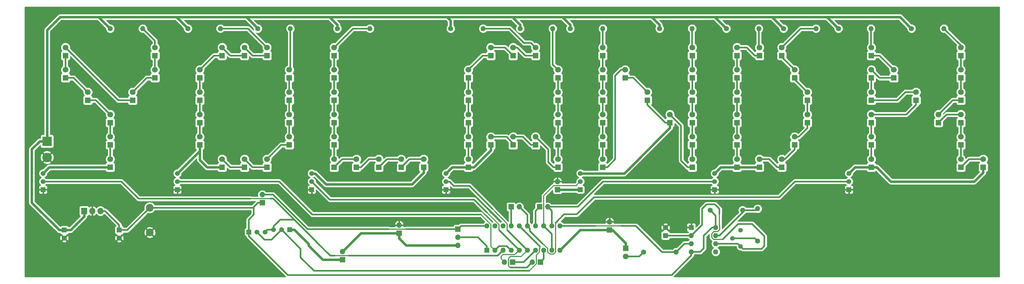
<source format=gbl>
%TF.GenerationSoftware,KiCad,Pcbnew,5.1.4-e60b266~84~ubuntu16.04.1*%
%TF.CreationDate,2019-08-26T22:10:38+07:00*%
%TF.ProjectId,led_yol,6c65645f-796f-46c2-9e6b-696361645f70,1.0*%
%TF.SameCoordinates,Original*%
%TF.FileFunction,Copper,L2,Bot*%
%TF.FilePolarity,Positive*%
%FSLAX46Y46*%
G04 Gerber Fmt 4.6, Leading zero omitted, Abs format (unit mm)*
G04 Created by KiCad (PCBNEW 5.1.4-e60b266~84~ubuntu16.04.1) date 2019-08-26 22:10:38*
%MOMM*%
%LPD*%
G04 APERTURE LIST*
%ADD10R,1.500000X1.500000*%
%ADD11C,1.500000*%
%ADD12O,1.600000X1.600000*%
%ADD13R,1.600000X1.600000*%
%ADD14O,1.700000X1.700000*%
%ADD15R,1.700000X1.700000*%
%ADD16C,1.600000*%
%ADD17O,1.905000X2.000000*%
%ADD18R,1.905000X2.000000*%
%ADD19C,1.440000*%
%ADD20C,3.000000*%
%ADD21R,3.000000X3.000000*%
%ADD22C,1.800000*%
%ADD23R,1.800000X1.800000*%
%ADD24C,2.400000*%
%ADD25C,0.762000*%
%ADD26C,0.508000*%
%ADD27C,0.330200*%
%ADD28C,0.254000*%
G04 APERTURE END LIST*
D10*
X79648800Y-163169600D03*
D11*
X74568800Y-163169600D03*
X77108800Y-163169600D03*
D10*
X66895200Y-163889600D03*
D11*
X71975200Y-163889600D03*
X69435200Y-163889600D03*
D10*
X254560800Y-150565400D03*
D11*
X254560800Y-145485400D03*
X254560800Y-148025400D03*
D10*
X212560800Y-150565400D03*
D11*
X212560800Y-145485400D03*
X212560800Y-148025400D03*
D10*
X170560800Y-150565400D03*
D11*
X170560800Y-145485400D03*
X170560800Y-148025400D03*
D10*
X128560800Y-150565400D03*
D11*
X128560800Y-145485400D03*
X128560800Y-148025400D03*
D10*
X86560800Y-150565400D03*
D11*
X86560800Y-145485400D03*
X86560800Y-148025400D03*
D10*
X2560800Y-150565400D03*
D11*
X2560800Y-145485400D03*
X2560800Y-148025400D03*
D10*
X44560800Y-150565400D03*
D11*
X44560800Y-145485400D03*
X44560800Y-148025400D03*
D12*
X141300200Y-161950400D03*
X164160200Y-169570400D03*
X143840200Y-161950400D03*
X161620200Y-169570400D03*
X146380200Y-161950400D03*
X159080200Y-169570400D03*
X148920200Y-161950400D03*
X156540200Y-169570400D03*
X151460200Y-161950400D03*
X154000200Y-169570400D03*
X154000200Y-161950400D03*
X151460200Y-169570400D03*
X156540200Y-161950400D03*
X148920200Y-169570400D03*
X159080200Y-161950400D03*
X146380200Y-169570400D03*
X161620200Y-161950400D03*
X143840200Y-169570400D03*
X164160200Y-161950400D03*
D13*
X141300200Y-169570400D03*
D14*
X113919000Y-161696400D03*
D15*
X113919000Y-164236400D03*
D14*
X96164400Y-170002200D03*
D15*
X96164400Y-172542200D03*
D14*
X163423600Y-148031200D03*
D15*
X163423600Y-150571200D03*
X179705000Y-163195000D03*
D14*
X179705000Y-160655000D03*
X71120000Y-152146000D03*
D15*
X71120000Y-154686000D03*
X148920200Y-155956000D03*
D14*
X151460200Y-155956000D03*
X160375600Y-155956000D03*
D15*
X157835600Y-155956000D03*
D14*
X155575000Y-173253400D03*
D15*
X158115000Y-173253400D03*
D14*
X146812000Y-173253400D03*
D15*
X149352000Y-173253400D03*
D12*
X221295600Y-157011800D03*
D16*
X211135600Y-157011800D03*
D12*
X226020000Y-156561800D03*
D16*
X226020000Y-166721800D03*
D12*
X212892589Y-162438200D03*
X205272589Y-170058200D03*
X212892589Y-164978200D03*
X205272589Y-167518200D03*
X212892589Y-167518200D03*
X205272589Y-164978200D03*
X212892589Y-170058200D03*
D13*
X205272589Y-162438200D03*
D17*
X20497800Y-157251400D03*
X17957800Y-157251400D03*
D18*
X15417800Y-157251400D03*
D19*
X220686000Y-168398200D03*
X218146000Y-165858200D03*
X220686000Y-163318200D03*
D12*
X284276800Y-100101400D03*
D16*
X274116800Y-100101400D03*
D12*
X261442200Y-100101400D03*
D16*
X251282200Y-100101400D03*
D12*
X244246400Y-100101400D03*
D16*
X234086400Y-100101400D03*
D12*
X226390200Y-100101400D03*
D16*
X216230200Y-100101400D03*
D12*
X205511400Y-100101400D03*
D16*
X195351400Y-100101400D03*
D12*
X177596800Y-100101400D03*
D16*
X167436800Y-100101400D03*
D12*
X161925000Y-100101400D03*
D16*
X151765000Y-100101400D03*
D12*
X140182600Y-100101400D03*
D16*
X130022600Y-100101400D03*
D12*
X104749600Y-100101400D03*
D16*
X94589600Y-100101400D03*
D12*
X79883000Y-100101400D03*
D16*
X69723000Y-100101400D03*
D12*
X58013600Y-100101400D03*
D16*
X47853600Y-100101400D03*
D12*
X33720800Y-100101400D03*
D16*
X23560800Y-100101400D03*
D12*
X200502400Y-170138200D03*
D16*
X190342400Y-170138200D03*
D14*
X132257800Y-168021000D03*
X132257800Y-165481000D03*
D15*
X132257800Y-162941000D03*
D20*
X3810000Y-140487400D03*
D21*
X3810000Y-135407400D03*
D22*
X296560800Y-141025400D03*
D23*
X296560800Y-143565400D03*
D22*
X289560800Y-141025400D03*
D23*
X289560800Y-143565400D03*
D22*
X289560800Y-134025400D03*
D23*
X289560800Y-136565400D03*
D22*
X289560800Y-127025400D03*
D23*
X289560800Y-129565400D03*
D22*
X282560800Y-127025400D03*
D23*
X282560800Y-129565400D03*
D22*
X289560800Y-120025400D03*
D23*
X289560800Y-122565400D03*
D22*
X289560800Y-113025400D03*
D23*
X289560800Y-115565400D03*
D22*
X289560800Y-106025400D03*
D23*
X289560800Y-108565400D03*
D22*
X261560800Y-141025400D03*
D23*
X261560800Y-143565400D03*
D22*
X261560800Y-134025400D03*
D23*
X261560800Y-136565400D03*
D22*
X261560800Y-127025400D03*
D23*
X261560800Y-129565400D03*
D22*
X275560800Y-120025400D03*
D23*
X275560800Y-122565400D03*
D22*
X261560800Y-120025400D03*
D23*
X261560800Y-122565400D03*
D22*
X261560800Y-113025400D03*
D23*
X261560800Y-115565400D03*
D22*
X268560800Y-113025400D03*
D23*
X268560800Y-115565400D03*
D22*
X261560800Y-106025400D03*
D23*
X261560800Y-108565400D03*
D22*
X226560800Y-141025400D03*
D23*
X226560800Y-143565400D03*
D22*
X233560800Y-141025400D03*
D23*
X233560800Y-143565400D03*
D22*
X237560800Y-134025400D03*
D23*
X237560800Y-136565400D03*
D22*
X241560800Y-127025400D03*
D23*
X241560800Y-129565400D03*
D22*
X241560800Y-120025400D03*
D23*
X241560800Y-122565400D03*
D22*
X237560800Y-113025400D03*
D23*
X237560800Y-115565400D03*
D22*
X233560800Y-106025400D03*
D23*
X233560800Y-108565400D03*
D22*
X219560800Y-141025400D03*
D23*
X219560800Y-143565400D03*
D22*
X219560800Y-134025400D03*
D23*
X219560800Y-136565400D03*
D22*
X219560800Y-127025400D03*
D23*
X219560800Y-129565400D03*
D22*
X219560800Y-120025400D03*
D23*
X219560800Y-122565400D03*
D22*
X219560800Y-113025400D03*
D23*
X219560800Y-115565400D03*
D22*
X219560800Y-106025400D03*
D23*
X219560800Y-108565400D03*
D22*
X226560800Y-106025400D03*
D23*
X226560800Y-108565400D03*
D22*
X198560800Y-127025400D03*
D23*
X198560800Y-129565400D03*
D22*
X205560800Y-141025400D03*
D23*
X205560800Y-143565400D03*
D22*
X205560800Y-134025400D03*
D23*
X205560800Y-136565400D03*
D22*
X205560800Y-127025400D03*
D23*
X205560800Y-129565400D03*
D22*
X205560800Y-120025400D03*
D23*
X205560800Y-122565400D03*
D22*
X205560800Y-113025400D03*
D23*
X205560800Y-115565400D03*
D22*
X205560800Y-106025400D03*
D23*
X205560800Y-108565400D03*
D22*
X191560800Y-120025400D03*
D23*
X191560800Y-122565400D03*
D22*
X184560800Y-113025400D03*
D23*
X184560800Y-115565400D03*
D22*
X177560800Y-141025400D03*
D23*
X177560800Y-143565400D03*
D22*
X177560800Y-134025400D03*
D23*
X177560800Y-136565400D03*
D22*
X177560800Y-127025400D03*
D23*
X177560800Y-129565400D03*
D22*
X177560800Y-120025400D03*
D23*
X177560800Y-122565400D03*
D22*
X177560800Y-113025400D03*
D23*
X177560800Y-115565400D03*
D22*
X177560800Y-106025400D03*
D23*
X177560800Y-108565400D03*
D22*
X142560800Y-134025400D03*
D23*
X142560800Y-136565400D03*
D22*
X149560800Y-134025400D03*
D23*
X149560800Y-136565400D03*
D22*
X156560800Y-134025400D03*
D23*
X156560800Y-136565400D03*
D22*
X163560800Y-141025400D03*
D23*
X163560800Y-143565400D03*
D22*
X163560800Y-134025400D03*
D23*
X163560800Y-136565400D03*
D22*
X163560800Y-127025400D03*
D23*
X163560800Y-129565400D03*
D22*
X163560800Y-120025400D03*
D23*
X163560800Y-122565400D03*
D22*
X163560800Y-113025400D03*
D23*
X163560800Y-115565400D03*
D22*
X135560800Y-141025400D03*
D23*
X135560800Y-143565400D03*
D22*
X135560800Y-134025400D03*
D23*
X135560800Y-136565400D03*
D22*
X135560800Y-127025400D03*
D23*
X135560800Y-129565400D03*
D22*
X135560800Y-120025400D03*
D23*
X135560800Y-122565400D03*
D22*
X135560800Y-113025400D03*
D23*
X135560800Y-115565400D03*
D22*
X142560800Y-106025400D03*
D23*
X142560800Y-108565400D03*
D22*
X149560800Y-106025400D03*
D23*
X149560800Y-108565400D03*
D22*
X156560800Y-106025400D03*
D23*
X156560800Y-108565400D03*
D22*
X121560800Y-141025400D03*
D23*
X121560800Y-143565400D03*
D22*
X114560800Y-141025400D03*
D23*
X114560800Y-143565400D03*
D22*
X107560800Y-141025400D03*
D23*
X107560800Y-143565400D03*
D22*
X100560800Y-141025400D03*
D23*
X100560800Y-143565400D03*
D22*
X93560800Y-141025400D03*
D23*
X93560800Y-143565400D03*
D22*
X93560800Y-134025400D03*
D23*
X93560800Y-136565400D03*
D22*
X93560800Y-127025400D03*
D23*
X93560800Y-129565400D03*
D22*
X93560800Y-120025400D03*
D23*
X93560800Y-122565400D03*
D22*
X93560800Y-113025400D03*
D23*
X93560800Y-115565400D03*
D22*
X93560800Y-106025400D03*
D23*
X93560800Y-108565400D03*
D22*
X58560800Y-141025400D03*
D23*
X58560800Y-143565400D03*
D22*
X65560800Y-141025400D03*
D23*
X65560800Y-143565400D03*
D22*
X72560800Y-141025400D03*
D23*
X72560800Y-143565400D03*
D22*
X79560800Y-134025400D03*
D23*
X79560800Y-136565400D03*
D22*
X79560800Y-127025400D03*
D23*
X79560800Y-129565400D03*
D22*
X79560800Y-120025400D03*
D23*
X79560800Y-122565400D03*
D22*
X79560800Y-113025400D03*
D23*
X79560800Y-115565400D03*
D22*
X51560800Y-134025400D03*
D23*
X51560800Y-136565400D03*
D22*
X51560800Y-127025400D03*
D23*
X51560800Y-129565400D03*
D22*
X51560800Y-120025400D03*
D23*
X51560800Y-122565400D03*
D22*
X51560800Y-113025400D03*
D23*
X51560800Y-115565400D03*
D22*
X58560800Y-106025400D03*
D23*
X58560800Y-108565400D03*
D22*
X65560800Y-106025400D03*
D23*
X65560800Y-108565400D03*
D22*
X72560800Y-106025400D03*
D23*
X72560800Y-108565400D03*
D22*
X23560800Y-141025400D03*
D23*
X23560800Y-143565400D03*
D22*
X23560800Y-134025400D03*
D23*
X23560800Y-136565400D03*
D22*
X23560800Y-127025400D03*
D23*
X23560800Y-129565400D03*
D22*
X16560800Y-120025400D03*
D23*
X16560800Y-122565400D03*
D22*
X9560800Y-113025400D03*
D23*
X9560800Y-115565400D03*
D22*
X9560800Y-106025400D03*
D23*
X9560800Y-108565400D03*
D22*
X30560800Y-120025400D03*
D23*
X30560800Y-122565400D03*
D22*
X37560800Y-113025400D03*
D23*
X37560800Y-115565400D03*
D22*
X37560800Y-106025400D03*
D23*
X37560800Y-108565400D03*
D22*
X184734200Y-171526200D03*
D23*
X184734200Y-168986200D03*
D16*
X197200400Y-162469200D03*
D13*
X197200400Y-164969200D03*
D24*
X35941000Y-163981400D03*
X35941000Y-156231400D03*
D16*
X26390600Y-165745800D03*
D13*
X26390600Y-163245800D03*
D16*
X9194800Y-165745800D03*
D13*
X9194800Y-163245800D03*
D25*
X11185400Y-163245800D02*
X10756800Y-163245800D01*
X10756800Y-163245800D02*
X9194800Y-163245800D01*
X15417800Y-159013400D02*
X11185400Y-163245800D01*
X15417800Y-157251400D02*
X15417800Y-159013400D01*
X270535400Y-96520000D02*
X274116800Y-100101400D01*
X247700800Y-96520000D02*
X247573800Y-96520000D01*
X251282200Y-100101400D02*
X247700800Y-96520000D01*
X247573800Y-96520000D02*
X270535400Y-96520000D01*
X234086400Y-100101400D02*
X230505000Y-96520000D01*
X230505000Y-96520000D02*
X247573800Y-96520000D01*
X212725000Y-96596200D02*
X212725000Y-96520000D01*
X216230200Y-100101400D02*
X212725000Y-96596200D01*
X212725000Y-96520000D02*
X230505000Y-96520000D01*
X195351400Y-100101400D02*
X195351400Y-98970030D01*
X192913000Y-96531630D02*
X192913000Y-96520000D01*
X195351400Y-98970030D02*
X192913000Y-96531630D01*
X192913000Y-96520000D02*
X212725000Y-96520000D01*
X165227000Y-96760230D02*
X165227000Y-96520000D01*
X167436800Y-98970030D02*
X165227000Y-96760230D01*
X167436800Y-100101400D02*
X167436800Y-98970030D01*
X165227000Y-96520000D02*
X192913000Y-96520000D01*
X149606000Y-96811030D02*
X149606000Y-96520000D01*
X151765000Y-98970030D02*
X149606000Y-96811030D01*
X151765000Y-100101400D02*
X151765000Y-98970030D01*
X149606000Y-96520000D02*
X165227000Y-96520000D01*
X130022600Y-97637600D02*
X128905000Y-96520000D01*
X130022600Y-100101400D02*
X130022600Y-97637600D01*
X128905000Y-96520000D02*
X149606000Y-96520000D01*
X92329000Y-96709430D02*
X92329000Y-96520000D01*
X94589600Y-98970030D02*
X92329000Y-96709430D01*
X94589600Y-100101400D02*
X94589600Y-98970030D01*
X92329000Y-96520000D02*
X128905000Y-96520000D01*
X69723000Y-100101400D02*
X68923001Y-99301401D01*
X68923001Y-99276001D02*
X66167000Y-96520000D01*
X68923001Y-99301401D02*
X68923001Y-99276001D01*
X66167000Y-96520000D02*
X92329000Y-96520000D01*
X47053601Y-99250601D02*
X44323000Y-96520000D01*
X47053601Y-99301401D02*
X47053601Y-99250601D01*
X47853600Y-100101400D02*
X47053601Y-99301401D01*
X44323000Y-96520000D02*
X66167000Y-96520000D01*
X22760801Y-99301401D02*
X22720401Y-99301401D01*
X23560800Y-100101400D02*
X22760801Y-99301401D01*
X22720401Y-99301401D02*
X19939000Y-96520000D01*
X19939000Y-96520000D02*
X44323000Y-96520000D01*
X3810000Y-100584000D02*
X3810000Y-135407400D01*
X19939000Y-96520000D02*
X7874000Y-96520000D01*
X7874000Y-96520000D02*
X3810000Y-100584000D01*
X-965200Y-137920600D02*
X-965200Y-154647800D01*
X1548000Y-135407400D02*
X-965200Y-137920600D01*
X7632800Y-163245800D02*
X9194800Y-163245800D01*
X-965200Y-154647800D02*
X7632800Y-163245800D01*
X3810000Y-135407400D02*
X1548000Y-135407400D01*
D26*
X26390600Y-161937800D02*
X26390600Y-163245800D01*
X26390600Y-161683700D02*
X26390600Y-161937800D01*
X21958300Y-157251400D02*
X26390600Y-161683700D01*
X20497800Y-157251400D02*
X21958300Y-157251400D01*
X28926600Y-163245800D02*
X26390600Y-163245800D01*
X35941000Y-156231400D02*
X28926600Y-163245800D01*
X68462000Y-156231400D02*
X35941000Y-156231400D01*
X66895200Y-163889600D02*
X66895200Y-159991800D01*
X212892589Y-158768789D02*
X211135600Y-157011800D01*
X212892589Y-162438200D02*
X212892589Y-158768789D01*
X209163800Y-168957000D02*
X208062600Y-170058200D01*
X205272589Y-170058200D02*
X208062600Y-170058200D01*
X205272589Y-171189570D02*
X205272589Y-170058200D01*
X199119359Y-177342800D02*
X205272589Y-171189570D01*
X79090400Y-177342800D02*
X199119359Y-177342800D01*
X66895200Y-163889600D02*
X66895200Y-165147600D01*
X66895200Y-165147600D02*
X79090400Y-177342800D01*
X68462000Y-155986000D02*
X68462000Y-156231400D01*
X69762000Y-154686000D02*
X68462000Y-155986000D01*
X71120000Y-154686000D02*
X69762000Y-154686000D01*
X68462000Y-158425000D02*
X66895200Y-159991800D01*
X68462000Y-155986000D02*
X68462000Y-158425000D01*
X205272589Y-170058200D02*
X208011800Y-170058200D01*
X211761219Y-162438200D02*
X212892589Y-162438200D01*
X209163800Y-165035619D02*
X211761219Y-162438200D01*
X209163800Y-168906200D02*
X209163800Y-165035619D01*
X197209400Y-164978200D02*
X197200400Y-164969200D01*
X205272589Y-164978200D02*
X197209400Y-164978200D01*
X214073590Y-156644190D02*
X214073590Y-158201908D01*
X208655791Y-161594998D02*
X208655791Y-156596209D01*
X210058000Y-155194000D02*
X212623400Y-155194000D01*
X212623400Y-155194000D02*
X214073590Y-156644190D01*
X205272589Y-164978200D02*
X208655791Y-161594998D01*
X208655791Y-156596209D02*
X210058000Y-155194000D01*
X219806000Y-167518200D02*
X220686000Y-168398200D01*
X212892589Y-167518200D02*
X219806000Y-167518200D01*
X221405999Y-169118199D02*
X227223401Y-169118199D01*
X220686000Y-168398200D02*
X221405999Y-169118199D01*
X227223401Y-169118199D02*
X228142800Y-168198800D01*
X228142800Y-168198800D02*
X228142800Y-165176200D01*
X228142800Y-165176200D02*
X224282000Y-161315400D01*
X219911434Y-161315400D02*
X215067633Y-166159201D01*
X224282000Y-161315400D02*
X219911434Y-161315400D01*
D27*
X211673488Y-165563369D02*
X212307420Y-166197301D01*
X215029533Y-166197301D02*
X215067633Y-166159201D01*
X211673488Y-164393031D02*
X211673488Y-165563369D01*
X212307420Y-163759099D02*
X211673488Y-164393031D01*
X213477758Y-163759099D02*
X212307420Y-163759099D01*
X212307420Y-166197301D02*
X215029533Y-166197301D01*
X214073590Y-161814931D02*
X214122000Y-161863341D01*
X214122000Y-163114857D02*
X213477758Y-163759099D01*
X214122000Y-161863341D02*
X214122000Y-163114857D01*
X214073590Y-158201908D02*
X214073590Y-161814931D01*
D26*
X188954400Y-171526200D02*
X184734200Y-171526200D01*
X190342400Y-170138200D02*
X188954400Y-171526200D01*
X37560800Y-103941400D02*
X37560800Y-106025400D01*
X33720800Y-100101400D02*
X37560800Y-103941400D01*
X37560800Y-108565400D02*
X37560800Y-113025400D01*
X35020800Y-115565400D02*
X30560800Y-120025400D01*
X37560800Y-115565400D02*
X35020800Y-115565400D01*
X26100800Y-122565400D02*
X9560800Y-106025400D01*
X26100800Y-122565400D02*
X30560800Y-122565400D01*
X9560800Y-108565400D02*
X9560800Y-113025400D01*
X12100800Y-115565400D02*
X16560800Y-120025400D01*
X9560800Y-115565400D02*
X12100800Y-115565400D01*
X19100800Y-122565400D02*
X23560800Y-127025400D01*
X16560800Y-122565400D02*
X19100800Y-122565400D01*
X23560800Y-129565400D02*
X23560800Y-134025400D01*
X23560800Y-136565400D02*
X23560800Y-141025400D01*
D25*
X4480800Y-143565400D02*
X2560800Y-145485400D01*
X23560800Y-143565400D02*
X4480800Y-143565400D01*
D26*
X66636800Y-100101400D02*
X72560800Y-106025400D01*
X58013600Y-100101400D02*
X66636800Y-100101400D01*
X68100800Y-108565400D02*
X65560800Y-106025400D01*
X72560800Y-108565400D02*
X68100800Y-108565400D01*
X61100800Y-108565400D02*
X58560800Y-106025400D01*
X65560800Y-108565400D02*
X61100800Y-108565400D01*
X56020800Y-108565400D02*
X51560800Y-113025400D01*
X58560800Y-108565400D02*
X56020800Y-108565400D01*
X51560800Y-115565400D02*
X51560800Y-120025400D01*
X51560800Y-122565400D02*
X51560800Y-127025400D01*
X51560800Y-129565400D02*
X51560800Y-134025400D01*
D25*
X51560800Y-136565400D02*
X51560800Y-141250400D01*
X53875800Y-143565400D02*
X58560800Y-143565400D01*
X51560800Y-141250400D02*
X53875800Y-143565400D01*
X51560800Y-138485400D02*
X51560800Y-136565400D01*
X44560800Y-145485400D02*
X51560800Y-138485400D01*
D26*
X79883000Y-112703200D02*
X79560800Y-113025400D01*
X79883000Y-100101400D02*
X79883000Y-112703200D01*
X79560800Y-115565400D02*
X79560800Y-120025400D01*
X79560800Y-122565400D02*
X79560800Y-127025400D01*
X79560800Y-129565400D02*
X79560800Y-134025400D01*
X77020800Y-136565400D02*
X72560800Y-141025400D01*
X79560800Y-136565400D02*
X77020800Y-136565400D01*
X68100800Y-143565400D02*
X65560800Y-141025400D01*
X72560800Y-143565400D02*
X68100800Y-143565400D01*
X61100800Y-143565400D02*
X58560800Y-141025400D01*
X65560800Y-143565400D02*
X61100800Y-143565400D01*
X99484800Y-100101400D02*
X93560800Y-106025400D01*
X104749600Y-100101400D02*
X99484800Y-100101400D01*
X93560800Y-108565400D02*
X93560800Y-113025400D01*
X93560800Y-115565400D02*
X93560800Y-120025400D01*
X93560800Y-122565400D02*
X93560800Y-127025400D01*
X93560800Y-129565400D02*
X93560800Y-134025400D01*
X93560800Y-136565400D02*
X93560800Y-141025400D01*
X96100800Y-141025400D02*
X93560800Y-143565400D01*
X100560800Y-141025400D02*
X96100800Y-141025400D01*
X101968800Y-143565400D02*
X104508800Y-141025400D01*
X100560800Y-143565400D02*
X101968800Y-143565400D01*
X104508800Y-141025400D02*
X105440000Y-141025400D01*
X105440000Y-141025400D02*
X107560800Y-141025400D01*
X110100800Y-141025400D02*
X107560800Y-143565400D01*
X114560800Y-141025400D02*
X110100800Y-141025400D01*
X117100800Y-141025400D02*
X114560800Y-143565400D01*
X121560800Y-141025400D02*
X117100800Y-141025400D01*
D25*
X87621460Y-145485400D02*
X86560800Y-145485400D01*
X91005460Y-148869400D02*
X87621460Y-145485400D01*
X121560800Y-143565400D02*
X121560800Y-145227400D01*
X121560800Y-145227400D02*
X117918800Y-148869400D01*
X117918800Y-148869400D02*
X91005460Y-148869400D01*
D26*
X155152799Y-104617399D02*
X152953599Y-104617399D01*
X156560800Y-106025400D02*
X155152799Y-104617399D01*
X152953599Y-104617399D02*
X148386800Y-100050600D01*
X148336000Y-100101400D02*
X140182600Y-100101400D01*
X148386800Y-100050600D02*
X148336000Y-100101400D01*
X153373592Y-108565400D02*
X155152800Y-108565400D01*
X150833592Y-106025400D02*
X153373592Y-108565400D01*
X155152800Y-108565400D02*
X156560800Y-108565400D01*
X149560800Y-106025400D02*
X150833592Y-106025400D01*
X147020800Y-106025400D02*
X149560800Y-108565400D01*
X142560800Y-106025400D02*
X147020800Y-106025400D01*
X140020800Y-108565400D02*
X142560800Y-108565400D01*
X135560800Y-113025400D02*
X140020800Y-108565400D01*
X135560800Y-120025400D02*
X135560800Y-115565400D01*
X135560800Y-122565400D02*
X135560800Y-127025400D01*
X135560800Y-134025400D02*
X135560800Y-129565400D01*
X135560800Y-141025400D02*
X135560800Y-136565400D01*
D25*
X142560800Y-138227400D02*
X137222800Y-143565400D01*
X137222800Y-143565400D02*
X135560800Y-143565400D01*
X142560800Y-136565400D02*
X142560800Y-138227400D01*
X130480800Y-143565400D02*
X135560800Y-143565400D01*
X128560800Y-145485400D02*
X130480800Y-143565400D01*
D26*
X161925000Y-111389600D02*
X163560800Y-113025400D01*
X161925000Y-100101400D02*
X161925000Y-111389600D01*
X163560800Y-115565400D02*
X163560800Y-120025400D01*
X163560800Y-122565400D02*
X163560800Y-127025400D01*
X163560800Y-129565400D02*
X163560800Y-134025400D01*
X163560800Y-136565400D02*
X163560800Y-141025400D01*
X162152800Y-143565400D02*
X163560800Y-143565400D01*
X160528000Y-141940600D02*
X162152800Y-143565400D01*
X156560800Y-134025400D02*
X160528000Y-137992600D01*
X160528000Y-137992600D02*
X160528000Y-141940600D01*
X149560800Y-134025400D02*
X152612800Y-134025400D01*
X155152800Y-136565400D02*
X156560800Y-136565400D01*
X152612800Y-134025400D02*
X155152800Y-136565400D01*
X147476958Y-134025400D02*
X142560800Y-134025400D01*
X149560800Y-136565400D02*
X149560800Y-136109242D01*
X149560800Y-136109242D02*
X147476958Y-134025400D01*
X177596800Y-100101400D02*
X177596800Y-104521000D01*
X177560800Y-104557000D02*
X177560800Y-106025400D01*
X177596800Y-104521000D02*
X177560800Y-104557000D01*
X177560800Y-108565400D02*
X177560800Y-113025400D01*
X177560800Y-120025400D02*
X177560800Y-115565400D01*
X177560800Y-127025400D02*
X177560800Y-122565400D01*
X177560800Y-129565400D02*
X177560800Y-134025400D01*
X177560800Y-136565400D02*
X177560800Y-141025400D01*
X181483000Y-141051200D02*
X181483000Y-114830408D01*
X178968801Y-143565399D02*
X181483000Y-141051200D01*
X177560800Y-143565400D02*
X178968801Y-143565399D01*
X183288008Y-113025400D02*
X181483000Y-114830408D01*
X184560800Y-113025400D02*
X183288008Y-113025400D01*
X187100800Y-115565400D02*
X191560800Y-120025400D01*
X184560800Y-115565400D02*
X187100800Y-115565400D01*
D25*
X198560800Y-131227400D02*
X198560800Y-129565400D01*
X184302800Y-145485400D02*
X198560800Y-131227400D01*
X170560800Y-145485400D02*
X184302800Y-145485400D01*
D26*
X197152800Y-129565400D02*
X198560800Y-129565400D01*
X191560800Y-123973400D02*
X197152800Y-129565400D01*
X191560800Y-122565400D02*
X191560800Y-123973400D01*
X205511400Y-105976000D02*
X205560800Y-106025400D01*
X205511400Y-100101400D02*
X205511400Y-105976000D01*
X205560800Y-108565400D02*
X205560800Y-113025400D01*
X205560800Y-115565400D02*
X205560800Y-120025400D01*
X205560800Y-122565400D02*
X205560800Y-127025400D01*
X205560800Y-129565400D02*
X205560800Y-134025400D01*
X205560800Y-136565400D02*
X205560800Y-141025400D01*
X204152800Y-143565400D02*
X202057000Y-141469600D01*
X202057000Y-141469600D02*
X202057000Y-130521600D01*
X205560800Y-143565400D02*
X204152800Y-143565400D01*
X198560800Y-127025400D02*
X202057000Y-130521600D01*
X226390200Y-105854800D02*
X226560800Y-106025400D01*
X226390200Y-100101400D02*
X226390200Y-105854800D01*
X222612800Y-106025400D02*
X219560800Y-106025400D01*
X226560800Y-108565400D02*
X225152800Y-108565400D01*
X225152800Y-108565400D02*
X222612800Y-106025400D01*
X219560800Y-108565400D02*
X219560800Y-113025400D01*
X219560800Y-115565400D02*
X219560800Y-120025400D01*
X219560800Y-122565400D02*
X219560800Y-127025400D01*
X219560800Y-129565400D02*
X219560800Y-134025400D01*
X219560800Y-136565400D02*
X219560800Y-141025400D01*
D25*
X226560800Y-143565400D02*
X219560800Y-143565400D01*
X214480800Y-143565400D02*
X212560800Y-145485400D01*
X219560800Y-143565400D02*
X214480800Y-143565400D01*
D26*
X239484800Y-100101400D02*
X244246400Y-100101400D01*
X233560800Y-106025400D02*
X239484800Y-100101400D01*
X233560800Y-109025400D02*
X233560800Y-108565400D01*
X237560800Y-113025400D02*
X233560800Y-109025400D01*
X237560800Y-116025400D02*
X237560800Y-115565400D01*
X241560800Y-120025400D02*
X237560800Y-116025400D01*
X241560800Y-127025400D02*
X241560800Y-122565400D01*
X238833592Y-134025400D02*
X241560800Y-131298192D01*
X241560800Y-130973400D02*
X241560800Y-129565400D01*
X241560800Y-131298192D02*
X241560800Y-130973400D01*
X237560800Y-134025400D02*
X238833592Y-134025400D01*
X234508800Y-141025400D02*
X233560800Y-141025400D01*
X237560800Y-137973400D02*
X234508800Y-141025400D01*
X237560800Y-136565400D02*
X237560800Y-137973400D01*
X229612800Y-141025400D02*
X226560800Y-141025400D01*
X233560800Y-143565400D02*
X232152800Y-143565400D01*
X232152800Y-143565400D02*
X229612800Y-141025400D01*
X261442200Y-105906800D02*
X261560800Y-106025400D01*
X261442200Y-100101400D02*
X261442200Y-105906800D01*
X264100800Y-108565400D02*
X268560800Y-113025400D01*
X261560800Y-108565400D02*
X264100800Y-108565400D01*
X264100800Y-115565400D02*
X261560800Y-113025400D01*
X268560800Y-115565400D02*
X264100800Y-115565400D01*
X261560800Y-115565400D02*
X261560800Y-120025400D01*
X261560800Y-122565400D02*
X269712200Y-122565400D01*
X269712200Y-122565400D02*
X272338800Y-119938800D01*
X272425400Y-120025400D02*
X275560800Y-120025400D01*
X272338800Y-119938800D02*
X272425400Y-120025400D01*
X262833592Y-127025400D02*
X261560800Y-127025400D01*
X272508800Y-127025400D02*
X262833592Y-127025400D01*
X275560800Y-123973400D02*
X272508800Y-127025400D01*
X275560800Y-122565400D02*
X275560800Y-123973400D01*
X261560800Y-129565400D02*
X261560800Y-134025400D01*
X261560800Y-136565400D02*
X261560800Y-141025400D01*
D25*
X296560800Y-145227400D02*
X293762800Y-148025400D01*
X296560800Y-143565400D02*
X296560800Y-145227400D01*
X256480800Y-143565400D02*
X261560800Y-143565400D01*
X254560800Y-145485400D02*
X256480800Y-143565400D01*
X267682800Y-148025400D02*
X293762800Y-148025400D01*
X263222800Y-143565400D02*
X267682800Y-148025400D01*
X261560800Y-143565400D02*
X263222800Y-143565400D01*
D26*
X289560800Y-105385400D02*
X289560800Y-106025400D01*
X284276800Y-100101400D02*
X289560800Y-105385400D01*
X289560800Y-113025400D02*
X289560800Y-108565400D01*
X289560800Y-120025400D02*
X289560800Y-115565400D01*
X287020800Y-122565400D02*
X289560800Y-122565400D01*
X282560800Y-127025400D02*
X287020800Y-122565400D01*
X285100800Y-127025400D02*
X282560800Y-129565400D01*
X289560800Y-127025400D02*
X285100800Y-127025400D01*
X289560800Y-129565400D02*
X289560800Y-134025400D01*
X289560800Y-141025400D02*
X289560800Y-136565400D01*
X292100800Y-141025400D02*
X289560800Y-143565400D01*
X296560800Y-141025400D02*
X292100800Y-141025400D01*
X141300200Y-168262400D02*
X141300200Y-169570400D01*
X138518800Y-165481000D02*
X141300200Y-168262400D01*
X132257800Y-165481000D02*
X138518800Y-165481000D01*
X27045200Y-148025400D02*
X32435800Y-153416000D01*
X2560800Y-148025400D02*
X27045200Y-148025400D01*
X32435800Y-153416000D02*
X67437000Y-153416000D01*
X144691189Y-171259411D02*
X98132989Y-171259411D01*
X146380200Y-169570400D02*
X144691189Y-171259411D01*
X92367011Y-171259411D02*
X93814811Y-171259411D01*
X74568800Y-162108940D02*
X76708540Y-159969200D01*
X74568800Y-163169600D02*
X74568800Y-162108940D01*
X88188800Y-167081200D02*
X92367011Y-171259411D01*
X76708540Y-159969200D02*
X79394800Y-159969200D01*
X72695200Y-163169600D02*
X71975200Y-163889600D01*
X74568800Y-163169600D02*
X72695200Y-163169600D01*
X88188800Y-167081200D02*
X88188800Y-167055800D01*
X81102200Y-159969200D02*
X79394800Y-159969200D01*
X88188800Y-167055800D02*
X81102200Y-159969200D01*
X74665154Y-153532154D02*
X81102200Y-159969200D01*
X74549000Y-153416000D02*
X74665154Y-153532154D01*
X73580200Y-153416000D02*
X74549000Y-153416000D01*
D27*
X96773569Y-171271301D02*
X93826701Y-171271301D01*
X96785459Y-171259411D02*
X96773569Y-171271301D01*
X93826701Y-171271301D02*
X93814811Y-171259411D01*
X98132989Y-171259411D02*
X96785459Y-171259411D01*
X73580200Y-153416000D02*
X67437000Y-153416000D01*
D26*
X157899199Y-168389399D02*
X151460200Y-161950400D01*
X74772000Y-165506400D02*
X73984600Y-166293800D01*
X77108800Y-163169600D02*
X74772000Y-165506400D01*
X71839400Y-166293800D02*
X73984600Y-166293800D01*
X69435200Y-163889600D02*
X71839400Y-166293800D01*
X83108800Y-171862219D02*
X83108800Y-169169600D01*
X154628282Y-176022000D02*
X87268581Y-176022000D01*
X83108800Y-169169600D02*
X77108800Y-163169600D01*
X87268581Y-176022000D02*
X83108800Y-171862219D01*
D27*
X157759301Y-169113299D02*
X157759301Y-170172865D01*
X157759301Y-170172865D02*
X156806001Y-171126165D01*
X157899199Y-168973401D02*
X157759301Y-169113299D01*
X157899199Y-168389399D02*
X157899199Y-168973401D01*
X156844101Y-173806181D02*
X154628282Y-176022000D01*
X156806001Y-172606131D02*
X156844101Y-172644231D01*
X156844101Y-172644231D02*
X156844101Y-173806181D01*
X156806001Y-171126165D02*
X156806001Y-172606131D01*
D25*
X44785800Y-148025400D02*
X44560800Y-148025400D01*
D26*
X148120201Y-168770401D02*
X148920200Y-169570400D01*
X147612199Y-168262399D02*
X148120201Y-168770401D01*
X145148201Y-168262399D02*
X147612199Y-168262399D01*
X143840200Y-169570400D02*
X145148201Y-168262399D01*
X45621460Y-148025400D02*
X44560800Y-148025400D01*
X86751844Y-158369000D02*
X76408244Y-148025400D01*
X76408244Y-148025400D02*
X45621460Y-148025400D01*
X139466682Y-158369000D02*
X86751844Y-158369000D01*
D27*
X143040201Y-168770401D02*
X143840200Y-169570400D01*
X142621099Y-161523417D02*
X142621099Y-168351299D01*
X142621099Y-168351299D02*
X143040201Y-168770401D01*
X139466682Y-158369000D02*
X142621099Y-161523417D01*
D26*
X137358482Y-153720800D02*
X141361341Y-157723659D01*
X92256200Y-153720800D02*
X137358482Y-153720800D01*
X86560800Y-148025400D02*
X92256200Y-153720800D01*
X151460200Y-169570400D02*
X145199199Y-163309399D01*
D27*
X141361341Y-157723659D02*
X145161099Y-161523417D01*
X145161099Y-161670901D02*
X145161099Y-161709001D01*
X145161099Y-161523417D02*
X145161099Y-161670901D01*
X145161099Y-163271299D02*
X145199199Y-163309399D01*
X145161099Y-161523417D02*
X145161099Y-163271299D01*
X145796000Y-171551600D02*
X146354800Y-170992800D01*
X146812000Y-173253400D02*
X145796000Y-172237400D01*
X145796000Y-172237400D02*
X145796000Y-171551600D01*
X146392899Y-170954701D02*
X146354800Y-170992800D01*
X150075899Y-170954701D02*
X146392899Y-170954701D01*
X151460200Y-169570400D02*
X150075899Y-170954701D01*
D26*
X129621460Y-148025400D02*
X130992460Y-149396400D01*
X130992460Y-149396400D02*
X135896400Y-149396400D01*
X128560800Y-148025400D02*
X129621460Y-148025400D01*
X135896400Y-149396400D02*
X143071900Y-156571900D01*
X153822400Y-175006000D02*
X148793200Y-175006000D01*
X155575000Y-173253400D02*
X153822400Y-175006000D01*
X147739190Y-163309390D02*
X154000200Y-169570400D01*
D27*
X143071900Y-156648082D02*
X147701099Y-161277281D01*
X143071900Y-156571900D02*
X143071900Y-156648082D01*
X147701099Y-163271299D02*
X147739190Y-163309390D01*
X147701099Y-161277281D02*
X147701099Y-163271299D01*
X154000200Y-169570400D02*
X153200201Y-170370399D01*
X152069789Y-171500811D02*
X150355986Y-171500811D01*
X148082899Y-172174799D02*
X148718787Y-171538911D01*
X148082899Y-174438681D02*
X148082899Y-172174799D01*
X148650218Y-175006000D02*
X148082899Y-174438681D01*
X148793200Y-175006000D02*
X148650218Y-175006000D01*
X148718787Y-171538911D02*
X150317886Y-171538911D01*
X153200201Y-170370399D02*
X152069789Y-171500811D01*
D26*
X161620200Y-164490400D02*
X161620200Y-169570400D01*
X159080200Y-161950400D02*
X161620200Y-164490400D01*
D27*
X169284101Y-149302099D02*
X169810801Y-148775399D01*
X162238319Y-149302099D02*
X169284101Y-149302099D01*
X169810801Y-148775399D02*
X170560800Y-148025400D01*
X159106499Y-152433919D02*
X162238319Y-149302099D01*
X159080200Y-157165782D02*
X159106499Y-157139483D01*
X159106499Y-157139483D02*
X159106499Y-152433919D01*
X159080200Y-161950400D02*
X159080200Y-157165782D01*
D26*
X212560800Y-148025400D02*
X177667200Y-148025400D01*
X169736600Y-155956000D02*
X160375600Y-155956000D01*
X177667200Y-148025400D02*
X169736600Y-155956000D01*
X161620200Y-157200600D02*
X161620200Y-161950400D01*
X160375600Y-155956000D02*
X161620200Y-157200600D01*
X154000200Y-158496000D02*
X151460200Y-155956000D01*
X154000200Y-161950400D02*
X154000200Y-158496000D01*
X154000200Y-161950400D02*
X154800199Y-162750399D01*
X154800199Y-163542517D02*
X158785741Y-167528059D01*
X154800199Y-162750399D02*
X154800199Y-163542517D01*
X165461836Y-158343600D02*
X169468800Y-158343600D01*
X169468800Y-158343600D02*
X174879000Y-152933400D01*
X174879000Y-152933400D02*
X232740200Y-152933400D01*
X237648200Y-148025400D02*
X254560800Y-148025400D01*
X162801201Y-161004235D02*
X165461836Y-158343600D01*
X232740200Y-152933400D02*
X237648200Y-148025400D01*
D27*
X162839301Y-170155569D02*
X162839301Y-167436899D01*
X162205369Y-170789501D02*
X162839301Y-170155569D01*
X161035031Y-170789501D02*
X162205369Y-170789501D01*
X160401099Y-169087029D02*
X160401099Y-170155569D01*
X162839301Y-167436899D02*
X162801201Y-167398799D01*
X158842129Y-167528059D02*
X160401099Y-169087029D01*
X158785741Y-167528059D02*
X158842129Y-167528059D01*
X160401099Y-170155569D02*
X161035031Y-170789501D01*
X162839301Y-167436899D02*
X162839301Y-161042335D01*
D26*
X221295600Y-157706559D02*
X221295600Y-157011800D01*
X214023959Y-164978200D02*
X221295600Y-157706559D01*
X212892589Y-164978200D02*
X214023959Y-164978200D01*
X225570000Y-157011800D02*
X226020000Y-156561800D01*
X221295600Y-157011800D02*
X225570000Y-157011800D01*
X203122400Y-167518200D02*
X200502400Y-170138200D01*
X205272589Y-167518200D02*
X203122400Y-167518200D01*
X196122400Y-170138200D02*
X187934600Y-161950400D01*
X200502400Y-170138200D02*
X196122400Y-170138200D01*
X164160200Y-161950400D02*
X175310800Y-161950400D01*
X187934600Y-161950400D02*
X183337200Y-161950400D01*
D27*
X183310901Y-161924101D02*
X175337099Y-161924101D01*
X175337099Y-161924101D02*
X175310800Y-161950400D01*
X183337200Y-161950400D02*
X183310901Y-161924101D01*
D26*
X225156400Y-165858200D02*
X226020000Y-166721800D01*
X218146000Y-165858200D02*
X225156400Y-165858200D01*
X155740201Y-170370399D02*
X152857200Y-173253400D01*
X156540200Y-169570400D02*
X155740201Y-170370399D01*
X149352000Y-173253400D02*
X152857200Y-173253400D01*
X159080200Y-172288200D02*
X158115000Y-173253400D01*
X159080200Y-169570400D02*
X159080200Y-172288200D01*
X156540200Y-157251400D02*
X157835600Y-155956000D01*
X156540200Y-161950400D02*
X156540200Y-157251400D01*
X148920200Y-155956000D02*
X148920200Y-161950400D01*
X133248400Y-161950400D02*
X132257800Y-162941000D01*
X141300200Y-161950400D02*
X133248400Y-161950400D01*
X116128800Y-162941000D02*
X132257800Y-162941000D01*
X85267800Y-162941000D02*
X100457000Y-162941000D01*
X71120000Y-152146000D02*
X74472800Y-152146000D01*
X100457000Y-162941000D02*
X110566200Y-162941000D01*
X74472800Y-152146000D02*
X85267800Y-162941000D01*
D27*
X110590701Y-162965501D02*
X110566200Y-162941000D01*
X114528169Y-162965501D02*
X110590701Y-162965501D01*
X114552670Y-162941000D02*
X114528169Y-162965501D01*
X116128800Y-162941000D02*
X114552670Y-162941000D01*
D25*
X170535600Y-163195000D02*
X179705000Y-163195000D01*
X164160200Y-169570400D02*
X170535600Y-163195000D01*
X180605000Y-163195000D02*
X179705000Y-163195000D01*
X184734200Y-167324200D02*
X180605000Y-163195000D01*
X184734200Y-168986200D02*
X184734200Y-167324200D01*
X170555000Y-150571200D02*
X170560800Y-150565400D01*
X163423600Y-150571200D02*
X170555000Y-150571200D01*
X101930200Y-164236400D02*
X113919000Y-164236400D01*
X96164400Y-170002200D02*
X101930200Y-164236400D01*
X113919000Y-165848400D02*
X113919000Y-164236400D01*
X116091600Y-168021000D02*
X113919000Y-165848400D01*
X132257800Y-168021000D02*
X116091600Y-168021000D01*
D26*
X79648800Y-163169600D02*
X80906800Y-163169600D01*
D25*
X81160800Y-163169600D02*
X79648800Y-163169600D01*
X85648800Y-167657600D02*
X81160800Y-163169600D01*
X85648800Y-168158844D02*
X85648800Y-167657600D01*
X90032156Y-172542200D02*
X85648800Y-168158844D01*
X96164400Y-172542200D02*
X90032156Y-172542200D01*
D28*
G36*
X301600001Y-153891572D02*
G01*
X301600000Y-153891582D01*
X301600001Y-154907572D01*
X301600000Y-154907582D01*
X301600001Y-161257572D01*
X301600000Y-161257582D01*
X301600001Y-177902000D01*
X199817394Y-177902000D01*
X205870326Y-171849068D01*
X205904248Y-171821229D01*
X206015342Y-171685861D01*
X206097892Y-171531421D01*
X206127539Y-171433686D01*
X206148725Y-171363846D01*
X206154967Y-171300466D01*
X206161589Y-171233237D01*
X206161589Y-171233231D01*
X206165889Y-171189571D01*
X206165150Y-171182072D01*
X206292197Y-171077808D01*
X206399384Y-170947200D01*
X208018940Y-170947200D01*
X208062600Y-170951500D01*
X208106260Y-170947200D01*
X208106267Y-170947200D01*
X208236874Y-170934336D01*
X208404451Y-170883503D01*
X208558891Y-170800953D01*
X208694259Y-170689859D01*
X208722099Y-170655936D01*
X209823295Y-169554741D01*
X209906552Y-169453292D01*
X209989102Y-169298853D01*
X210039936Y-169131275D01*
X210057100Y-168957000D01*
X210052800Y-168913340D01*
X210052800Y-165403854D01*
X210873388Y-164583266D01*
X210873389Y-165524067D01*
X210869518Y-165563369D01*
X210873389Y-165602672D01*
X210884966Y-165720216D01*
X210927649Y-165860921D01*
X210930717Y-165871035D01*
X211005011Y-166010031D01*
X211079941Y-166101333D01*
X211079944Y-166101336D01*
X211104996Y-166131862D01*
X211135522Y-166156914D01*
X211694581Y-166715974D01*
X211693657Y-166717099D01*
X211560407Y-166966392D01*
X211478353Y-167236891D01*
X211450646Y-167518200D01*
X211478353Y-167799509D01*
X211560407Y-168070008D01*
X211693657Y-168319301D01*
X211872981Y-168537808D01*
X212091488Y-168717132D01*
X212224447Y-168788200D01*
X212091488Y-168859268D01*
X211872981Y-169038592D01*
X211693657Y-169257099D01*
X211560407Y-169506392D01*
X211478353Y-169776891D01*
X211450646Y-170058200D01*
X211478353Y-170339509D01*
X211560407Y-170610008D01*
X211693657Y-170859301D01*
X211872981Y-171077808D01*
X212091488Y-171257132D01*
X212340781Y-171390382D01*
X212611280Y-171472436D01*
X212822097Y-171493200D01*
X212963081Y-171493200D01*
X213173898Y-171472436D01*
X213444397Y-171390382D01*
X213693690Y-171257132D01*
X213912197Y-171077808D01*
X214091521Y-170859301D01*
X214224771Y-170610008D01*
X214306825Y-170339509D01*
X214334532Y-170058200D01*
X214306825Y-169776891D01*
X214224771Y-169506392D01*
X214091521Y-169257099D01*
X213912197Y-169038592D01*
X213693690Y-168859268D01*
X213560731Y-168788200D01*
X213693690Y-168717132D01*
X213912197Y-168537808D01*
X214019384Y-168407200D01*
X219331000Y-168407200D01*
X219331000Y-168531656D01*
X219383072Y-168793439D01*
X219485215Y-169040033D01*
X219633503Y-169261962D01*
X219822238Y-169450697D01*
X220044167Y-169598985D01*
X220290761Y-169701128D01*
X220552544Y-169753200D01*
X220778412Y-169753200D01*
X220909708Y-169860952D01*
X221064148Y-169943502D01*
X221122119Y-169961087D01*
X221231723Y-169994335D01*
X221264923Y-169997605D01*
X221362332Y-170007199D01*
X221362338Y-170007199D01*
X221405998Y-170011499D01*
X221449658Y-170007199D01*
X227179741Y-170007199D01*
X227223401Y-170011499D01*
X227267061Y-170007199D01*
X227267068Y-170007199D01*
X227397675Y-169994335D01*
X227565252Y-169943502D01*
X227719692Y-169860952D01*
X227855060Y-169749858D01*
X227882900Y-169715935D01*
X228740543Y-168858293D01*
X228774459Y-168830459D01*
X228820215Y-168774706D01*
X228885552Y-168695092D01*
X228885553Y-168695091D01*
X228968103Y-168540651D01*
X229008584Y-168407200D01*
X229018936Y-168373075D01*
X229036101Y-168198800D01*
X229031800Y-168155132D01*
X229031800Y-165219860D01*
X229036100Y-165176200D01*
X229031800Y-165132540D01*
X229031800Y-165132533D01*
X229019742Y-165010109D01*
X229018936Y-165001925D01*
X228991041Y-164909966D01*
X228968103Y-164834349D01*
X228885553Y-164679909D01*
X228774459Y-164544541D01*
X228740542Y-164516706D01*
X224941499Y-160717664D01*
X224913659Y-160683741D01*
X224778291Y-160572647D01*
X224623851Y-160490097D01*
X224456274Y-160439264D01*
X224325667Y-160426400D01*
X224325660Y-160426400D01*
X224282000Y-160422100D01*
X224238340Y-160426400D01*
X219955093Y-160426400D01*
X219911433Y-160422100D01*
X219867773Y-160426400D01*
X219867767Y-160426400D01*
X219829195Y-160430199D01*
X221893337Y-158366057D01*
X221927259Y-158338218D01*
X221981233Y-158272451D01*
X222096701Y-158210732D01*
X222315208Y-158031408D01*
X222422395Y-157900800D01*
X225490668Y-157900800D01*
X225738691Y-157976036D01*
X225949508Y-157996800D01*
X226090492Y-157996800D01*
X226301309Y-157976036D01*
X226571808Y-157893982D01*
X226821101Y-157760732D01*
X227039608Y-157581408D01*
X227218932Y-157362901D01*
X227352182Y-157113608D01*
X227434236Y-156843109D01*
X227461943Y-156561800D01*
X227434236Y-156280491D01*
X227352182Y-156009992D01*
X227218932Y-155760699D01*
X227039608Y-155542192D01*
X226821101Y-155362868D01*
X226571808Y-155229618D01*
X226301309Y-155147564D01*
X226090492Y-155126800D01*
X225949508Y-155126800D01*
X225738691Y-155147564D01*
X225468192Y-155229618D01*
X225218899Y-155362868D01*
X225000392Y-155542192D01*
X224821068Y-155760699D01*
X224687818Y-156009992D01*
X224653598Y-156122800D01*
X222422395Y-156122800D01*
X222315208Y-155992192D01*
X222096701Y-155812868D01*
X221847408Y-155679618D01*
X221576909Y-155597564D01*
X221366092Y-155576800D01*
X221225108Y-155576800D01*
X221014291Y-155597564D01*
X220743792Y-155679618D01*
X220494499Y-155812868D01*
X220275992Y-155992192D01*
X220096668Y-156210699D01*
X219963418Y-156459992D01*
X219881364Y-156730491D01*
X219853657Y-157011800D01*
X219881364Y-157293109D01*
X219963418Y-157563608D01*
X220039318Y-157705606D01*
X214922100Y-162822824D01*
X214922100Y-161902633D01*
X214925970Y-161863340D01*
X214922100Y-161824048D01*
X214922100Y-161824038D01*
X214910523Y-161706494D01*
X214873690Y-161585073D01*
X214873690Y-158590910D01*
X214898893Y-158543759D01*
X214949726Y-158376182D01*
X214962590Y-158245575D01*
X214962590Y-156687849D01*
X214966890Y-156644189D01*
X214962590Y-156600524D01*
X214962590Y-156600523D01*
X214950945Y-156482291D01*
X214949726Y-156469914D01*
X214908956Y-156335513D01*
X214898893Y-156302339D01*
X214816343Y-156147899D01*
X214705249Y-156012531D01*
X214671327Y-155984692D01*
X213282899Y-154596264D01*
X213255059Y-154562341D01*
X213119691Y-154451247D01*
X212965251Y-154368697D01*
X212797674Y-154317864D01*
X212667067Y-154305000D01*
X212667060Y-154305000D01*
X212623400Y-154300700D01*
X212579740Y-154305000D01*
X210101660Y-154305000D01*
X210058000Y-154300700D01*
X210014340Y-154305000D01*
X210014333Y-154305000D01*
X209900325Y-154316229D01*
X209883725Y-154317864D01*
X209881497Y-154318540D01*
X209716149Y-154368697D01*
X209561709Y-154451247D01*
X209426341Y-154562341D01*
X209398506Y-154596259D01*
X208058050Y-155936715D01*
X208024133Y-155964550D01*
X207996298Y-155998467D01*
X207996296Y-155998469D01*
X207913039Y-156099918D01*
X207830489Y-156254357D01*
X207779655Y-156421935D01*
X207762491Y-156596209D01*
X207766792Y-156639879D01*
X207766791Y-161226762D01*
X206682355Y-162311198D01*
X206548841Y-162311198D01*
X206707589Y-162152450D01*
X206710661Y-161638200D01*
X206698401Y-161513718D01*
X206662091Y-161394020D01*
X206603126Y-161283706D01*
X206523774Y-161187015D01*
X206427083Y-161107663D01*
X206316769Y-161048698D01*
X206197071Y-161012388D01*
X206072589Y-161000128D01*
X205558339Y-161003200D01*
X205399589Y-161161950D01*
X205399589Y-162311200D01*
X205419589Y-162311200D01*
X205419589Y-162565200D01*
X205399589Y-162565200D01*
X205399589Y-162585200D01*
X205145589Y-162585200D01*
X205145589Y-162565200D01*
X203996339Y-162565200D01*
X203837589Y-162723950D01*
X203834517Y-163238200D01*
X203846777Y-163362682D01*
X203883087Y-163482380D01*
X203942052Y-163592694D01*
X204021404Y-163689385D01*
X204118095Y-163768737D01*
X204228409Y-163827702D01*
X204348107Y-163864012D01*
X204366071Y-163865781D01*
X204252981Y-163958592D01*
X204145794Y-164089200D01*
X198630593Y-164089200D01*
X198626212Y-164044718D01*
X198589902Y-163925020D01*
X198530937Y-163814706D01*
X198451585Y-163718015D01*
X198354894Y-163638663D01*
X198244580Y-163579698D01*
X198124882Y-163543388D01*
X198000400Y-163531128D01*
X197993185Y-163531128D01*
X198013497Y-163461902D01*
X197200400Y-162648805D01*
X196387303Y-163461902D01*
X196407615Y-163531128D01*
X196400400Y-163531128D01*
X196275918Y-163543388D01*
X196156220Y-163579698D01*
X196045906Y-163638663D01*
X195949215Y-163718015D01*
X195869863Y-163814706D01*
X195810898Y-163925020D01*
X195774588Y-164044718D01*
X195762328Y-164169200D01*
X195762328Y-165769200D01*
X195774588Y-165893682D01*
X195810898Y-166013380D01*
X195869863Y-166123694D01*
X195949215Y-166220385D01*
X196045906Y-166299737D01*
X196156220Y-166358702D01*
X196275918Y-166395012D01*
X196400400Y-166407272D01*
X198000400Y-166407272D01*
X198124882Y-166395012D01*
X198244580Y-166358702D01*
X198354894Y-166299737D01*
X198451585Y-166220385D01*
X198530937Y-166123694D01*
X198589902Y-166013380D01*
X198626212Y-165893682D01*
X198628820Y-165867200D01*
X204145794Y-165867200D01*
X204252981Y-165997808D01*
X204471488Y-166177132D01*
X204604447Y-166248200D01*
X204471488Y-166319268D01*
X204252981Y-166498592D01*
X204145794Y-166629200D01*
X203166068Y-166629200D01*
X203122400Y-166624899D01*
X202948125Y-166642064D01*
X202903859Y-166655492D01*
X202780549Y-166692897D01*
X202626109Y-166775447D01*
X202490741Y-166886541D01*
X202462906Y-166920458D01*
X200670546Y-168712818D01*
X200572892Y-168703200D01*
X200431908Y-168703200D01*
X200221091Y-168723964D01*
X199950592Y-168806018D01*
X199701299Y-168939268D01*
X199482792Y-169118592D01*
X199375605Y-169249200D01*
X196490636Y-169249200D01*
X189781148Y-162539712D01*
X195760183Y-162539712D01*
X195801613Y-162819330D01*
X195896797Y-163085492D01*
X195963729Y-163210714D01*
X196207698Y-163282297D01*
X197020795Y-162469200D01*
X197380005Y-162469200D01*
X198193102Y-163282297D01*
X198437071Y-163210714D01*
X198557971Y-162955204D01*
X198626700Y-162681016D01*
X198640617Y-162398688D01*
X198599187Y-162119070D01*
X198504003Y-161852908D01*
X198437071Y-161727686D01*
X198193102Y-161656103D01*
X197380005Y-162469200D01*
X197020795Y-162469200D01*
X196207698Y-161656103D01*
X195963729Y-161727686D01*
X195842829Y-161983196D01*
X195774100Y-162257384D01*
X195760183Y-162539712D01*
X189781148Y-162539712D01*
X188717934Y-161476498D01*
X196387303Y-161476498D01*
X197200400Y-162289595D01*
X197851795Y-161638200D01*
X203834517Y-161638200D01*
X203837589Y-162152450D01*
X203996339Y-162311200D01*
X205145589Y-162311200D01*
X205145589Y-161161950D01*
X204986839Y-161003200D01*
X204472589Y-161000128D01*
X204348107Y-161012388D01*
X204228409Y-161048698D01*
X204118095Y-161107663D01*
X204021404Y-161187015D01*
X203942052Y-161283706D01*
X203883087Y-161394020D01*
X203846777Y-161513718D01*
X203834517Y-161638200D01*
X197851795Y-161638200D01*
X198013497Y-161476498D01*
X197941914Y-161232529D01*
X197686404Y-161111629D01*
X197412216Y-161042900D01*
X197129888Y-161028983D01*
X196850270Y-161070413D01*
X196584108Y-161165597D01*
X196458886Y-161232529D01*
X196387303Y-161476498D01*
X188717934Y-161476498D01*
X188594099Y-161352664D01*
X188566259Y-161318741D01*
X188430891Y-161207647D01*
X188276451Y-161125097D01*
X188108874Y-161074264D01*
X187978267Y-161061400D01*
X187978260Y-161061400D01*
X187934600Y-161057100D01*
X187890940Y-161061400D01*
X183293533Y-161061400D01*
X183162926Y-161074264D01*
X182998962Y-161124001D01*
X181112471Y-161124001D01*
X181146476Y-161011890D01*
X181025155Y-160782000D01*
X179832000Y-160782000D01*
X179832000Y-160802000D01*
X179578000Y-160802000D01*
X179578000Y-160782000D01*
X178384845Y-160782000D01*
X178263524Y-161011890D01*
X178297529Y-161124001D01*
X175649038Y-161124001D01*
X175485074Y-161074264D01*
X175354467Y-161061400D01*
X165286995Y-161061400D01*
X165179808Y-160930792D01*
X164961301Y-160751468D01*
X164712008Y-160618218D01*
X164506725Y-160555947D01*
X164764562Y-160298110D01*
X178263524Y-160298110D01*
X178384845Y-160528000D01*
X179578000Y-160528000D01*
X179578000Y-159334186D01*
X179832000Y-159334186D01*
X179832000Y-160528000D01*
X181025155Y-160528000D01*
X181146476Y-160298110D01*
X181101825Y-160150901D01*
X180976641Y-159888080D01*
X180802588Y-159654731D01*
X180586355Y-159459822D01*
X180336252Y-159310843D01*
X180061891Y-159213519D01*
X179832000Y-159334186D01*
X179578000Y-159334186D01*
X179348109Y-159213519D01*
X179073748Y-159310843D01*
X178823645Y-159459822D01*
X178607412Y-159654731D01*
X178433359Y-159888080D01*
X178308175Y-160150901D01*
X178263524Y-160298110D01*
X164764562Y-160298110D01*
X165830072Y-159232600D01*
X169425140Y-159232600D01*
X169468800Y-159236900D01*
X169512460Y-159232600D01*
X169512467Y-159232600D01*
X169643074Y-159219736D01*
X169810651Y-159168903D01*
X169965091Y-159086353D01*
X170100459Y-158975259D01*
X170128299Y-158941336D01*
X175247236Y-153822400D01*
X232696540Y-153822400D01*
X232740200Y-153826700D01*
X232783860Y-153822400D01*
X232783867Y-153822400D01*
X232914474Y-153809536D01*
X233082051Y-153758703D01*
X233236491Y-153676153D01*
X233371859Y-153565059D01*
X233399699Y-153531136D01*
X235615435Y-151315400D01*
X253172728Y-151315400D01*
X253184988Y-151439882D01*
X253221298Y-151559580D01*
X253280263Y-151669894D01*
X253359615Y-151766585D01*
X253456306Y-151845937D01*
X253566620Y-151904902D01*
X253686318Y-151941212D01*
X253810800Y-151953472D01*
X254275050Y-151950400D01*
X254433800Y-151791650D01*
X254433800Y-150692400D01*
X254687800Y-150692400D01*
X254687800Y-151791650D01*
X254846550Y-151950400D01*
X255310800Y-151953472D01*
X255435282Y-151941212D01*
X255554980Y-151904902D01*
X255665294Y-151845937D01*
X255761985Y-151766585D01*
X255841337Y-151669894D01*
X255900302Y-151559580D01*
X255936612Y-151439882D01*
X255948872Y-151315400D01*
X255945800Y-150851150D01*
X255787050Y-150692400D01*
X254687800Y-150692400D01*
X254433800Y-150692400D01*
X253334550Y-150692400D01*
X253175800Y-150851150D01*
X253172728Y-151315400D01*
X235615435Y-151315400D01*
X238016436Y-148914400D01*
X253491115Y-148914400D01*
X253677914Y-149101199D01*
X253794283Y-149178955D01*
X253686318Y-149189588D01*
X253566620Y-149225898D01*
X253456306Y-149284863D01*
X253359615Y-149364215D01*
X253280263Y-149460906D01*
X253221298Y-149571220D01*
X253184988Y-149690918D01*
X253172728Y-149815400D01*
X253175800Y-150279650D01*
X253334550Y-150438400D01*
X254433800Y-150438400D01*
X254433800Y-150418400D01*
X254687800Y-150418400D01*
X254687800Y-150438400D01*
X255787050Y-150438400D01*
X255945800Y-150279650D01*
X255948872Y-149815400D01*
X255936612Y-149690918D01*
X255900302Y-149571220D01*
X255841337Y-149460906D01*
X255761985Y-149364215D01*
X255665294Y-149284863D01*
X255554980Y-149225898D01*
X255435282Y-149189588D01*
X255327317Y-149178955D01*
X255443686Y-149101199D01*
X255636599Y-148908286D01*
X255788171Y-148681443D01*
X255892575Y-148429389D01*
X255945800Y-148161811D01*
X255945800Y-147888989D01*
X255892575Y-147621411D01*
X255788171Y-147369357D01*
X255636599Y-147142514D01*
X255443686Y-146949601D01*
X255216843Y-146798029D01*
X255113927Y-146755400D01*
X255216843Y-146712771D01*
X255443686Y-146561199D01*
X255636599Y-146368286D01*
X255788171Y-146141443D01*
X255892575Y-145889389D01*
X255945800Y-145621811D01*
X255945800Y-145537240D01*
X256901641Y-144581400D01*
X260034153Y-144581400D01*
X260034988Y-144589882D01*
X260071298Y-144709580D01*
X260130263Y-144819894D01*
X260209615Y-144916585D01*
X260306306Y-144995937D01*
X260416620Y-145054902D01*
X260536318Y-145091212D01*
X260660800Y-145103472D01*
X262460800Y-145103472D01*
X262585282Y-145091212D01*
X262704980Y-145054902D01*
X262815294Y-144995937D01*
X262911985Y-144916585D01*
X262991337Y-144819894D01*
X263008446Y-144787886D01*
X266929092Y-148708533D01*
X266960904Y-148747296D01*
X267115610Y-148874260D01*
X267292113Y-148968602D01*
X267425532Y-149009074D01*
X267483628Y-149026698D01*
X267502977Y-149028604D01*
X267632898Y-149041400D01*
X267632905Y-149041400D01*
X267682799Y-149046314D01*
X267732693Y-149041400D01*
X293712898Y-149041400D01*
X293762800Y-149046315D01*
X293812702Y-149041400D01*
X293961971Y-149026698D01*
X294153487Y-148968602D01*
X294329990Y-148874260D01*
X294484696Y-148747296D01*
X294516512Y-148708528D01*
X297243933Y-145981108D01*
X297282696Y-145949296D01*
X297409660Y-145794590D01*
X297504002Y-145618087D01*
X297562098Y-145426571D01*
X297576800Y-145277302D01*
X297581715Y-145227400D01*
X297576800Y-145177498D01*
X297576800Y-145092047D01*
X297585282Y-145091212D01*
X297704980Y-145054902D01*
X297815294Y-144995937D01*
X297911985Y-144916585D01*
X297991337Y-144819894D01*
X298050302Y-144709580D01*
X298086612Y-144589882D01*
X298098872Y-144465400D01*
X298098872Y-142665400D01*
X298086612Y-142540918D01*
X298050302Y-142421220D01*
X297991337Y-142310906D01*
X297911985Y-142214215D01*
X297815294Y-142134863D01*
X297704980Y-142075898D01*
X297686673Y-142070344D01*
X297753112Y-142003905D01*
X297921099Y-141752495D01*
X298036811Y-141473143D01*
X298095800Y-141176584D01*
X298095800Y-140874216D01*
X298036811Y-140577657D01*
X297921099Y-140298305D01*
X297753112Y-140046895D01*
X297539305Y-139833088D01*
X297287895Y-139665101D01*
X297008543Y-139549389D01*
X296711984Y-139490400D01*
X296409616Y-139490400D01*
X296113057Y-139549389D01*
X295833705Y-139665101D01*
X295582295Y-139833088D01*
X295368488Y-140046895D01*
X295308683Y-140136400D01*
X292144459Y-140136400D01*
X292100799Y-140132100D01*
X292057139Y-140136400D01*
X292057133Y-140136400D01*
X291959724Y-140145994D01*
X291926524Y-140149264D01*
X291841473Y-140175064D01*
X291758949Y-140200097D01*
X291604509Y-140282647D01*
X291469141Y-140393741D01*
X291441306Y-140427658D01*
X291079034Y-140789930D01*
X291036811Y-140577657D01*
X290921099Y-140298305D01*
X290753112Y-140046895D01*
X290539305Y-139833088D01*
X290449800Y-139773283D01*
X290449800Y-138103472D01*
X290460800Y-138103472D01*
X290585282Y-138091212D01*
X290704980Y-138054902D01*
X290815294Y-137995937D01*
X290911985Y-137916585D01*
X290991337Y-137819894D01*
X291050302Y-137709580D01*
X291086612Y-137589882D01*
X291098872Y-137465400D01*
X291098872Y-135665400D01*
X291086612Y-135540918D01*
X291050302Y-135421220D01*
X290991337Y-135310906D01*
X290911985Y-135214215D01*
X290815294Y-135134863D01*
X290704980Y-135075898D01*
X290686673Y-135070344D01*
X290753112Y-135003905D01*
X290921099Y-134752495D01*
X291036811Y-134473143D01*
X291095800Y-134176584D01*
X291095800Y-133874216D01*
X291036811Y-133577657D01*
X290921099Y-133298305D01*
X290753112Y-133046895D01*
X290539305Y-132833088D01*
X290449800Y-132773283D01*
X290449800Y-131103472D01*
X290460800Y-131103472D01*
X290585282Y-131091212D01*
X290704980Y-131054902D01*
X290815294Y-130995937D01*
X290911985Y-130916585D01*
X290991337Y-130819894D01*
X291050302Y-130709580D01*
X291086612Y-130589882D01*
X291098872Y-130465400D01*
X291098872Y-128665400D01*
X291086612Y-128540918D01*
X291050302Y-128421220D01*
X290991337Y-128310906D01*
X290911985Y-128214215D01*
X290815294Y-128134863D01*
X290704980Y-128075898D01*
X290686673Y-128070344D01*
X290753112Y-128003905D01*
X290921099Y-127752495D01*
X291036811Y-127473143D01*
X291095800Y-127176584D01*
X291095800Y-126874216D01*
X291036811Y-126577657D01*
X290921099Y-126298305D01*
X290753112Y-126046895D01*
X290539305Y-125833088D01*
X290287895Y-125665101D01*
X290008543Y-125549389D01*
X289711984Y-125490400D01*
X289409616Y-125490400D01*
X289113057Y-125549389D01*
X288833705Y-125665101D01*
X288582295Y-125833088D01*
X288368488Y-126046895D01*
X288308683Y-126136400D01*
X285144459Y-126136400D01*
X285100799Y-126132100D01*
X285057139Y-126136400D01*
X285057133Y-126136400D01*
X284959724Y-126145994D01*
X284926524Y-126149264D01*
X284824858Y-126180104D01*
X284758949Y-126200097D01*
X284604509Y-126282647D01*
X284469141Y-126393741D01*
X284441306Y-126427658D01*
X284079034Y-126789930D01*
X284074799Y-126768636D01*
X287389036Y-123454400D01*
X288022728Y-123454400D01*
X288022728Y-123465400D01*
X288034988Y-123589882D01*
X288071298Y-123709580D01*
X288130263Y-123819894D01*
X288209615Y-123916585D01*
X288306306Y-123995937D01*
X288416620Y-124054902D01*
X288536318Y-124091212D01*
X288660800Y-124103472D01*
X290460800Y-124103472D01*
X290585282Y-124091212D01*
X290704980Y-124054902D01*
X290815294Y-123995937D01*
X290911985Y-123916585D01*
X290991337Y-123819894D01*
X291050302Y-123709580D01*
X291086612Y-123589882D01*
X291098872Y-123465400D01*
X291098872Y-121665400D01*
X291086612Y-121540918D01*
X291050302Y-121421220D01*
X290991337Y-121310906D01*
X290911985Y-121214215D01*
X290815294Y-121134863D01*
X290704980Y-121075898D01*
X290686673Y-121070344D01*
X290753112Y-121003905D01*
X290921099Y-120752495D01*
X291036811Y-120473143D01*
X291095800Y-120176584D01*
X291095800Y-119874216D01*
X291036811Y-119577657D01*
X290921099Y-119298305D01*
X290753112Y-119046895D01*
X290539305Y-118833088D01*
X290449800Y-118773283D01*
X290449800Y-117103472D01*
X290460800Y-117103472D01*
X290585282Y-117091212D01*
X290704980Y-117054902D01*
X290815294Y-116995937D01*
X290911985Y-116916585D01*
X290991337Y-116819894D01*
X291050302Y-116709580D01*
X291086612Y-116589882D01*
X291098872Y-116465400D01*
X291098872Y-114665400D01*
X291086612Y-114540918D01*
X291050302Y-114421220D01*
X290991337Y-114310906D01*
X290911985Y-114214215D01*
X290815294Y-114134863D01*
X290704980Y-114075898D01*
X290686673Y-114070344D01*
X290753112Y-114003905D01*
X290921099Y-113752495D01*
X291036811Y-113473143D01*
X291095800Y-113176584D01*
X291095800Y-112874216D01*
X291036811Y-112577657D01*
X290921099Y-112298305D01*
X290753112Y-112046895D01*
X290539305Y-111833088D01*
X290449800Y-111773283D01*
X290449800Y-110103472D01*
X290460800Y-110103472D01*
X290585282Y-110091212D01*
X290704980Y-110054902D01*
X290815294Y-109995937D01*
X290911985Y-109916585D01*
X290991337Y-109819894D01*
X291050302Y-109709580D01*
X291086612Y-109589882D01*
X291098872Y-109465400D01*
X291098872Y-107665400D01*
X291086612Y-107540918D01*
X291050302Y-107421220D01*
X290991337Y-107310906D01*
X290911985Y-107214215D01*
X290815294Y-107134863D01*
X290704980Y-107075898D01*
X290686673Y-107070344D01*
X290753112Y-107003905D01*
X290921099Y-106752495D01*
X291036811Y-106473143D01*
X291095800Y-106176584D01*
X291095800Y-105874216D01*
X291036811Y-105577657D01*
X290921099Y-105298305D01*
X290753112Y-105046895D01*
X290539305Y-104833088D01*
X290287895Y-104665101D01*
X290008543Y-104549389D01*
X289975440Y-104542805D01*
X285702182Y-100269547D01*
X285718743Y-100101400D01*
X285691036Y-99820091D01*
X285608982Y-99549592D01*
X285475732Y-99300299D01*
X285296408Y-99081792D01*
X285077901Y-98902468D01*
X284828608Y-98769218D01*
X284558109Y-98687164D01*
X284347292Y-98666400D01*
X284206308Y-98666400D01*
X283995491Y-98687164D01*
X283724992Y-98769218D01*
X283475699Y-98902468D01*
X283257192Y-99081792D01*
X283077868Y-99300299D01*
X282944618Y-99549592D01*
X282862564Y-99820091D01*
X282834857Y-100101400D01*
X282862564Y-100382709D01*
X282944618Y-100653208D01*
X283077868Y-100902501D01*
X283257192Y-101121008D01*
X283475699Y-101300332D01*
X283724992Y-101433582D01*
X283995491Y-101515636D01*
X284206308Y-101536400D01*
X284347292Y-101536400D01*
X284444947Y-101526782D01*
X288206897Y-105288733D01*
X288200501Y-105298305D01*
X288084789Y-105577657D01*
X288025800Y-105874216D01*
X288025800Y-106176584D01*
X288084789Y-106473143D01*
X288200501Y-106752495D01*
X288368488Y-107003905D01*
X288434927Y-107070344D01*
X288416620Y-107075898D01*
X288306306Y-107134863D01*
X288209615Y-107214215D01*
X288130263Y-107310906D01*
X288071298Y-107421220D01*
X288034988Y-107540918D01*
X288022728Y-107665400D01*
X288022728Y-109465400D01*
X288034988Y-109589882D01*
X288071298Y-109709580D01*
X288130263Y-109819894D01*
X288209615Y-109916585D01*
X288306306Y-109995937D01*
X288416620Y-110054902D01*
X288536318Y-110091212D01*
X288660800Y-110103472D01*
X288671801Y-110103472D01*
X288671800Y-111773282D01*
X288582295Y-111833088D01*
X288368488Y-112046895D01*
X288200501Y-112298305D01*
X288084789Y-112577657D01*
X288025800Y-112874216D01*
X288025800Y-113176584D01*
X288084789Y-113473143D01*
X288200501Y-113752495D01*
X288368488Y-114003905D01*
X288434927Y-114070344D01*
X288416620Y-114075898D01*
X288306306Y-114134863D01*
X288209615Y-114214215D01*
X288130263Y-114310906D01*
X288071298Y-114421220D01*
X288034988Y-114540918D01*
X288022728Y-114665400D01*
X288022728Y-116465400D01*
X288034988Y-116589882D01*
X288071298Y-116709580D01*
X288130263Y-116819894D01*
X288209615Y-116916585D01*
X288306306Y-116995937D01*
X288416620Y-117054902D01*
X288536318Y-117091212D01*
X288660800Y-117103472D01*
X288671801Y-117103472D01*
X288671800Y-118773282D01*
X288582295Y-118833088D01*
X288368488Y-119046895D01*
X288200501Y-119298305D01*
X288084789Y-119577657D01*
X288025800Y-119874216D01*
X288025800Y-120176584D01*
X288084789Y-120473143D01*
X288200501Y-120752495D01*
X288368488Y-121003905D01*
X288434927Y-121070344D01*
X288416620Y-121075898D01*
X288306306Y-121134863D01*
X288209615Y-121214215D01*
X288130263Y-121310906D01*
X288071298Y-121421220D01*
X288034988Y-121540918D01*
X288022728Y-121665400D01*
X288022728Y-121676400D01*
X287064459Y-121676400D01*
X287020799Y-121672100D01*
X286977139Y-121676400D01*
X286977133Y-121676400D01*
X286879724Y-121685994D01*
X286846524Y-121689264D01*
X286744858Y-121720104D01*
X286678949Y-121740097D01*
X286524509Y-121822647D01*
X286389141Y-121933741D01*
X286361306Y-121967658D01*
X282817564Y-125511401D01*
X282711984Y-125490400D01*
X282409616Y-125490400D01*
X282113057Y-125549389D01*
X281833705Y-125665101D01*
X281582295Y-125833088D01*
X281368488Y-126046895D01*
X281200501Y-126298305D01*
X281084789Y-126577657D01*
X281025800Y-126874216D01*
X281025800Y-127176584D01*
X281084789Y-127473143D01*
X281200501Y-127752495D01*
X281368488Y-128003905D01*
X281434927Y-128070344D01*
X281416620Y-128075898D01*
X281306306Y-128134863D01*
X281209615Y-128214215D01*
X281130263Y-128310906D01*
X281071298Y-128421220D01*
X281034988Y-128540918D01*
X281022728Y-128665400D01*
X281022728Y-130465400D01*
X281034988Y-130589882D01*
X281071298Y-130709580D01*
X281130263Y-130819894D01*
X281209615Y-130916585D01*
X281306306Y-130995937D01*
X281416620Y-131054902D01*
X281536318Y-131091212D01*
X281660800Y-131103472D01*
X283460800Y-131103472D01*
X283585282Y-131091212D01*
X283704980Y-131054902D01*
X283815294Y-130995937D01*
X283911985Y-130916585D01*
X283991337Y-130819894D01*
X284050302Y-130709580D01*
X284086612Y-130589882D01*
X284098872Y-130465400D01*
X284098872Y-129284563D01*
X285469036Y-127914400D01*
X288308683Y-127914400D01*
X288368488Y-128003905D01*
X288434927Y-128070344D01*
X288416620Y-128075898D01*
X288306306Y-128134863D01*
X288209615Y-128214215D01*
X288130263Y-128310906D01*
X288071298Y-128421220D01*
X288034988Y-128540918D01*
X288022728Y-128665400D01*
X288022728Y-130465400D01*
X288034988Y-130589882D01*
X288071298Y-130709580D01*
X288130263Y-130819894D01*
X288209615Y-130916585D01*
X288306306Y-130995937D01*
X288416620Y-131054902D01*
X288536318Y-131091212D01*
X288660800Y-131103472D01*
X288671800Y-131103472D01*
X288671801Y-132773282D01*
X288582295Y-132833088D01*
X288368488Y-133046895D01*
X288200501Y-133298305D01*
X288084789Y-133577657D01*
X288025800Y-133874216D01*
X288025800Y-134176584D01*
X288084789Y-134473143D01*
X288200501Y-134752495D01*
X288368488Y-135003905D01*
X288434927Y-135070344D01*
X288416620Y-135075898D01*
X288306306Y-135134863D01*
X288209615Y-135214215D01*
X288130263Y-135310906D01*
X288071298Y-135421220D01*
X288034988Y-135540918D01*
X288022728Y-135665400D01*
X288022728Y-137465400D01*
X288034988Y-137589882D01*
X288071298Y-137709580D01*
X288130263Y-137819894D01*
X288209615Y-137916585D01*
X288306306Y-137995937D01*
X288416620Y-138054902D01*
X288536318Y-138091212D01*
X288660800Y-138103472D01*
X288671801Y-138103472D01*
X288671800Y-139773282D01*
X288582295Y-139833088D01*
X288368488Y-140046895D01*
X288200501Y-140298305D01*
X288084789Y-140577657D01*
X288025800Y-140874216D01*
X288025800Y-141176584D01*
X288084789Y-141473143D01*
X288200501Y-141752495D01*
X288368488Y-142003905D01*
X288434927Y-142070344D01*
X288416620Y-142075898D01*
X288306306Y-142134863D01*
X288209615Y-142214215D01*
X288130263Y-142310906D01*
X288071298Y-142421220D01*
X288034988Y-142540918D01*
X288022728Y-142665400D01*
X288022728Y-144465400D01*
X288034988Y-144589882D01*
X288071298Y-144709580D01*
X288130263Y-144819894D01*
X288209615Y-144916585D01*
X288306306Y-144995937D01*
X288416620Y-145054902D01*
X288536318Y-145091212D01*
X288660800Y-145103472D01*
X290460800Y-145103472D01*
X290585282Y-145091212D01*
X290704980Y-145054902D01*
X290815294Y-144995937D01*
X290911985Y-144916585D01*
X290991337Y-144819894D01*
X291050302Y-144709580D01*
X291086612Y-144589882D01*
X291098872Y-144465400D01*
X291098872Y-143284563D01*
X292469036Y-141914400D01*
X295308683Y-141914400D01*
X295368488Y-142003905D01*
X295434927Y-142070344D01*
X295416620Y-142075898D01*
X295306306Y-142134863D01*
X295209615Y-142214215D01*
X295130263Y-142310906D01*
X295071298Y-142421220D01*
X295034988Y-142540918D01*
X295022728Y-142665400D01*
X295022728Y-144465400D01*
X295034988Y-144589882D01*
X295071298Y-144709580D01*
X295130263Y-144819894D01*
X295209615Y-144916585D01*
X295306306Y-144995937D01*
X295338314Y-145013046D01*
X293341960Y-147009400D01*
X268103641Y-147009400D01*
X263976512Y-142882272D01*
X263944696Y-142843504D01*
X263789990Y-142716540D01*
X263613487Y-142622198D01*
X263421971Y-142564102D01*
X263272702Y-142549400D01*
X263222800Y-142544485D01*
X263172898Y-142549400D01*
X263087447Y-142549400D01*
X263086612Y-142540918D01*
X263050302Y-142421220D01*
X262991337Y-142310906D01*
X262911985Y-142214215D01*
X262815294Y-142134863D01*
X262704980Y-142075898D01*
X262686673Y-142070344D01*
X262753112Y-142003905D01*
X262921099Y-141752495D01*
X263036811Y-141473143D01*
X263095800Y-141176584D01*
X263095800Y-140874216D01*
X263036811Y-140577657D01*
X262921099Y-140298305D01*
X262753112Y-140046895D01*
X262539305Y-139833088D01*
X262449800Y-139773283D01*
X262449800Y-138103472D01*
X262460800Y-138103472D01*
X262585282Y-138091212D01*
X262704980Y-138054902D01*
X262815294Y-137995937D01*
X262911985Y-137916585D01*
X262991337Y-137819894D01*
X263050302Y-137709580D01*
X263086612Y-137589882D01*
X263098872Y-137465400D01*
X263098872Y-135665400D01*
X263086612Y-135540918D01*
X263050302Y-135421220D01*
X262991337Y-135310906D01*
X262911985Y-135214215D01*
X262815294Y-135134863D01*
X262704980Y-135075898D01*
X262686673Y-135070344D01*
X262753112Y-135003905D01*
X262921099Y-134752495D01*
X263036811Y-134473143D01*
X263095800Y-134176584D01*
X263095800Y-133874216D01*
X263036811Y-133577657D01*
X262921099Y-133298305D01*
X262753112Y-133046895D01*
X262539305Y-132833088D01*
X262449800Y-132773283D01*
X262449800Y-131103472D01*
X262460800Y-131103472D01*
X262585282Y-131091212D01*
X262704980Y-131054902D01*
X262815294Y-130995937D01*
X262911985Y-130916585D01*
X262991337Y-130819894D01*
X263050302Y-130709580D01*
X263086612Y-130589882D01*
X263098872Y-130465400D01*
X263098872Y-128665400D01*
X263086612Y-128540918D01*
X263050302Y-128421220D01*
X262991337Y-128310906D01*
X262911985Y-128214215D01*
X262815294Y-128134863D01*
X262704980Y-128075898D01*
X262686673Y-128070344D01*
X262753112Y-128003905D01*
X262812917Y-127914400D01*
X272465140Y-127914400D01*
X272508800Y-127918700D01*
X272552460Y-127914400D01*
X272552467Y-127914400D01*
X272683074Y-127901536D01*
X272850651Y-127850703D01*
X273005091Y-127768153D01*
X273140459Y-127657059D01*
X273168299Y-127623136D01*
X276158542Y-124632894D01*
X276192459Y-124605059D01*
X276303553Y-124469691D01*
X276386103Y-124315251D01*
X276436936Y-124147674D01*
X276441290Y-124103472D01*
X276460800Y-124103472D01*
X276585282Y-124091212D01*
X276704980Y-124054902D01*
X276815294Y-123995937D01*
X276911985Y-123916585D01*
X276991337Y-123819894D01*
X277050302Y-123709580D01*
X277086612Y-123589882D01*
X277098872Y-123465400D01*
X277098872Y-121665400D01*
X277086612Y-121540918D01*
X277050302Y-121421220D01*
X276991337Y-121310906D01*
X276911985Y-121214215D01*
X276815294Y-121134863D01*
X276704980Y-121075898D01*
X276686673Y-121070344D01*
X276753112Y-121003905D01*
X276921099Y-120752495D01*
X277036811Y-120473143D01*
X277095800Y-120176584D01*
X277095800Y-119874216D01*
X277036811Y-119577657D01*
X276921099Y-119298305D01*
X276753112Y-119046895D01*
X276539305Y-118833088D01*
X276287895Y-118665101D01*
X276008543Y-118549389D01*
X275711984Y-118490400D01*
X275409616Y-118490400D01*
X275113057Y-118549389D01*
X274833705Y-118665101D01*
X274582295Y-118833088D01*
X274368488Y-119046895D01*
X274308683Y-119136400D01*
X272723498Y-119136400D01*
X272680652Y-119113498D01*
X272513074Y-119062664D01*
X272338800Y-119045500D01*
X272338799Y-119045500D01*
X272164524Y-119062664D01*
X271996947Y-119113498D01*
X271930035Y-119149264D01*
X271842509Y-119196048D01*
X271707141Y-119307141D01*
X271679303Y-119341062D01*
X269343965Y-121676400D01*
X263098872Y-121676400D01*
X263098872Y-121665400D01*
X263086612Y-121540918D01*
X263050302Y-121421220D01*
X262991337Y-121310906D01*
X262911985Y-121214215D01*
X262815294Y-121134863D01*
X262704980Y-121075898D01*
X262686673Y-121070344D01*
X262753112Y-121003905D01*
X262921099Y-120752495D01*
X263036811Y-120473143D01*
X263095800Y-120176584D01*
X263095800Y-119874216D01*
X263036811Y-119577657D01*
X262921099Y-119298305D01*
X262753112Y-119046895D01*
X262539305Y-118833088D01*
X262449800Y-118773283D01*
X262449800Y-117103472D01*
X262460800Y-117103472D01*
X262585282Y-117091212D01*
X262704980Y-117054902D01*
X262815294Y-116995937D01*
X262911985Y-116916585D01*
X262991337Y-116819894D01*
X263050302Y-116709580D01*
X263086612Y-116589882D01*
X263098872Y-116465400D01*
X263098872Y-115820708D01*
X263441304Y-116163140D01*
X263469141Y-116197059D01*
X263604509Y-116308153D01*
X263758949Y-116390703D01*
X263824858Y-116410696D01*
X263926524Y-116441536D01*
X263959724Y-116444806D01*
X264057133Y-116454400D01*
X264057139Y-116454400D01*
X264100799Y-116458700D01*
X264144459Y-116454400D01*
X267022728Y-116454400D01*
X267022728Y-116465400D01*
X267034988Y-116589882D01*
X267071298Y-116709580D01*
X267130263Y-116819894D01*
X267209615Y-116916585D01*
X267306306Y-116995937D01*
X267416620Y-117054902D01*
X267536318Y-117091212D01*
X267660800Y-117103472D01*
X269460800Y-117103472D01*
X269585282Y-117091212D01*
X269704980Y-117054902D01*
X269815294Y-116995937D01*
X269911985Y-116916585D01*
X269991337Y-116819894D01*
X270050302Y-116709580D01*
X270086612Y-116589882D01*
X270098872Y-116465400D01*
X270098872Y-114665400D01*
X270086612Y-114540918D01*
X270050302Y-114421220D01*
X269991337Y-114310906D01*
X269911985Y-114214215D01*
X269815294Y-114134863D01*
X269704980Y-114075898D01*
X269686673Y-114070344D01*
X269753112Y-114003905D01*
X269921099Y-113752495D01*
X270036811Y-113473143D01*
X270095800Y-113176584D01*
X270095800Y-112874216D01*
X270036811Y-112577657D01*
X269921099Y-112298305D01*
X269753112Y-112046895D01*
X269539305Y-111833088D01*
X269287895Y-111665101D01*
X269008543Y-111549389D01*
X268711984Y-111490400D01*
X268409616Y-111490400D01*
X268304037Y-111511401D01*
X264760299Y-107967664D01*
X264732459Y-107933741D01*
X264597091Y-107822647D01*
X264442651Y-107740097D01*
X264275074Y-107689264D01*
X264144467Y-107676400D01*
X264144460Y-107676400D01*
X264100800Y-107672100D01*
X264057140Y-107676400D01*
X263098872Y-107676400D01*
X263098872Y-107665400D01*
X263086612Y-107540918D01*
X263050302Y-107421220D01*
X262991337Y-107310906D01*
X262911985Y-107214215D01*
X262815294Y-107134863D01*
X262704980Y-107075898D01*
X262686673Y-107070344D01*
X262753112Y-107003905D01*
X262921099Y-106752495D01*
X263036811Y-106473143D01*
X263095800Y-106176584D01*
X263095800Y-105874216D01*
X263036811Y-105577657D01*
X262921099Y-105298305D01*
X262753112Y-105046895D01*
X262539305Y-104833088D01*
X262331200Y-104694037D01*
X262331200Y-101228195D01*
X262461808Y-101121008D01*
X262641132Y-100902501D01*
X262774382Y-100653208D01*
X262856436Y-100382709D01*
X262884143Y-100101400D01*
X262856436Y-99820091D01*
X262774382Y-99549592D01*
X262641132Y-99300299D01*
X262461808Y-99081792D01*
X262243301Y-98902468D01*
X261994008Y-98769218D01*
X261723509Y-98687164D01*
X261512692Y-98666400D01*
X261371708Y-98666400D01*
X261160891Y-98687164D01*
X260890392Y-98769218D01*
X260641099Y-98902468D01*
X260422592Y-99081792D01*
X260243268Y-99300299D01*
X260110018Y-99549592D01*
X260027964Y-99820091D01*
X260000257Y-100101400D01*
X260027964Y-100382709D01*
X260110018Y-100653208D01*
X260243268Y-100902501D01*
X260422592Y-101121008D01*
X260553200Y-101228195D01*
X260553201Y-104862182D01*
X260368488Y-105046895D01*
X260200501Y-105298305D01*
X260084789Y-105577657D01*
X260025800Y-105874216D01*
X260025800Y-106176584D01*
X260084789Y-106473143D01*
X260200501Y-106752495D01*
X260368488Y-107003905D01*
X260434927Y-107070344D01*
X260416620Y-107075898D01*
X260306306Y-107134863D01*
X260209615Y-107214215D01*
X260130263Y-107310906D01*
X260071298Y-107421220D01*
X260034988Y-107540918D01*
X260022728Y-107665400D01*
X260022728Y-109465400D01*
X260034988Y-109589882D01*
X260071298Y-109709580D01*
X260130263Y-109819894D01*
X260209615Y-109916585D01*
X260306306Y-109995937D01*
X260416620Y-110054902D01*
X260536318Y-110091212D01*
X260660800Y-110103472D01*
X262460800Y-110103472D01*
X262585282Y-110091212D01*
X262704980Y-110054902D01*
X262815294Y-109995937D01*
X262911985Y-109916585D01*
X262991337Y-109819894D01*
X263050302Y-109709580D01*
X263086612Y-109589882D01*
X263098872Y-109465400D01*
X263098872Y-109454400D01*
X263732565Y-109454400D01*
X267046801Y-112768637D01*
X267025800Y-112874216D01*
X267025800Y-113176584D01*
X267084789Y-113473143D01*
X267200501Y-113752495D01*
X267368488Y-114003905D01*
X267434927Y-114070344D01*
X267416620Y-114075898D01*
X267306306Y-114134863D01*
X267209615Y-114214215D01*
X267130263Y-114310906D01*
X267071298Y-114421220D01*
X267034988Y-114540918D01*
X267022728Y-114665400D01*
X267022728Y-114676400D01*
X264469036Y-114676400D01*
X263074799Y-113282164D01*
X263095800Y-113176584D01*
X263095800Y-112874216D01*
X263036811Y-112577657D01*
X262921099Y-112298305D01*
X262753112Y-112046895D01*
X262539305Y-111833088D01*
X262287895Y-111665101D01*
X262008543Y-111549389D01*
X261711984Y-111490400D01*
X261409616Y-111490400D01*
X261113057Y-111549389D01*
X260833705Y-111665101D01*
X260582295Y-111833088D01*
X260368488Y-112046895D01*
X260200501Y-112298305D01*
X260084789Y-112577657D01*
X260025800Y-112874216D01*
X260025800Y-113176584D01*
X260084789Y-113473143D01*
X260200501Y-113752495D01*
X260368488Y-114003905D01*
X260434927Y-114070344D01*
X260416620Y-114075898D01*
X260306306Y-114134863D01*
X260209615Y-114214215D01*
X260130263Y-114310906D01*
X260071298Y-114421220D01*
X260034988Y-114540918D01*
X260022728Y-114665400D01*
X260022728Y-116465400D01*
X260034988Y-116589882D01*
X260071298Y-116709580D01*
X260130263Y-116819894D01*
X260209615Y-116916585D01*
X260306306Y-116995937D01*
X260416620Y-117054902D01*
X260536318Y-117091212D01*
X260660800Y-117103472D01*
X260671800Y-117103472D01*
X260671801Y-118773282D01*
X260582295Y-118833088D01*
X260368488Y-119046895D01*
X260200501Y-119298305D01*
X260084789Y-119577657D01*
X260025800Y-119874216D01*
X260025800Y-120176584D01*
X260084789Y-120473143D01*
X260200501Y-120752495D01*
X260368488Y-121003905D01*
X260434927Y-121070344D01*
X260416620Y-121075898D01*
X260306306Y-121134863D01*
X260209615Y-121214215D01*
X260130263Y-121310906D01*
X260071298Y-121421220D01*
X260034988Y-121540918D01*
X260022728Y-121665400D01*
X260022728Y-123465400D01*
X260034988Y-123589882D01*
X260071298Y-123709580D01*
X260130263Y-123819894D01*
X260209615Y-123916585D01*
X260306306Y-123995937D01*
X260416620Y-124054902D01*
X260536318Y-124091212D01*
X260660800Y-124103472D01*
X262460800Y-124103472D01*
X262585282Y-124091212D01*
X262704980Y-124054902D01*
X262815294Y-123995937D01*
X262911985Y-123916585D01*
X262991337Y-123819894D01*
X263050302Y-123709580D01*
X263086612Y-123589882D01*
X263098872Y-123465400D01*
X263098872Y-123454400D01*
X269668540Y-123454400D01*
X269712200Y-123458700D01*
X269755860Y-123454400D01*
X269755867Y-123454400D01*
X269886474Y-123441536D01*
X270054051Y-123390703D01*
X270208491Y-123308153D01*
X270343859Y-123197059D01*
X270371699Y-123163136D01*
X272620435Y-120914400D01*
X274308683Y-120914400D01*
X274368488Y-121003905D01*
X274434927Y-121070344D01*
X274416620Y-121075898D01*
X274306306Y-121134863D01*
X274209615Y-121214215D01*
X274130263Y-121310906D01*
X274071298Y-121421220D01*
X274034988Y-121540918D01*
X274022728Y-121665400D01*
X274022728Y-123465400D01*
X274034988Y-123589882D01*
X274071298Y-123709580D01*
X274130263Y-123819894D01*
X274209615Y-123916585D01*
X274292422Y-123984542D01*
X272140565Y-126136400D01*
X262812917Y-126136400D01*
X262753112Y-126046895D01*
X262539305Y-125833088D01*
X262287895Y-125665101D01*
X262008543Y-125549389D01*
X261711984Y-125490400D01*
X261409616Y-125490400D01*
X261113057Y-125549389D01*
X260833705Y-125665101D01*
X260582295Y-125833088D01*
X260368488Y-126046895D01*
X260200501Y-126298305D01*
X260084789Y-126577657D01*
X260025800Y-126874216D01*
X260025800Y-127176584D01*
X260084789Y-127473143D01*
X260200501Y-127752495D01*
X260368488Y-128003905D01*
X260434927Y-128070344D01*
X260416620Y-128075898D01*
X260306306Y-128134863D01*
X260209615Y-128214215D01*
X260130263Y-128310906D01*
X260071298Y-128421220D01*
X260034988Y-128540918D01*
X260022728Y-128665400D01*
X260022728Y-130465400D01*
X260034988Y-130589882D01*
X260071298Y-130709580D01*
X260130263Y-130819894D01*
X260209615Y-130916585D01*
X260306306Y-130995937D01*
X260416620Y-131054902D01*
X260536318Y-131091212D01*
X260660800Y-131103472D01*
X260671800Y-131103472D01*
X260671801Y-132773282D01*
X260582295Y-132833088D01*
X260368488Y-133046895D01*
X260200501Y-133298305D01*
X260084789Y-133577657D01*
X260025800Y-133874216D01*
X260025800Y-134176584D01*
X260084789Y-134473143D01*
X260200501Y-134752495D01*
X260368488Y-135003905D01*
X260434927Y-135070344D01*
X260416620Y-135075898D01*
X260306306Y-135134863D01*
X260209615Y-135214215D01*
X260130263Y-135310906D01*
X260071298Y-135421220D01*
X260034988Y-135540918D01*
X260022728Y-135665400D01*
X260022728Y-137465400D01*
X260034988Y-137589882D01*
X260071298Y-137709580D01*
X260130263Y-137819894D01*
X260209615Y-137916585D01*
X260306306Y-137995937D01*
X260416620Y-138054902D01*
X260536318Y-138091212D01*
X260660800Y-138103472D01*
X260671800Y-138103472D01*
X260671801Y-139773282D01*
X260582295Y-139833088D01*
X260368488Y-140046895D01*
X260200501Y-140298305D01*
X260084789Y-140577657D01*
X260025800Y-140874216D01*
X260025800Y-141176584D01*
X260084789Y-141473143D01*
X260200501Y-141752495D01*
X260368488Y-142003905D01*
X260434927Y-142070344D01*
X260416620Y-142075898D01*
X260306306Y-142134863D01*
X260209615Y-142214215D01*
X260130263Y-142310906D01*
X260071298Y-142421220D01*
X260034988Y-142540918D01*
X260034153Y-142549400D01*
X256530701Y-142549400D01*
X256480799Y-142544485D01*
X256319215Y-142560400D01*
X256281629Y-142564102D01*
X256090113Y-142622198D01*
X255913610Y-142716540D01*
X255758904Y-142843504D01*
X255727094Y-142882265D01*
X254508960Y-144100400D01*
X254424389Y-144100400D01*
X254156811Y-144153625D01*
X253904757Y-144258029D01*
X253677914Y-144409601D01*
X253485001Y-144602514D01*
X253333429Y-144829357D01*
X253229025Y-145081411D01*
X253175800Y-145348989D01*
X253175800Y-145621811D01*
X253229025Y-145889389D01*
X253333429Y-146141443D01*
X253485001Y-146368286D01*
X253677914Y-146561199D01*
X253904757Y-146712771D01*
X254007673Y-146755400D01*
X253904757Y-146798029D01*
X253677914Y-146949601D01*
X253491115Y-147136400D01*
X237691859Y-147136400D01*
X237648199Y-147132100D01*
X237604539Y-147136400D01*
X237604533Y-147136400D01*
X237507124Y-147145994D01*
X237473924Y-147149264D01*
X237384007Y-147176540D01*
X237306349Y-147200097D01*
X237151909Y-147282647D01*
X237016541Y-147393741D01*
X236988706Y-147427658D01*
X232371965Y-152044400D01*
X174922659Y-152044400D01*
X174906980Y-152042856D01*
X175634436Y-151315400D01*
X211172728Y-151315400D01*
X211184988Y-151439882D01*
X211221298Y-151559580D01*
X211280263Y-151669894D01*
X211359615Y-151766585D01*
X211456306Y-151845937D01*
X211566620Y-151904902D01*
X211686318Y-151941212D01*
X211810800Y-151953472D01*
X212275050Y-151950400D01*
X212433800Y-151791650D01*
X212433800Y-150692400D01*
X212687800Y-150692400D01*
X212687800Y-151791650D01*
X212846550Y-151950400D01*
X213310800Y-151953472D01*
X213435282Y-151941212D01*
X213554980Y-151904902D01*
X213665294Y-151845937D01*
X213761985Y-151766585D01*
X213841337Y-151669894D01*
X213900302Y-151559580D01*
X213936612Y-151439882D01*
X213948872Y-151315400D01*
X213945800Y-150851150D01*
X213787050Y-150692400D01*
X212687800Y-150692400D01*
X212433800Y-150692400D01*
X211334550Y-150692400D01*
X211175800Y-150851150D01*
X211172728Y-151315400D01*
X175634436Y-151315400D01*
X178035436Y-148914400D01*
X211491115Y-148914400D01*
X211677914Y-149101199D01*
X211794283Y-149178955D01*
X211686318Y-149189588D01*
X211566620Y-149225898D01*
X211456306Y-149284863D01*
X211359615Y-149364215D01*
X211280263Y-149460906D01*
X211221298Y-149571220D01*
X211184988Y-149690918D01*
X211172728Y-149815400D01*
X211175800Y-150279650D01*
X211334550Y-150438400D01*
X212433800Y-150438400D01*
X212433800Y-150418400D01*
X212687800Y-150418400D01*
X212687800Y-150438400D01*
X213787050Y-150438400D01*
X213945800Y-150279650D01*
X213948872Y-149815400D01*
X213936612Y-149690918D01*
X213900302Y-149571220D01*
X213841337Y-149460906D01*
X213761985Y-149364215D01*
X213665294Y-149284863D01*
X213554980Y-149225898D01*
X213435282Y-149189588D01*
X213327317Y-149178955D01*
X213443686Y-149101199D01*
X213636599Y-148908286D01*
X213788171Y-148681443D01*
X213892575Y-148429389D01*
X213945800Y-148161811D01*
X213945800Y-147888989D01*
X213892575Y-147621411D01*
X213788171Y-147369357D01*
X213636599Y-147142514D01*
X213443686Y-146949601D01*
X213216843Y-146798029D01*
X213113927Y-146755400D01*
X213216843Y-146712771D01*
X213443686Y-146561199D01*
X213636599Y-146368286D01*
X213788171Y-146141443D01*
X213892575Y-145889389D01*
X213945800Y-145621811D01*
X213945800Y-145537240D01*
X214901641Y-144581400D01*
X218034153Y-144581400D01*
X218034988Y-144589882D01*
X218071298Y-144709580D01*
X218130263Y-144819894D01*
X218209615Y-144916585D01*
X218306306Y-144995937D01*
X218416620Y-145054902D01*
X218536318Y-145091212D01*
X218660800Y-145103472D01*
X220460800Y-145103472D01*
X220585282Y-145091212D01*
X220704980Y-145054902D01*
X220815294Y-144995937D01*
X220911985Y-144916585D01*
X220991337Y-144819894D01*
X221050302Y-144709580D01*
X221086612Y-144589882D01*
X221087447Y-144581400D01*
X225034153Y-144581400D01*
X225034988Y-144589882D01*
X225071298Y-144709580D01*
X225130263Y-144819894D01*
X225209615Y-144916585D01*
X225306306Y-144995937D01*
X225416620Y-145054902D01*
X225536318Y-145091212D01*
X225660800Y-145103472D01*
X227460800Y-145103472D01*
X227585282Y-145091212D01*
X227704980Y-145054902D01*
X227815294Y-144995937D01*
X227911985Y-144916585D01*
X227991337Y-144819894D01*
X228050302Y-144709580D01*
X228086612Y-144589882D01*
X228098872Y-144465400D01*
X228098872Y-142665400D01*
X228086612Y-142540918D01*
X228050302Y-142421220D01*
X227991337Y-142310906D01*
X227911985Y-142214215D01*
X227815294Y-142134863D01*
X227704980Y-142075898D01*
X227686673Y-142070344D01*
X227753112Y-142003905D01*
X227812917Y-141914400D01*
X229244565Y-141914400D01*
X231493306Y-144163142D01*
X231521141Y-144197059D01*
X231656509Y-144308153D01*
X231810949Y-144390703D01*
X231876858Y-144410696D01*
X231978524Y-144441536D01*
X232011724Y-144444806D01*
X232022728Y-144445890D01*
X232022728Y-144465400D01*
X232034988Y-144589882D01*
X232071298Y-144709580D01*
X232130263Y-144819894D01*
X232209615Y-144916585D01*
X232306306Y-144995937D01*
X232416620Y-145054902D01*
X232536318Y-145091212D01*
X232660800Y-145103472D01*
X234460800Y-145103472D01*
X234585282Y-145091212D01*
X234704980Y-145054902D01*
X234815294Y-144995937D01*
X234911985Y-144916585D01*
X234991337Y-144819894D01*
X235050302Y-144709580D01*
X235086612Y-144589882D01*
X235098872Y-144465400D01*
X235098872Y-142665400D01*
X235086612Y-142540918D01*
X235050302Y-142421220D01*
X234991337Y-142310906D01*
X234911985Y-142214215D01*
X234815294Y-142134863D01*
X234704980Y-142075898D01*
X234686673Y-142070344D01*
X234753112Y-142003905D01*
X234858160Y-141846689D01*
X235005091Y-141768153D01*
X235140459Y-141657059D01*
X235168299Y-141623136D01*
X238158542Y-138632894D01*
X238192459Y-138605059D01*
X238303553Y-138469691D01*
X238386103Y-138315251D01*
X238436936Y-138147674D01*
X238441290Y-138103472D01*
X238460800Y-138103472D01*
X238585282Y-138091212D01*
X238704980Y-138054902D01*
X238815294Y-137995937D01*
X238911985Y-137916585D01*
X238991337Y-137819894D01*
X239050302Y-137709580D01*
X239086612Y-137589882D01*
X239098872Y-137465400D01*
X239098872Y-135665400D01*
X239086612Y-135540918D01*
X239050302Y-135421220D01*
X238991337Y-135310906D01*
X238911985Y-135214215D01*
X238815294Y-135134863D01*
X238704980Y-135075898D01*
X238686673Y-135070344D01*
X238753112Y-135003905D01*
X238811498Y-134916524D01*
X238833592Y-134918700D01*
X238877252Y-134914400D01*
X238877259Y-134914400D01*
X239007866Y-134901536D01*
X239175443Y-134850703D01*
X239329883Y-134768153D01*
X239465251Y-134657059D01*
X239493091Y-134623136D01*
X242158543Y-131957685D01*
X242192459Y-131929851D01*
X242303553Y-131794483D01*
X242386103Y-131640043D01*
X242436936Y-131472466D01*
X242437210Y-131469690D01*
X242454101Y-131298192D01*
X242449800Y-131254524D01*
X242449800Y-131103472D01*
X242460800Y-131103472D01*
X242585282Y-131091212D01*
X242704980Y-131054902D01*
X242815294Y-130995937D01*
X242911985Y-130916585D01*
X242991337Y-130819894D01*
X243050302Y-130709580D01*
X243086612Y-130589882D01*
X243098872Y-130465400D01*
X243098872Y-128665400D01*
X243086612Y-128540918D01*
X243050302Y-128421220D01*
X242991337Y-128310906D01*
X242911985Y-128214215D01*
X242815294Y-128134863D01*
X242704980Y-128075898D01*
X242686673Y-128070344D01*
X242753112Y-128003905D01*
X242921099Y-127752495D01*
X243036811Y-127473143D01*
X243095800Y-127176584D01*
X243095800Y-126874216D01*
X243036811Y-126577657D01*
X242921099Y-126298305D01*
X242753112Y-126046895D01*
X242539305Y-125833088D01*
X242449800Y-125773283D01*
X242449800Y-124103472D01*
X242460800Y-124103472D01*
X242585282Y-124091212D01*
X242704980Y-124054902D01*
X242815294Y-123995937D01*
X242911985Y-123916585D01*
X242991337Y-123819894D01*
X243050302Y-123709580D01*
X243086612Y-123589882D01*
X243098872Y-123465400D01*
X243098872Y-121665400D01*
X243086612Y-121540918D01*
X243050302Y-121421220D01*
X242991337Y-121310906D01*
X242911985Y-121214215D01*
X242815294Y-121134863D01*
X242704980Y-121075898D01*
X242686673Y-121070344D01*
X242753112Y-121003905D01*
X242921099Y-120752495D01*
X243036811Y-120473143D01*
X243095800Y-120176584D01*
X243095800Y-119874216D01*
X243036811Y-119577657D01*
X242921099Y-119298305D01*
X242753112Y-119046895D01*
X242539305Y-118833088D01*
X242287895Y-118665101D01*
X242008543Y-118549389D01*
X241711984Y-118490400D01*
X241409616Y-118490400D01*
X241304036Y-118511401D01*
X239098872Y-116306237D01*
X239098872Y-114665400D01*
X239086612Y-114540918D01*
X239050302Y-114421220D01*
X238991337Y-114310906D01*
X238911985Y-114214215D01*
X238815294Y-114134863D01*
X238704980Y-114075898D01*
X238686673Y-114070344D01*
X238753112Y-114003905D01*
X238921099Y-113752495D01*
X239036811Y-113473143D01*
X239095800Y-113176584D01*
X239095800Y-112874216D01*
X239036811Y-112577657D01*
X238921099Y-112298305D01*
X238753112Y-112046895D01*
X238539305Y-111833088D01*
X238287895Y-111665101D01*
X238008543Y-111549389D01*
X237711984Y-111490400D01*
X237409616Y-111490400D01*
X237304036Y-111511401D01*
X235098872Y-109306237D01*
X235098872Y-107665400D01*
X235086612Y-107540918D01*
X235050302Y-107421220D01*
X234991337Y-107310906D01*
X234911985Y-107214215D01*
X234815294Y-107134863D01*
X234704980Y-107075898D01*
X234686673Y-107070344D01*
X234753112Y-107003905D01*
X234921099Y-106752495D01*
X235036811Y-106473143D01*
X235095800Y-106176584D01*
X235095800Y-105874216D01*
X235074799Y-105768636D01*
X239853036Y-100990400D01*
X243119605Y-100990400D01*
X243226792Y-101121008D01*
X243445299Y-101300332D01*
X243694592Y-101433582D01*
X243965091Y-101515636D01*
X244175908Y-101536400D01*
X244316892Y-101536400D01*
X244527709Y-101515636D01*
X244798208Y-101433582D01*
X245047501Y-101300332D01*
X245266008Y-101121008D01*
X245445332Y-100902501D01*
X245578582Y-100653208D01*
X245660636Y-100382709D01*
X245688343Y-100101400D01*
X245660636Y-99820091D01*
X245578582Y-99549592D01*
X245445332Y-99300299D01*
X245266008Y-99081792D01*
X245047501Y-98902468D01*
X244798208Y-98769218D01*
X244527709Y-98687164D01*
X244316892Y-98666400D01*
X244175908Y-98666400D01*
X243965091Y-98687164D01*
X243694592Y-98769218D01*
X243445299Y-98902468D01*
X243226792Y-99081792D01*
X243119605Y-99212400D01*
X239528459Y-99212400D01*
X239484799Y-99208100D01*
X239441139Y-99212400D01*
X239441133Y-99212400D01*
X239343724Y-99221994D01*
X239310524Y-99225264D01*
X239208858Y-99256104D01*
X239142949Y-99276097D01*
X238988509Y-99358647D01*
X238853141Y-99469741D01*
X238825306Y-99503658D01*
X233817564Y-104511401D01*
X233711984Y-104490400D01*
X233409616Y-104490400D01*
X233113057Y-104549389D01*
X232833705Y-104665101D01*
X232582295Y-104833088D01*
X232368488Y-105046895D01*
X232200501Y-105298305D01*
X232084789Y-105577657D01*
X232025800Y-105874216D01*
X232025800Y-106176584D01*
X232084789Y-106473143D01*
X232200501Y-106752495D01*
X232368488Y-107003905D01*
X232434927Y-107070344D01*
X232416620Y-107075898D01*
X232306306Y-107134863D01*
X232209615Y-107214215D01*
X232130263Y-107310906D01*
X232071298Y-107421220D01*
X232034988Y-107540918D01*
X232022728Y-107665400D01*
X232022728Y-109465400D01*
X232034988Y-109589882D01*
X232071298Y-109709580D01*
X232130263Y-109819894D01*
X232209615Y-109916585D01*
X232306306Y-109995937D01*
X232416620Y-110054902D01*
X232536318Y-110091212D01*
X232660800Y-110103472D01*
X233381637Y-110103472D01*
X236046801Y-112768636D01*
X236025800Y-112874216D01*
X236025800Y-113176584D01*
X236084789Y-113473143D01*
X236200501Y-113752495D01*
X236368488Y-114003905D01*
X236434927Y-114070344D01*
X236416620Y-114075898D01*
X236306306Y-114134863D01*
X236209615Y-114214215D01*
X236130263Y-114310906D01*
X236071298Y-114421220D01*
X236034988Y-114540918D01*
X236022728Y-114665400D01*
X236022728Y-116465400D01*
X236034988Y-116589882D01*
X236071298Y-116709580D01*
X236130263Y-116819894D01*
X236209615Y-116916585D01*
X236306306Y-116995937D01*
X236416620Y-117054902D01*
X236536318Y-117091212D01*
X236660800Y-117103472D01*
X237381637Y-117103472D01*
X240046801Y-119768636D01*
X240025800Y-119874216D01*
X240025800Y-120176584D01*
X240084789Y-120473143D01*
X240200501Y-120752495D01*
X240368488Y-121003905D01*
X240434927Y-121070344D01*
X240416620Y-121075898D01*
X240306306Y-121134863D01*
X240209615Y-121214215D01*
X240130263Y-121310906D01*
X240071298Y-121421220D01*
X240034988Y-121540918D01*
X240022728Y-121665400D01*
X240022728Y-123465400D01*
X240034988Y-123589882D01*
X240071298Y-123709580D01*
X240130263Y-123819894D01*
X240209615Y-123916585D01*
X240306306Y-123995937D01*
X240416620Y-124054902D01*
X240536318Y-124091212D01*
X240660800Y-124103472D01*
X240671801Y-124103472D01*
X240671800Y-125773282D01*
X240582295Y-125833088D01*
X240368488Y-126046895D01*
X240200501Y-126298305D01*
X240084789Y-126577657D01*
X240025800Y-126874216D01*
X240025800Y-127176584D01*
X240084789Y-127473143D01*
X240200501Y-127752495D01*
X240368488Y-128003905D01*
X240434927Y-128070344D01*
X240416620Y-128075898D01*
X240306306Y-128134863D01*
X240209615Y-128214215D01*
X240130263Y-128310906D01*
X240071298Y-128421220D01*
X240034988Y-128540918D01*
X240022728Y-128665400D01*
X240022728Y-130465400D01*
X240034988Y-130589882D01*
X240071298Y-130709580D01*
X240130263Y-130819894D01*
X240209615Y-130916585D01*
X240306306Y-130995937D01*
X240416620Y-131054902D01*
X240516543Y-131085213D01*
X238653987Y-132947770D01*
X238539305Y-132833088D01*
X238287895Y-132665101D01*
X238008543Y-132549389D01*
X237711984Y-132490400D01*
X237409616Y-132490400D01*
X237113057Y-132549389D01*
X236833705Y-132665101D01*
X236582295Y-132833088D01*
X236368488Y-133046895D01*
X236200501Y-133298305D01*
X236084789Y-133577657D01*
X236025800Y-133874216D01*
X236025800Y-134176584D01*
X236084789Y-134473143D01*
X236200501Y-134752495D01*
X236368488Y-135003905D01*
X236434927Y-135070344D01*
X236416620Y-135075898D01*
X236306306Y-135134863D01*
X236209615Y-135214215D01*
X236130263Y-135310906D01*
X236071298Y-135421220D01*
X236034988Y-135540918D01*
X236022728Y-135665400D01*
X236022728Y-137465400D01*
X236034988Y-137589882D01*
X236071298Y-137709580D01*
X236130263Y-137819894D01*
X236209615Y-137916585D01*
X236292422Y-137984542D01*
X234482100Y-139794865D01*
X234287895Y-139665101D01*
X234008543Y-139549389D01*
X233711984Y-139490400D01*
X233409616Y-139490400D01*
X233113057Y-139549389D01*
X232833705Y-139665101D01*
X232582295Y-139833088D01*
X232368488Y-140046895D01*
X232200501Y-140298305D01*
X232084789Y-140577657D01*
X232025800Y-140874216D01*
X232025800Y-141176584D01*
X232084789Y-141473143D01*
X232200501Y-141752495D01*
X232368488Y-142003905D01*
X232434927Y-142070344D01*
X232416620Y-142075898D01*
X232306306Y-142134863D01*
X232209615Y-142214215D01*
X232141657Y-142297022D01*
X230272299Y-140427664D01*
X230244459Y-140393741D01*
X230109091Y-140282647D01*
X229954651Y-140200097D01*
X229787074Y-140149264D01*
X229656467Y-140136400D01*
X229656460Y-140136400D01*
X229612800Y-140132100D01*
X229569140Y-140136400D01*
X227812917Y-140136400D01*
X227753112Y-140046895D01*
X227539305Y-139833088D01*
X227287895Y-139665101D01*
X227008543Y-139549389D01*
X226711984Y-139490400D01*
X226409616Y-139490400D01*
X226113057Y-139549389D01*
X225833705Y-139665101D01*
X225582295Y-139833088D01*
X225368488Y-140046895D01*
X225200501Y-140298305D01*
X225084789Y-140577657D01*
X225025800Y-140874216D01*
X225025800Y-141176584D01*
X225084789Y-141473143D01*
X225200501Y-141752495D01*
X225368488Y-142003905D01*
X225434927Y-142070344D01*
X225416620Y-142075898D01*
X225306306Y-142134863D01*
X225209615Y-142214215D01*
X225130263Y-142310906D01*
X225071298Y-142421220D01*
X225034988Y-142540918D01*
X225034153Y-142549400D01*
X221087447Y-142549400D01*
X221086612Y-142540918D01*
X221050302Y-142421220D01*
X220991337Y-142310906D01*
X220911985Y-142214215D01*
X220815294Y-142134863D01*
X220704980Y-142075898D01*
X220686673Y-142070344D01*
X220753112Y-142003905D01*
X220921099Y-141752495D01*
X221036811Y-141473143D01*
X221095800Y-141176584D01*
X221095800Y-140874216D01*
X221036811Y-140577657D01*
X220921099Y-140298305D01*
X220753112Y-140046895D01*
X220539305Y-139833088D01*
X220449800Y-139773283D01*
X220449800Y-138103472D01*
X220460800Y-138103472D01*
X220585282Y-138091212D01*
X220704980Y-138054902D01*
X220815294Y-137995937D01*
X220911985Y-137916585D01*
X220991337Y-137819894D01*
X221050302Y-137709580D01*
X221086612Y-137589882D01*
X221098872Y-137465400D01*
X221098872Y-135665400D01*
X221086612Y-135540918D01*
X221050302Y-135421220D01*
X220991337Y-135310906D01*
X220911985Y-135214215D01*
X220815294Y-135134863D01*
X220704980Y-135075898D01*
X220686673Y-135070344D01*
X220753112Y-135003905D01*
X220921099Y-134752495D01*
X221036811Y-134473143D01*
X221095800Y-134176584D01*
X221095800Y-133874216D01*
X221036811Y-133577657D01*
X220921099Y-133298305D01*
X220753112Y-133046895D01*
X220539305Y-132833088D01*
X220449800Y-132773283D01*
X220449800Y-131103472D01*
X220460800Y-131103472D01*
X220585282Y-131091212D01*
X220704980Y-131054902D01*
X220815294Y-130995937D01*
X220911985Y-130916585D01*
X220991337Y-130819894D01*
X221050302Y-130709580D01*
X221086612Y-130589882D01*
X221098872Y-130465400D01*
X221098872Y-128665400D01*
X221086612Y-128540918D01*
X221050302Y-128421220D01*
X220991337Y-128310906D01*
X220911985Y-128214215D01*
X220815294Y-128134863D01*
X220704980Y-128075898D01*
X220686673Y-128070344D01*
X220753112Y-128003905D01*
X220921099Y-127752495D01*
X221036811Y-127473143D01*
X221095800Y-127176584D01*
X221095800Y-126874216D01*
X221036811Y-126577657D01*
X220921099Y-126298305D01*
X220753112Y-126046895D01*
X220539305Y-125833088D01*
X220449800Y-125773283D01*
X220449800Y-124103472D01*
X220460800Y-124103472D01*
X220585282Y-124091212D01*
X220704980Y-124054902D01*
X220815294Y-123995937D01*
X220911985Y-123916585D01*
X220991337Y-123819894D01*
X221050302Y-123709580D01*
X221086612Y-123589882D01*
X221098872Y-123465400D01*
X221098872Y-121665400D01*
X221086612Y-121540918D01*
X221050302Y-121421220D01*
X220991337Y-121310906D01*
X220911985Y-121214215D01*
X220815294Y-121134863D01*
X220704980Y-121075898D01*
X220686673Y-121070344D01*
X220753112Y-121003905D01*
X220921099Y-120752495D01*
X221036811Y-120473143D01*
X221095800Y-120176584D01*
X221095800Y-119874216D01*
X221036811Y-119577657D01*
X220921099Y-119298305D01*
X220753112Y-119046895D01*
X220539305Y-118833088D01*
X220449800Y-118773283D01*
X220449800Y-117103472D01*
X220460800Y-117103472D01*
X220585282Y-117091212D01*
X220704980Y-117054902D01*
X220815294Y-116995937D01*
X220911985Y-116916585D01*
X220991337Y-116819894D01*
X221050302Y-116709580D01*
X221086612Y-116589882D01*
X221098872Y-116465400D01*
X221098872Y-114665400D01*
X221086612Y-114540918D01*
X221050302Y-114421220D01*
X220991337Y-114310906D01*
X220911985Y-114214215D01*
X220815294Y-114134863D01*
X220704980Y-114075898D01*
X220686673Y-114070344D01*
X220753112Y-114003905D01*
X220921099Y-113752495D01*
X221036811Y-113473143D01*
X221095800Y-113176584D01*
X221095800Y-112874216D01*
X221036811Y-112577657D01*
X220921099Y-112298305D01*
X220753112Y-112046895D01*
X220539305Y-111833088D01*
X220449800Y-111773283D01*
X220449800Y-110103472D01*
X220460800Y-110103472D01*
X220585282Y-110091212D01*
X220704980Y-110054902D01*
X220815294Y-109995937D01*
X220911985Y-109916585D01*
X220991337Y-109819894D01*
X221050302Y-109709580D01*
X221086612Y-109589882D01*
X221098872Y-109465400D01*
X221098872Y-107665400D01*
X221086612Y-107540918D01*
X221050302Y-107421220D01*
X220991337Y-107310906D01*
X220911985Y-107214215D01*
X220815294Y-107134863D01*
X220704980Y-107075898D01*
X220686673Y-107070344D01*
X220753112Y-107003905D01*
X220812917Y-106914400D01*
X222244565Y-106914400D01*
X224493304Y-109163140D01*
X224521141Y-109197059D01*
X224656509Y-109308153D01*
X224810949Y-109390703D01*
X224876858Y-109410696D01*
X224978524Y-109441536D01*
X225011724Y-109444806D01*
X225022728Y-109445890D01*
X225022728Y-109465400D01*
X225034988Y-109589882D01*
X225071298Y-109709580D01*
X225130263Y-109819894D01*
X225209615Y-109916585D01*
X225306306Y-109995937D01*
X225416620Y-110054902D01*
X225536318Y-110091212D01*
X225660800Y-110103472D01*
X227460800Y-110103472D01*
X227585282Y-110091212D01*
X227704980Y-110054902D01*
X227815294Y-109995937D01*
X227911985Y-109916585D01*
X227991337Y-109819894D01*
X228050302Y-109709580D01*
X228086612Y-109589882D01*
X228098872Y-109465400D01*
X228098872Y-107665400D01*
X228086612Y-107540918D01*
X228050302Y-107421220D01*
X227991337Y-107310906D01*
X227911985Y-107214215D01*
X227815294Y-107134863D01*
X227704980Y-107075898D01*
X227686673Y-107070344D01*
X227753112Y-107003905D01*
X227921099Y-106752495D01*
X228036811Y-106473143D01*
X228095800Y-106176584D01*
X228095800Y-105874216D01*
X228036811Y-105577657D01*
X227921099Y-105298305D01*
X227753112Y-105046895D01*
X227539305Y-104833088D01*
X227287895Y-104665101D01*
X227279200Y-104661499D01*
X227279200Y-101228195D01*
X227409808Y-101121008D01*
X227589132Y-100902501D01*
X227722382Y-100653208D01*
X227804436Y-100382709D01*
X227832143Y-100101400D01*
X227804436Y-99820091D01*
X227722382Y-99549592D01*
X227589132Y-99300299D01*
X227409808Y-99081792D01*
X227191301Y-98902468D01*
X226942008Y-98769218D01*
X226671509Y-98687164D01*
X226460692Y-98666400D01*
X226319708Y-98666400D01*
X226108891Y-98687164D01*
X225838392Y-98769218D01*
X225589099Y-98902468D01*
X225370592Y-99081792D01*
X225191268Y-99300299D01*
X225058018Y-99549592D01*
X224975964Y-99820091D01*
X224948257Y-100101400D01*
X224975964Y-100382709D01*
X225058018Y-100653208D01*
X225191268Y-100902501D01*
X225370592Y-101121008D01*
X225501200Y-101228195D01*
X225501201Y-104914182D01*
X225368488Y-105046895D01*
X225200501Y-105298305D01*
X225084789Y-105577657D01*
X225025800Y-105874216D01*
X225025800Y-106176584D01*
X225084789Y-106473143D01*
X225200501Y-106752495D01*
X225368488Y-107003905D01*
X225434927Y-107070344D01*
X225416620Y-107075898D01*
X225306306Y-107134863D01*
X225209615Y-107214215D01*
X225141657Y-107297022D01*
X223272299Y-105427664D01*
X223244459Y-105393741D01*
X223109091Y-105282647D01*
X222954651Y-105200097D01*
X222787074Y-105149264D01*
X222656467Y-105136400D01*
X222656460Y-105136400D01*
X222612800Y-105132100D01*
X222569140Y-105136400D01*
X220812917Y-105136400D01*
X220753112Y-105046895D01*
X220539305Y-104833088D01*
X220287895Y-104665101D01*
X220008543Y-104549389D01*
X219711984Y-104490400D01*
X219409616Y-104490400D01*
X219113057Y-104549389D01*
X218833705Y-104665101D01*
X218582295Y-104833088D01*
X218368488Y-105046895D01*
X218200501Y-105298305D01*
X218084789Y-105577657D01*
X218025800Y-105874216D01*
X218025800Y-106176584D01*
X218084789Y-106473143D01*
X218200501Y-106752495D01*
X218368488Y-107003905D01*
X218434927Y-107070344D01*
X218416620Y-107075898D01*
X218306306Y-107134863D01*
X218209615Y-107214215D01*
X218130263Y-107310906D01*
X218071298Y-107421220D01*
X218034988Y-107540918D01*
X218022728Y-107665400D01*
X218022728Y-109465400D01*
X218034988Y-109589882D01*
X218071298Y-109709580D01*
X218130263Y-109819894D01*
X218209615Y-109916585D01*
X218306306Y-109995937D01*
X218416620Y-110054902D01*
X218536318Y-110091212D01*
X218660800Y-110103472D01*
X218671800Y-110103472D01*
X218671801Y-111773282D01*
X218582295Y-111833088D01*
X218368488Y-112046895D01*
X218200501Y-112298305D01*
X218084789Y-112577657D01*
X218025800Y-112874216D01*
X218025800Y-113176584D01*
X218084789Y-113473143D01*
X218200501Y-113752495D01*
X218368488Y-114003905D01*
X218434927Y-114070344D01*
X218416620Y-114075898D01*
X218306306Y-114134863D01*
X218209615Y-114214215D01*
X218130263Y-114310906D01*
X218071298Y-114421220D01*
X218034988Y-114540918D01*
X218022728Y-114665400D01*
X218022728Y-116465400D01*
X218034988Y-116589882D01*
X218071298Y-116709580D01*
X218130263Y-116819894D01*
X218209615Y-116916585D01*
X218306306Y-116995937D01*
X218416620Y-117054902D01*
X218536318Y-117091212D01*
X218660800Y-117103472D01*
X218671800Y-117103472D01*
X218671801Y-118773282D01*
X218582295Y-118833088D01*
X218368488Y-119046895D01*
X218200501Y-119298305D01*
X218084789Y-119577657D01*
X218025800Y-119874216D01*
X218025800Y-120176584D01*
X218084789Y-120473143D01*
X218200501Y-120752495D01*
X218368488Y-121003905D01*
X218434927Y-121070344D01*
X218416620Y-121075898D01*
X218306306Y-121134863D01*
X218209615Y-121214215D01*
X218130263Y-121310906D01*
X218071298Y-121421220D01*
X218034988Y-121540918D01*
X218022728Y-121665400D01*
X218022728Y-123465400D01*
X218034988Y-123589882D01*
X218071298Y-123709580D01*
X218130263Y-123819894D01*
X218209615Y-123916585D01*
X218306306Y-123995937D01*
X218416620Y-124054902D01*
X218536318Y-124091212D01*
X218660800Y-124103472D01*
X218671800Y-124103472D01*
X218671801Y-125773282D01*
X218582295Y-125833088D01*
X218368488Y-126046895D01*
X218200501Y-126298305D01*
X218084789Y-126577657D01*
X218025800Y-126874216D01*
X218025800Y-127176584D01*
X218084789Y-127473143D01*
X218200501Y-127752495D01*
X218368488Y-128003905D01*
X218434927Y-128070344D01*
X218416620Y-128075898D01*
X218306306Y-128134863D01*
X218209615Y-128214215D01*
X218130263Y-128310906D01*
X218071298Y-128421220D01*
X218034988Y-128540918D01*
X218022728Y-128665400D01*
X218022728Y-130465400D01*
X218034988Y-130589882D01*
X218071298Y-130709580D01*
X218130263Y-130819894D01*
X218209615Y-130916585D01*
X218306306Y-130995937D01*
X218416620Y-131054902D01*
X218536318Y-131091212D01*
X218660800Y-131103472D01*
X218671800Y-131103472D01*
X218671801Y-132773282D01*
X218582295Y-132833088D01*
X218368488Y-133046895D01*
X218200501Y-133298305D01*
X218084789Y-133577657D01*
X218025800Y-133874216D01*
X218025800Y-134176584D01*
X218084789Y-134473143D01*
X218200501Y-134752495D01*
X218368488Y-135003905D01*
X218434927Y-135070344D01*
X218416620Y-135075898D01*
X218306306Y-135134863D01*
X218209615Y-135214215D01*
X218130263Y-135310906D01*
X218071298Y-135421220D01*
X218034988Y-135540918D01*
X218022728Y-135665400D01*
X218022728Y-137465400D01*
X218034988Y-137589882D01*
X218071298Y-137709580D01*
X218130263Y-137819894D01*
X218209615Y-137916585D01*
X218306306Y-137995937D01*
X218416620Y-138054902D01*
X218536318Y-138091212D01*
X218660800Y-138103472D01*
X218671800Y-138103472D01*
X218671801Y-139773282D01*
X218582295Y-139833088D01*
X218368488Y-140046895D01*
X218200501Y-140298305D01*
X218084789Y-140577657D01*
X218025800Y-140874216D01*
X218025800Y-141176584D01*
X218084789Y-141473143D01*
X218200501Y-141752495D01*
X218368488Y-142003905D01*
X218434927Y-142070344D01*
X218416620Y-142075898D01*
X218306306Y-142134863D01*
X218209615Y-142214215D01*
X218130263Y-142310906D01*
X218071298Y-142421220D01*
X218034988Y-142540918D01*
X218034153Y-142549400D01*
X214530701Y-142549400D01*
X214480799Y-142544485D01*
X214319215Y-142560400D01*
X214281629Y-142564102D01*
X214090113Y-142622198D01*
X213913610Y-142716540D01*
X213758904Y-142843504D01*
X213727094Y-142882265D01*
X212508960Y-144100400D01*
X212424389Y-144100400D01*
X212156811Y-144153625D01*
X211904757Y-144258029D01*
X211677914Y-144409601D01*
X211485001Y-144602514D01*
X211333429Y-144829357D01*
X211229025Y-145081411D01*
X211175800Y-145348989D01*
X211175800Y-145621811D01*
X211229025Y-145889389D01*
X211333429Y-146141443D01*
X211485001Y-146368286D01*
X211677914Y-146561199D01*
X211904757Y-146712771D01*
X212007673Y-146755400D01*
X211904757Y-146798029D01*
X211677914Y-146949601D01*
X211491115Y-147136400D01*
X177710859Y-147136400D01*
X177667199Y-147132100D01*
X177623539Y-147136400D01*
X177623533Y-147136400D01*
X177526124Y-147145994D01*
X177492924Y-147149264D01*
X177403007Y-147176540D01*
X177325349Y-147200097D01*
X177170909Y-147282647D01*
X177035541Y-147393741D01*
X177007706Y-147427658D01*
X169368365Y-155067000D01*
X161567077Y-155067000D01*
X161430734Y-154900866D01*
X161204614Y-154715294D01*
X160946634Y-154577401D01*
X160666711Y-154492487D01*
X160448550Y-154471000D01*
X160302650Y-154471000D01*
X160084489Y-154492487D01*
X159906599Y-154546450D01*
X159906599Y-152765330D01*
X161935528Y-150736402D01*
X161935528Y-151421200D01*
X161947788Y-151545682D01*
X161984098Y-151665380D01*
X162043063Y-151775694D01*
X162122415Y-151872385D01*
X162219106Y-151951737D01*
X162329420Y-152010702D01*
X162449118Y-152047012D01*
X162573600Y-152059272D01*
X164273600Y-152059272D01*
X164398082Y-152047012D01*
X164517780Y-152010702D01*
X164628094Y-151951737D01*
X164724785Y-151872385D01*
X164804137Y-151775694D01*
X164863102Y-151665380D01*
X164886818Y-151587200D01*
X169236061Y-151587200D01*
X169280263Y-151669894D01*
X169359615Y-151766585D01*
X169456306Y-151845937D01*
X169566620Y-151904902D01*
X169686318Y-151941212D01*
X169810800Y-151953472D01*
X171310800Y-151953472D01*
X171435282Y-151941212D01*
X171554980Y-151904902D01*
X171665294Y-151845937D01*
X171761985Y-151766585D01*
X171841337Y-151669894D01*
X171900302Y-151559580D01*
X171936612Y-151439882D01*
X171948872Y-151315400D01*
X171948872Y-149815400D01*
X171936612Y-149690918D01*
X171900302Y-149571220D01*
X171841337Y-149460906D01*
X171761985Y-149364215D01*
X171665294Y-149284863D01*
X171554980Y-149225898D01*
X171435282Y-149189588D01*
X171327317Y-149178955D01*
X171443686Y-149101199D01*
X171636599Y-148908286D01*
X171788171Y-148681443D01*
X171892575Y-148429389D01*
X171945800Y-148161811D01*
X171945800Y-147888989D01*
X171892575Y-147621411D01*
X171788171Y-147369357D01*
X171636599Y-147142514D01*
X171443686Y-146949601D01*
X171216843Y-146798029D01*
X171113927Y-146755400D01*
X171216843Y-146712771D01*
X171443686Y-146561199D01*
X171503485Y-146501400D01*
X184252898Y-146501400D01*
X184302800Y-146506315D01*
X184352702Y-146501400D01*
X184501971Y-146486698D01*
X184693487Y-146428602D01*
X184869990Y-146334260D01*
X185024696Y-146207296D01*
X185056512Y-146168528D01*
X199243933Y-131981108D01*
X199282696Y-131949296D01*
X199409660Y-131794590D01*
X199504002Y-131618087D01*
X199562098Y-131426571D01*
X199576800Y-131277302D01*
X199576800Y-131277301D01*
X199581715Y-131227400D01*
X199576800Y-131177498D01*
X199576800Y-131092047D01*
X199585282Y-131091212D01*
X199704980Y-131054902D01*
X199815294Y-130995937D01*
X199911985Y-130916585D01*
X199991337Y-130819894D01*
X200050302Y-130709580D01*
X200086612Y-130589882D01*
X200098872Y-130465400D01*
X200098872Y-129820708D01*
X201168001Y-130889837D01*
X201168000Y-141425940D01*
X201163700Y-141469600D01*
X201168000Y-141513260D01*
X201168000Y-141513266D01*
X201180864Y-141643873D01*
X201231697Y-141811450D01*
X201314247Y-141965890D01*
X201425341Y-142101259D01*
X201459264Y-142129099D01*
X203493306Y-144163142D01*
X203521141Y-144197059D01*
X203656509Y-144308153D01*
X203810949Y-144390703D01*
X203905558Y-144419402D01*
X203978525Y-144441536D01*
X203995125Y-144443171D01*
X204022728Y-144445890D01*
X204022728Y-144465400D01*
X204034988Y-144589882D01*
X204071298Y-144709580D01*
X204130263Y-144819894D01*
X204209615Y-144916585D01*
X204306306Y-144995937D01*
X204416620Y-145054902D01*
X204536318Y-145091212D01*
X204660800Y-145103472D01*
X206460800Y-145103472D01*
X206585282Y-145091212D01*
X206704980Y-145054902D01*
X206815294Y-144995937D01*
X206911985Y-144916585D01*
X206991337Y-144819894D01*
X207050302Y-144709580D01*
X207086612Y-144589882D01*
X207098872Y-144465400D01*
X207098872Y-142665400D01*
X207086612Y-142540918D01*
X207050302Y-142421220D01*
X206991337Y-142310906D01*
X206911985Y-142214215D01*
X206815294Y-142134863D01*
X206704980Y-142075898D01*
X206686673Y-142070344D01*
X206753112Y-142003905D01*
X206921099Y-141752495D01*
X207036811Y-141473143D01*
X207095800Y-141176584D01*
X207095800Y-140874216D01*
X207036811Y-140577657D01*
X206921099Y-140298305D01*
X206753112Y-140046895D01*
X206539305Y-139833088D01*
X206449800Y-139773283D01*
X206449800Y-138103472D01*
X206460800Y-138103472D01*
X206585282Y-138091212D01*
X206704980Y-138054902D01*
X206815294Y-137995937D01*
X206911985Y-137916585D01*
X206991337Y-137819894D01*
X207050302Y-137709580D01*
X207086612Y-137589882D01*
X207098872Y-137465400D01*
X207098872Y-135665400D01*
X207086612Y-135540918D01*
X207050302Y-135421220D01*
X206991337Y-135310906D01*
X206911985Y-135214215D01*
X206815294Y-135134863D01*
X206704980Y-135075898D01*
X206686673Y-135070344D01*
X206753112Y-135003905D01*
X206921099Y-134752495D01*
X207036811Y-134473143D01*
X207095800Y-134176584D01*
X207095800Y-133874216D01*
X207036811Y-133577657D01*
X206921099Y-133298305D01*
X206753112Y-133046895D01*
X206539305Y-132833088D01*
X206449800Y-132773283D01*
X206449800Y-131103472D01*
X206460800Y-131103472D01*
X206585282Y-131091212D01*
X206704980Y-131054902D01*
X206815294Y-130995937D01*
X206911985Y-130916585D01*
X206991337Y-130819894D01*
X207050302Y-130709580D01*
X207086612Y-130589882D01*
X207098872Y-130465400D01*
X207098872Y-128665400D01*
X207086612Y-128540918D01*
X207050302Y-128421220D01*
X206991337Y-128310906D01*
X206911985Y-128214215D01*
X206815294Y-128134863D01*
X206704980Y-128075898D01*
X206686673Y-128070344D01*
X206753112Y-128003905D01*
X206921099Y-127752495D01*
X207036811Y-127473143D01*
X207095800Y-127176584D01*
X207095800Y-126874216D01*
X207036811Y-126577657D01*
X206921099Y-126298305D01*
X206753112Y-126046895D01*
X206539305Y-125833088D01*
X206449800Y-125773283D01*
X206449800Y-124103472D01*
X206460800Y-124103472D01*
X206585282Y-124091212D01*
X206704980Y-124054902D01*
X206815294Y-123995937D01*
X206911985Y-123916585D01*
X206991337Y-123819894D01*
X207050302Y-123709580D01*
X207086612Y-123589882D01*
X207098872Y-123465400D01*
X207098872Y-121665400D01*
X207086612Y-121540918D01*
X207050302Y-121421220D01*
X206991337Y-121310906D01*
X206911985Y-121214215D01*
X206815294Y-121134863D01*
X206704980Y-121075898D01*
X206686673Y-121070344D01*
X206753112Y-121003905D01*
X206921099Y-120752495D01*
X207036811Y-120473143D01*
X207095800Y-120176584D01*
X207095800Y-119874216D01*
X207036811Y-119577657D01*
X206921099Y-119298305D01*
X206753112Y-119046895D01*
X206539305Y-118833088D01*
X206449800Y-118773283D01*
X206449800Y-117103472D01*
X206460800Y-117103472D01*
X206585282Y-117091212D01*
X206704980Y-117054902D01*
X206815294Y-116995937D01*
X206911985Y-116916585D01*
X206991337Y-116819894D01*
X207050302Y-116709580D01*
X207086612Y-116589882D01*
X207098872Y-116465400D01*
X207098872Y-114665400D01*
X207086612Y-114540918D01*
X207050302Y-114421220D01*
X206991337Y-114310906D01*
X206911985Y-114214215D01*
X206815294Y-114134863D01*
X206704980Y-114075898D01*
X206686673Y-114070344D01*
X206753112Y-114003905D01*
X206921099Y-113752495D01*
X207036811Y-113473143D01*
X207095800Y-113176584D01*
X207095800Y-112874216D01*
X207036811Y-112577657D01*
X206921099Y-112298305D01*
X206753112Y-112046895D01*
X206539305Y-111833088D01*
X206449800Y-111773283D01*
X206449800Y-110103472D01*
X206460800Y-110103472D01*
X206585282Y-110091212D01*
X206704980Y-110054902D01*
X206815294Y-109995937D01*
X206911985Y-109916585D01*
X206991337Y-109819894D01*
X207050302Y-109709580D01*
X207086612Y-109589882D01*
X207098872Y-109465400D01*
X207098872Y-107665400D01*
X207086612Y-107540918D01*
X207050302Y-107421220D01*
X206991337Y-107310906D01*
X206911985Y-107214215D01*
X206815294Y-107134863D01*
X206704980Y-107075898D01*
X206686673Y-107070344D01*
X206753112Y-107003905D01*
X206921099Y-106752495D01*
X207036811Y-106473143D01*
X207095800Y-106176584D01*
X207095800Y-105874216D01*
X207036811Y-105577657D01*
X206921099Y-105298305D01*
X206753112Y-105046895D01*
X206539305Y-104833088D01*
X206400400Y-104740275D01*
X206400400Y-101228195D01*
X206531008Y-101121008D01*
X206710332Y-100902501D01*
X206843582Y-100653208D01*
X206925636Y-100382709D01*
X206953343Y-100101400D01*
X206925636Y-99820091D01*
X206843582Y-99549592D01*
X206710332Y-99300299D01*
X206531008Y-99081792D01*
X206312501Y-98902468D01*
X206063208Y-98769218D01*
X205792709Y-98687164D01*
X205581892Y-98666400D01*
X205440908Y-98666400D01*
X205230091Y-98687164D01*
X204959592Y-98769218D01*
X204710299Y-98902468D01*
X204491792Y-99081792D01*
X204312468Y-99300299D01*
X204179218Y-99549592D01*
X204097164Y-99820091D01*
X204069457Y-100101400D01*
X204097164Y-100382709D01*
X204179218Y-100653208D01*
X204312468Y-100902501D01*
X204491792Y-101121008D01*
X204622400Y-101228195D01*
X204622401Y-104806290D01*
X204582295Y-104833088D01*
X204368488Y-105046895D01*
X204200501Y-105298305D01*
X204084789Y-105577657D01*
X204025800Y-105874216D01*
X204025800Y-106176584D01*
X204084789Y-106473143D01*
X204200501Y-106752495D01*
X204368488Y-107003905D01*
X204434927Y-107070344D01*
X204416620Y-107075898D01*
X204306306Y-107134863D01*
X204209615Y-107214215D01*
X204130263Y-107310906D01*
X204071298Y-107421220D01*
X204034988Y-107540918D01*
X204022728Y-107665400D01*
X204022728Y-109465400D01*
X204034988Y-109589882D01*
X204071298Y-109709580D01*
X204130263Y-109819894D01*
X204209615Y-109916585D01*
X204306306Y-109995937D01*
X204416620Y-110054902D01*
X204536318Y-110091212D01*
X204660800Y-110103472D01*
X204671800Y-110103472D01*
X204671801Y-111773282D01*
X204582295Y-111833088D01*
X204368488Y-112046895D01*
X204200501Y-112298305D01*
X204084789Y-112577657D01*
X204025800Y-112874216D01*
X204025800Y-113176584D01*
X204084789Y-113473143D01*
X204200501Y-113752495D01*
X204368488Y-114003905D01*
X204434927Y-114070344D01*
X204416620Y-114075898D01*
X204306306Y-114134863D01*
X204209615Y-114214215D01*
X204130263Y-114310906D01*
X204071298Y-114421220D01*
X204034988Y-114540918D01*
X204022728Y-114665400D01*
X204022728Y-116465400D01*
X204034988Y-116589882D01*
X204071298Y-116709580D01*
X204130263Y-116819894D01*
X204209615Y-116916585D01*
X204306306Y-116995937D01*
X204416620Y-117054902D01*
X204536318Y-117091212D01*
X204660800Y-117103472D01*
X204671800Y-117103472D01*
X204671801Y-118773282D01*
X204582295Y-118833088D01*
X204368488Y-119046895D01*
X204200501Y-119298305D01*
X204084789Y-119577657D01*
X204025800Y-119874216D01*
X204025800Y-120176584D01*
X204084789Y-120473143D01*
X204200501Y-120752495D01*
X204368488Y-121003905D01*
X204434927Y-121070344D01*
X204416620Y-121075898D01*
X204306306Y-121134863D01*
X204209615Y-121214215D01*
X204130263Y-121310906D01*
X204071298Y-121421220D01*
X204034988Y-121540918D01*
X204022728Y-121665400D01*
X204022728Y-123465400D01*
X204034988Y-123589882D01*
X204071298Y-123709580D01*
X204130263Y-123819894D01*
X204209615Y-123916585D01*
X204306306Y-123995937D01*
X204416620Y-124054902D01*
X204536318Y-124091212D01*
X204660800Y-124103472D01*
X204671800Y-124103472D01*
X204671801Y-125773282D01*
X204582295Y-125833088D01*
X204368488Y-126046895D01*
X204200501Y-126298305D01*
X204084789Y-126577657D01*
X204025800Y-126874216D01*
X204025800Y-127176584D01*
X204084789Y-127473143D01*
X204200501Y-127752495D01*
X204368488Y-128003905D01*
X204434927Y-128070344D01*
X204416620Y-128075898D01*
X204306306Y-128134863D01*
X204209615Y-128214215D01*
X204130263Y-128310906D01*
X204071298Y-128421220D01*
X204034988Y-128540918D01*
X204022728Y-128665400D01*
X204022728Y-130465400D01*
X204034988Y-130589882D01*
X204071298Y-130709580D01*
X204130263Y-130819894D01*
X204209615Y-130916585D01*
X204306306Y-130995937D01*
X204416620Y-131054902D01*
X204536318Y-131091212D01*
X204660800Y-131103472D01*
X204671800Y-131103472D01*
X204671801Y-132773282D01*
X204582295Y-132833088D01*
X204368488Y-133046895D01*
X204200501Y-133298305D01*
X204084789Y-133577657D01*
X204025800Y-133874216D01*
X204025800Y-134176584D01*
X204084789Y-134473143D01*
X204200501Y-134752495D01*
X204368488Y-135003905D01*
X204434927Y-135070344D01*
X204416620Y-135075898D01*
X204306306Y-135134863D01*
X204209615Y-135214215D01*
X204130263Y-135310906D01*
X204071298Y-135421220D01*
X204034988Y-135540918D01*
X204022728Y-135665400D01*
X204022728Y-137465400D01*
X204034988Y-137589882D01*
X204071298Y-137709580D01*
X204130263Y-137819894D01*
X204209615Y-137916585D01*
X204306306Y-137995937D01*
X204416620Y-138054902D01*
X204536318Y-138091212D01*
X204660800Y-138103472D01*
X204671800Y-138103472D01*
X204671801Y-139773282D01*
X204582295Y-139833088D01*
X204368488Y-140046895D01*
X204200501Y-140298305D01*
X204084789Y-140577657D01*
X204025800Y-140874216D01*
X204025800Y-141176584D01*
X204084789Y-141473143D01*
X204200501Y-141752495D01*
X204368488Y-142003905D01*
X204434927Y-142070344D01*
X204416620Y-142075898D01*
X204306306Y-142134863D01*
X204209615Y-142214215D01*
X204141657Y-142297022D01*
X202946000Y-141101365D01*
X202946000Y-130565259D01*
X202950300Y-130521599D01*
X202946000Y-130477939D01*
X202946000Y-130477933D01*
X202936406Y-130380524D01*
X202933136Y-130347324D01*
X202882302Y-130179747D01*
X202878589Y-130172800D01*
X202799753Y-130025309D01*
X202688659Y-129889941D01*
X202654742Y-129862106D01*
X200074799Y-127282164D01*
X200095800Y-127176584D01*
X200095800Y-126874216D01*
X200036811Y-126577657D01*
X199921099Y-126298305D01*
X199753112Y-126046895D01*
X199539305Y-125833088D01*
X199287895Y-125665101D01*
X199008543Y-125549389D01*
X198711984Y-125490400D01*
X198409616Y-125490400D01*
X198113057Y-125549389D01*
X197833705Y-125665101D01*
X197582295Y-125833088D01*
X197368488Y-126046895D01*
X197200501Y-126298305D01*
X197084789Y-126577657D01*
X197025800Y-126874216D01*
X197025800Y-127176584D01*
X197084789Y-127473143D01*
X197200501Y-127752495D01*
X197368488Y-128003905D01*
X197434927Y-128070344D01*
X197416620Y-128075898D01*
X197306306Y-128134863D01*
X197209615Y-128214215D01*
X197141657Y-128297022D01*
X192829178Y-123984543D01*
X192911985Y-123916585D01*
X192991337Y-123819894D01*
X193050302Y-123709580D01*
X193086612Y-123589882D01*
X193098872Y-123465400D01*
X193098872Y-121665400D01*
X193086612Y-121540918D01*
X193050302Y-121421220D01*
X192991337Y-121310906D01*
X192911985Y-121214215D01*
X192815294Y-121134863D01*
X192704980Y-121075898D01*
X192686673Y-121070344D01*
X192753112Y-121003905D01*
X192921099Y-120752495D01*
X193036811Y-120473143D01*
X193095800Y-120176584D01*
X193095800Y-119874216D01*
X193036811Y-119577657D01*
X192921099Y-119298305D01*
X192753112Y-119046895D01*
X192539305Y-118833088D01*
X192287895Y-118665101D01*
X192008543Y-118549389D01*
X191711984Y-118490400D01*
X191409616Y-118490400D01*
X191304037Y-118511401D01*
X187760299Y-114967664D01*
X187732459Y-114933741D01*
X187597091Y-114822647D01*
X187442651Y-114740097D01*
X187275074Y-114689264D01*
X187144467Y-114676400D01*
X187144460Y-114676400D01*
X187100800Y-114672100D01*
X187057140Y-114676400D01*
X186098872Y-114676400D01*
X186098872Y-114665400D01*
X186086612Y-114540918D01*
X186050302Y-114421220D01*
X185991337Y-114310906D01*
X185911985Y-114214215D01*
X185815294Y-114134863D01*
X185704980Y-114075898D01*
X185686673Y-114070344D01*
X185753112Y-114003905D01*
X185921099Y-113752495D01*
X186036811Y-113473143D01*
X186095800Y-113176584D01*
X186095800Y-112874216D01*
X186036811Y-112577657D01*
X185921099Y-112298305D01*
X185753112Y-112046895D01*
X185539305Y-111833088D01*
X185287895Y-111665101D01*
X185008543Y-111549389D01*
X184711984Y-111490400D01*
X184409616Y-111490400D01*
X184113057Y-111549389D01*
X183833705Y-111665101D01*
X183582295Y-111833088D01*
X183368488Y-112046895D01*
X183310102Y-112134276D01*
X183288008Y-112132100D01*
X183244348Y-112136400D01*
X183244341Y-112136400D01*
X183130333Y-112147629D01*
X183113733Y-112149264D01*
X183040766Y-112171398D01*
X182946157Y-112200097D01*
X182791717Y-112282647D01*
X182656349Y-112393741D01*
X182628514Y-112427658D01*
X180885259Y-114170914D01*
X180851342Y-114198749D01*
X180823507Y-114232666D01*
X180823505Y-114232668D01*
X180740248Y-114334117D01*
X180657698Y-114488556D01*
X180606864Y-114656134D01*
X180589700Y-114830408D01*
X180594001Y-114874078D01*
X180594000Y-140682965D01*
X178979943Y-142297022D01*
X178911985Y-142214215D01*
X178815294Y-142134863D01*
X178704980Y-142075898D01*
X178686673Y-142070344D01*
X178753112Y-142003905D01*
X178921099Y-141752495D01*
X179036811Y-141473143D01*
X179095800Y-141176584D01*
X179095800Y-140874216D01*
X179036811Y-140577657D01*
X178921099Y-140298305D01*
X178753112Y-140046895D01*
X178539305Y-139833088D01*
X178449800Y-139773283D01*
X178449800Y-138103472D01*
X178460800Y-138103472D01*
X178585282Y-138091212D01*
X178704980Y-138054902D01*
X178815294Y-137995937D01*
X178911985Y-137916585D01*
X178991337Y-137819894D01*
X179050302Y-137709580D01*
X179086612Y-137589882D01*
X179098872Y-137465400D01*
X179098872Y-135665400D01*
X179086612Y-135540918D01*
X179050302Y-135421220D01*
X178991337Y-135310906D01*
X178911985Y-135214215D01*
X178815294Y-135134863D01*
X178704980Y-135075898D01*
X178686673Y-135070344D01*
X178753112Y-135003905D01*
X178921099Y-134752495D01*
X179036811Y-134473143D01*
X179095800Y-134176584D01*
X179095800Y-133874216D01*
X179036811Y-133577657D01*
X178921099Y-133298305D01*
X178753112Y-133046895D01*
X178539305Y-132833088D01*
X178449800Y-132773283D01*
X178449800Y-131103472D01*
X178460800Y-131103472D01*
X178585282Y-131091212D01*
X178704980Y-131054902D01*
X178815294Y-130995937D01*
X178911985Y-130916585D01*
X178991337Y-130819894D01*
X179050302Y-130709580D01*
X179086612Y-130589882D01*
X179098872Y-130465400D01*
X179098872Y-128665400D01*
X179086612Y-128540918D01*
X179050302Y-128421220D01*
X178991337Y-128310906D01*
X178911985Y-128214215D01*
X178815294Y-128134863D01*
X178704980Y-128075898D01*
X178686673Y-128070344D01*
X178753112Y-128003905D01*
X178921099Y-127752495D01*
X179036811Y-127473143D01*
X179095800Y-127176584D01*
X179095800Y-126874216D01*
X179036811Y-126577657D01*
X178921099Y-126298305D01*
X178753112Y-126046895D01*
X178539305Y-125833088D01*
X178449800Y-125773283D01*
X178449800Y-124103472D01*
X178460800Y-124103472D01*
X178585282Y-124091212D01*
X178704980Y-124054902D01*
X178815294Y-123995937D01*
X178911985Y-123916585D01*
X178991337Y-123819894D01*
X179050302Y-123709580D01*
X179086612Y-123589882D01*
X179098872Y-123465400D01*
X179098872Y-121665400D01*
X179086612Y-121540918D01*
X179050302Y-121421220D01*
X178991337Y-121310906D01*
X178911985Y-121214215D01*
X178815294Y-121134863D01*
X178704980Y-121075898D01*
X178686673Y-121070344D01*
X178753112Y-121003905D01*
X178921099Y-120752495D01*
X179036811Y-120473143D01*
X179095800Y-120176584D01*
X179095800Y-119874216D01*
X179036811Y-119577657D01*
X178921099Y-119298305D01*
X178753112Y-119046895D01*
X178539305Y-118833088D01*
X178449800Y-118773283D01*
X178449800Y-117103472D01*
X178460800Y-117103472D01*
X178585282Y-117091212D01*
X178704980Y-117054902D01*
X178815294Y-116995937D01*
X178911985Y-116916585D01*
X178991337Y-116819894D01*
X179050302Y-116709580D01*
X179086612Y-116589882D01*
X179098872Y-116465400D01*
X179098872Y-114665400D01*
X179086612Y-114540918D01*
X179050302Y-114421220D01*
X178991337Y-114310906D01*
X178911985Y-114214215D01*
X178815294Y-114134863D01*
X178704980Y-114075898D01*
X178686673Y-114070344D01*
X178753112Y-114003905D01*
X178921099Y-113752495D01*
X179036811Y-113473143D01*
X179095800Y-113176584D01*
X179095800Y-112874216D01*
X179036811Y-112577657D01*
X178921099Y-112298305D01*
X178753112Y-112046895D01*
X178539305Y-111833088D01*
X178449800Y-111773283D01*
X178449800Y-110103472D01*
X178460800Y-110103472D01*
X178585282Y-110091212D01*
X178704980Y-110054902D01*
X178815294Y-109995937D01*
X178911985Y-109916585D01*
X178991337Y-109819894D01*
X179050302Y-109709580D01*
X179086612Y-109589882D01*
X179098872Y-109465400D01*
X179098872Y-107665400D01*
X179086612Y-107540918D01*
X179050302Y-107421220D01*
X178991337Y-107310906D01*
X178911985Y-107214215D01*
X178815294Y-107134863D01*
X178704980Y-107075898D01*
X178686673Y-107070344D01*
X178753112Y-107003905D01*
X178921099Y-106752495D01*
X179036811Y-106473143D01*
X179095800Y-106176584D01*
X179095800Y-105874216D01*
X179036811Y-105577657D01*
X178921099Y-105298305D01*
X178753112Y-105046895D01*
X178539305Y-104833088D01*
X178449800Y-104773283D01*
X178449800Y-104771545D01*
X178472936Y-104695274D01*
X178485800Y-104564667D01*
X178485800Y-104564660D01*
X178490100Y-104521000D01*
X178485800Y-104477340D01*
X178485800Y-101228195D01*
X178616408Y-101121008D01*
X178795732Y-100902501D01*
X178928982Y-100653208D01*
X179011036Y-100382709D01*
X179038743Y-100101400D01*
X179011036Y-99820091D01*
X178928982Y-99549592D01*
X178795732Y-99300299D01*
X178616408Y-99081792D01*
X178397901Y-98902468D01*
X178148608Y-98769218D01*
X177878109Y-98687164D01*
X177667292Y-98666400D01*
X177526308Y-98666400D01*
X177315491Y-98687164D01*
X177044992Y-98769218D01*
X176795699Y-98902468D01*
X176577192Y-99081792D01*
X176397868Y-99300299D01*
X176264618Y-99549592D01*
X176182564Y-99820091D01*
X176154857Y-100101400D01*
X176182564Y-100382709D01*
X176264618Y-100653208D01*
X176397868Y-100902501D01*
X176577192Y-101121008D01*
X176707800Y-101228195D01*
X176707801Y-104306453D01*
X176684664Y-104382727D01*
X176671800Y-104513334D01*
X176671800Y-104513340D01*
X176667500Y-104557000D01*
X176671800Y-104600660D01*
X176671800Y-104773282D01*
X176582295Y-104833088D01*
X176368488Y-105046895D01*
X176200501Y-105298305D01*
X176084789Y-105577657D01*
X176025800Y-105874216D01*
X176025800Y-106176584D01*
X176084789Y-106473143D01*
X176200501Y-106752495D01*
X176368488Y-107003905D01*
X176434927Y-107070344D01*
X176416620Y-107075898D01*
X176306306Y-107134863D01*
X176209615Y-107214215D01*
X176130263Y-107310906D01*
X176071298Y-107421220D01*
X176034988Y-107540918D01*
X176022728Y-107665400D01*
X176022728Y-109465400D01*
X176034988Y-109589882D01*
X176071298Y-109709580D01*
X176130263Y-109819894D01*
X176209615Y-109916585D01*
X176306306Y-109995937D01*
X176416620Y-110054902D01*
X176536318Y-110091212D01*
X176660800Y-110103472D01*
X176671800Y-110103472D01*
X176671801Y-111773282D01*
X176582295Y-111833088D01*
X176368488Y-112046895D01*
X176200501Y-112298305D01*
X176084789Y-112577657D01*
X176025800Y-112874216D01*
X176025800Y-113176584D01*
X176084789Y-113473143D01*
X176200501Y-113752495D01*
X176368488Y-114003905D01*
X176434927Y-114070344D01*
X176416620Y-114075898D01*
X176306306Y-114134863D01*
X176209615Y-114214215D01*
X176130263Y-114310906D01*
X176071298Y-114421220D01*
X176034988Y-114540918D01*
X176022728Y-114665400D01*
X176022728Y-116465400D01*
X176034988Y-116589882D01*
X176071298Y-116709580D01*
X176130263Y-116819894D01*
X176209615Y-116916585D01*
X176306306Y-116995937D01*
X176416620Y-117054902D01*
X176536318Y-117091212D01*
X176660800Y-117103472D01*
X176671801Y-117103472D01*
X176671800Y-118773282D01*
X176582295Y-118833088D01*
X176368488Y-119046895D01*
X176200501Y-119298305D01*
X176084789Y-119577657D01*
X176025800Y-119874216D01*
X176025800Y-120176584D01*
X176084789Y-120473143D01*
X176200501Y-120752495D01*
X176368488Y-121003905D01*
X176434927Y-121070344D01*
X176416620Y-121075898D01*
X176306306Y-121134863D01*
X176209615Y-121214215D01*
X176130263Y-121310906D01*
X176071298Y-121421220D01*
X176034988Y-121540918D01*
X176022728Y-121665400D01*
X176022728Y-123465400D01*
X176034988Y-123589882D01*
X176071298Y-123709580D01*
X176130263Y-123819894D01*
X176209615Y-123916585D01*
X176306306Y-123995937D01*
X176416620Y-124054902D01*
X176536318Y-124091212D01*
X176660800Y-124103472D01*
X176671801Y-124103472D01*
X176671800Y-125773282D01*
X176582295Y-125833088D01*
X176368488Y-126046895D01*
X176200501Y-126298305D01*
X176084789Y-126577657D01*
X176025800Y-126874216D01*
X176025800Y-127176584D01*
X176084789Y-127473143D01*
X176200501Y-127752495D01*
X176368488Y-128003905D01*
X176434927Y-128070344D01*
X176416620Y-128075898D01*
X176306306Y-128134863D01*
X176209615Y-128214215D01*
X176130263Y-128310906D01*
X176071298Y-128421220D01*
X176034988Y-128540918D01*
X176022728Y-128665400D01*
X176022728Y-130465400D01*
X176034988Y-130589882D01*
X176071298Y-130709580D01*
X176130263Y-130819894D01*
X176209615Y-130916585D01*
X176306306Y-130995937D01*
X176416620Y-131054902D01*
X176536318Y-131091212D01*
X176660800Y-131103472D01*
X176671800Y-131103472D01*
X176671801Y-132773282D01*
X176582295Y-132833088D01*
X176368488Y-133046895D01*
X176200501Y-133298305D01*
X176084789Y-133577657D01*
X176025800Y-133874216D01*
X176025800Y-134176584D01*
X176084789Y-134473143D01*
X176200501Y-134752495D01*
X176368488Y-135003905D01*
X176434927Y-135070344D01*
X176416620Y-135075898D01*
X176306306Y-135134863D01*
X176209615Y-135214215D01*
X176130263Y-135310906D01*
X176071298Y-135421220D01*
X176034988Y-135540918D01*
X176022728Y-135665400D01*
X176022728Y-137465400D01*
X176034988Y-137589882D01*
X176071298Y-137709580D01*
X176130263Y-137819894D01*
X176209615Y-137916585D01*
X176306306Y-137995937D01*
X176416620Y-138054902D01*
X176536318Y-138091212D01*
X176660800Y-138103472D01*
X176671800Y-138103472D01*
X176671801Y-139773282D01*
X176582295Y-139833088D01*
X176368488Y-140046895D01*
X176200501Y-140298305D01*
X176084789Y-140577657D01*
X176025800Y-140874216D01*
X176025800Y-141176584D01*
X176084789Y-141473143D01*
X176200501Y-141752495D01*
X176368488Y-142003905D01*
X176434927Y-142070344D01*
X176416620Y-142075898D01*
X176306306Y-142134863D01*
X176209615Y-142214215D01*
X176130263Y-142310906D01*
X176071298Y-142421220D01*
X176034988Y-142540918D01*
X176022728Y-142665400D01*
X176022728Y-144465400D01*
X176023122Y-144469400D01*
X171503485Y-144469400D01*
X171443686Y-144409601D01*
X171216843Y-144258029D01*
X170964789Y-144153625D01*
X170697211Y-144100400D01*
X170424389Y-144100400D01*
X170156811Y-144153625D01*
X169904757Y-144258029D01*
X169677914Y-144409601D01*
X169485001Y-144602514D01*
X169333429Y-144829357D01*
X169229025Y-145081411D01*
X169175800Y-145348989D01*
X169175800Y-145621811D01*
X169229025Y-145889389D01*
X169333429Y-146141443D01*
X169485001Y-146368286D01*
X169677914Y-146561199D01*
X169904757Y-146712771D01*
X170007673Y-146755400D01*
X169904757Y-146798029D01*
X169677914Y-146949601D01*
X169485001Y-147142514D01*
X169333429Y-147369357D01*
X169229025Y-147621411D01*
X169175800Y-147888989D01*
X169175800Y-148161811D01*
X169195225Y-148259464D01*
X168952690Y-148501999D01*
X164830525Y-148501999D01*
X164865076Y-148388090D01*
X164743755Y-148158200D01*
X163550600Y-148158200D01*
X163550600Y-148178200D01*
X163296600Y-148178200D01*
X163296600Y-148158200D01*
X162103445Y-148158200D01*
X161982124Y-148388090D01*
X162025350Y-148530601D01*
X161930653Y-148559327D01*
X161868424Y-148592589D01*
X161791656Y-148633622D01*
X161700354Y-148708552D01*
X161669826Y-148733606D01*
X161644774Y-148764132D01*
X158568533Y-151840374D01*
X158538007Y-151865426D01*
X158512955Y-151895952D01*
X158512952Y-151895955D01*
X158438022Y-151987257D01*
X158373432Y-152108098D01*
X158363728Y-152126253D01*
X158344194Y-152190649D01*
X158317977Y-152277073D01*
X158302529Y-152433919D01*
X158306400Y-152473222D01*
X158306400Y-154467928D01*
X156985600Y-154467928D01*
X156861118Y-154480188D01*
X156741420Y-154516498D01*
X156631106Y-154575463D01*
X156534415Y-154654815D01*
X156455063Y-154751506D01*
X156396098Y-154861820D01*
X156359788Y-154981518D01*
X156347528Y-155106000D01*
X156347528Y-156186837D01*
X155942460Y-156591905D01*
X155908542Y-156619741D01*
X155880707Y-156653658D01*
X155880705Y-156653660D01*
X155797448Y-156755109D01*
X155714898Y-156909548D01*
X155664064Y-157077126D01*
X155646900Y-157251400D01*
X155651201Y-157295070D01*
X155651200Y-160823605D01*
X155520592Y-160930792D01*
X155341268Y-161149299D01*
X155270200Y-161282258D01*
X155199132Y-161149299D01*
X155019808Y-160930792D01*
X154889200Y-160823605D01*
X154889200Y-158539659D01*
X154893500Y-158495999D01*
X154889200Y-158452339D01*
X154889200Y-158452333D01*
X154878491Y-158343601D01*
X154876336Y-158321724D01*
X154830629Y-158171048D01*
X154825503Y-158154149D01*
X154742953Y-157999709D01*
X154631859Y-157864341D01*
X154597942Y-157836506D01*
X152931319Y-156169884D01*
X152952385Y-155956000D01*
X152923713Y-155664889D01*
X152838799Y-155384966D01*
X152700906Y-155126986D01*
X152515334Y-154900866D01*
X152289214Y-154715294D01*
X152031234Y-154577401D01*
X151751311Y-154492487D01*
X151533150Y-154471000D01*
X151387250Y-154471000D01*
X151169089Y-154492487D01*
X150889166Y-154577401D01*
X150631186Y-154715294D01*
X150405066Y-154900866D01*
X150380593Y-154930687D01*
X150359702Y-154861820D01*
X150300737Y-154751506D01*
X150221385Y-154654815D01*
X150124694Y-154575463D01*
X150014380Y-154516498D01*
X149894682Y-154480188D01*
X149770200Y-154467928D01*
X148070200Y-154467928D01*
X147945718Y-154480188D01*
X147826020Y-154516498D01*
X147715706Y-154575463D01*
X147619015Y-154654815D01*
X147539663Y-154751506D01*
X147480698Y-154861820D01*
X147444388Y-154981518D01*
X147432128Y-155106000D01*
X147432128Y-156806000D01*
X147444388Y-156930482D01*
X147480698Y-157050180D01*
X147539663Y-157160494D01*
X147619015Y-157257185D01*
X147715706Y-157336537D01*
X147826020Y-157395502D01*
X147945718Y-157431812D01*
X148031200Y-157440231D01*
X148031201Y-160475871D01*
X143945895Y-156390566D01*
X143897202Y-156230047D01*
X143814651Y-156075608D01*
X143731394Y-155974159D01*
X136555899Y-148798664D01*
X136528059Y-148764741D01*
X136392691Y-148653647D01*
X136238251Y-148571097D01*
X136070674Y-148520264D01*
X135940067Y-148507400D01*
X135940060Y-148507400D01*
X135896400Y-148503100D01*
X135852740Y-148507400D01*
X131360696Y-148507400D01*
X130527606Y-147674310D01*
X161982124Y-147674310D01*
X162103445Y-147904200D01*
X163296600Y-147904200D01*
X163296600Y-146710386D01*
X163550600Y-146710386D01*
X163550600Y-147904200D01*
X164743755Y-147904200D01*
X164865076Y-147674310D01*
X164820425Y-147527101D01*
X164695241Y-147264280D01*
X164521188Y-147030931D01*
X164304955Y-146836022D01*
X164054852Y-146687043D01*
X163780491Y-146589719D01*
X163550600Y-146710386D01*
X163296600Y-146710386D01*
X163066709Y-146589719D01*
X162792348Y-146687043D01*
X162542245Y-146836022D01*
X162326012Y-147030931D01*
X162151959Y-147264280D01*
X162026775Y-147527101D01*
X161982124Y-147674310D01*
X130527606Y-147674310D01*
X130280959Y-147427664D01*
X130253119Y-147393741D01*
X130117751Y-147282647D01*
X129963311Y-147200097D01*
X129795734Y-147149264D01*
X129665127Y-147136400D01*
X129665120Y-147136400D01*
X129626701Y-147132616D01*
X129443686Y-146949601D01*
X129216843Y-146798029D01*
X129113927Y-146755400D01*
X129216843Y-146712771D01*
X129443686Y-146561199D01*
X129636599Y-146368286D01*
X129788171Y-146141443D01*
X129892575Y-145889389D01*
X129945800Y-145621811D01*
X129945800Y-145537240D01*
X130901641Y-144581400D01*
X134034153Y-144581400D01*
X134034988Y-144589882D01*
X134071298Y-144709580D01*
X134130263Y-144819894D01*
X134209615Y-144916585D01*
X134306306Y-144995937D01*
X134416620Y-145054902D01*
X134536318Y-145091212D01*
X134660800Y-145103472D01*
X136460800Y-145103472D01*
X136585282Y-145091212D01*
X136704980Y-145054902D01*
X136815294Y-144995937D01*
X136911985Y-144916585D01*
X136991337Y-144819894D01*
X137050302Y-144709580D01*
X137086612Y-144589882D01*
X137087447Y-144581400D01*
X137172898Y-144581400D01*
X137222800Y-144586315D01*
X137272702Y-144581400D01*
X137421971Y-144566698D01*
X137613487Y-144508602D01*
X137789990Y-144414260D01*
X137944696Y-144287296D01*
X137976512Y-144248528D01*
X143243933Y-138981108D01*
X143282696Y-138949296D01*
X143409660Y-138794590D01*
X143504002Y-138618087D01*
X143562098Y-138426571D01*
X143576800Y-138277302D01*
X143581715Y-138227400D01*
X143576800Y-138177498D01*
X143576800Y-138092047D01*
X143585282Y-138091212D01*
X143704980Y-138054902D01*
X143815294Y-137995937D01*
X143911985Y-137916585D01*
X143991337Y-137819894D01*
X144050302Y-137709580D01*
X144086612Y-137589882D01*
X144098872Y-137465400D01*
X144098872Y-135665400D01*
X144086612Y-135540918D01*
X144050302Y-135421220D01*
X143991337Y-135310906D01*
X143911985Y-135214215D01*
X143815294Y-135134863D01*
X143704980Y-135075898D01*
X143686673Y-135070344D01*
X143753112Y-135003905D01*
X143812917Y-134914400D01*
X147108723Y-134914400D01*
X148022728Y-135828406D01*
X148022728Y-137465400D01*
X148034988Y-137589882D01*
X148071298Y-137709580D01*
X148130263Y-137819894D01*
X148209615Y-137916585D01*
X148306306Y-137995937D01*
X148416620Y-138054902D01*
X148536318Y-138091212D01*
X148660800Y-138103472D01*
X150460800Y-138103472D01*
X150585282Y-138091212D01*
X150704980Y-138054902D01*
X150815294Y-137995937D01*
X150911985Y-137916585D01*
X150991337Y-137819894D01*
X151050302Y-137709580D01*
X151086612Y-137589882D01*
X151098872Y-137465400D01*
X151098872Y-135665400D01*
X151086612Y-135540918D01*
X151050302Y-135421220D01*
X150991337Y-135310906D01*
X150911985Y-135214215D01*
X150815294Y-135134863D01*
X150704980Y-135075898D01*
X150686673Y-135070344D01*
X150753112Y-135003905D01*
X150812917Y-134914400D01*
X152244565Y-134914400D01*
X154493306Y-137163142D01*
X154521141Y-137197059D01*
X154656509Y-137308153D01*
X154810949Y-137390703D01*
X154876858Y-137410696D01*
X154978524Y-137441536D01*
X155011724Y-137444806D01*
X155022728Y-137445890D01*
X155022728Y-137465400D01*
X155034988Y-137589882D01*
X155071298Y-137709580D01*
X155130263Y-137819894D01*
X155209615Y-137916585D01*
X155306306Y-137995937D01*
X155416620Y-138054902D01*
X155536318Y-138091212D01*
X155660800Y-138103472D01*
X157460800Y-138103472D01*
X157585282Y-138091212D01*
X157704980Y-138054902D01*
X157815294Y-137995937D01*
X157911985Y-137916585D01*
X157991337Y-137819894D01*
X158050302Y-137709580D01*
X158086612Y-137589882D01*
X158098872Y-137465400D01*
X158098872Y-136820708D01*
X159639000Y-138360836D01*
X159639001Y-141896930D01*
X159634700Y-141940600D01*
X159651864Y-142114874D01*
X159702698Y-142282452D01*
X159745699Y-142362901D01*
X159785248Y-142436891D01*
X159896342Y-142572259D01*
X159930259Y-142600094D01*
X161493306Y-144163142D01*
X161521141Y-144197059D01*
X161656509Y-144308153D01*
X161810949Y-144390703D01*
X161876858Y-144410696D01*
X161978524Y-144441536D01*
X162011724Y-144444806D01*
X162022728Y-144445890D01*
X162022728Y-144465400D01*
X162034988Y-144589882D01*
X162071298Y-144709580D01*
X162130263Y-144819894D01*
X162209615Y-144916585D01*
X162306306Y-144995937D01*
X162416620Y-145054902D01*
X162536318Y-145091212D01*
X162660800Y-145103472D01*
X164460800Y-145103472D01*
X164585282Y-145091212D01*
X164704980Y-145054902D01*
X164815294Y-144995937D01*
X164911985Y-144916585D01*
X164991337Y-144819894D01*
X165050302Y-144709580D01*
X165086612Y-144589882D01*
X165098872Y-144465400D01*
X165098872Y-142665400D01*
X165086612Y-142540918D01*
X165050302Y-142421220D01*
X164991337Y-142310906D01*
X164911985Y-142214215D01*
X164815294Y-142134863D01*
X164704980Y-142075898D01*
X164686673Y-142070344D01*
X164753112Y-142003905D01*
X164921099Y-141752495D01*
X165036811Y-141473143D01*
X165095800Y-141176584D01*
X165095800Y-140874216D01*
X165036811Y-140577657D01*
X164921099Y-140298305D01*
X164753112Y-140046895D01*
X164539305Y-139833088D01*
X164449800Y-139773283D01*
X164449800Y-138103472D01*
X164460800Y-138103472D01*
X164585282Y-138091212D01*
X164704980Y-138054902D01*
X164815294Y-137995937D01*
X164911985Y-137916585D01*
X164991337Y-137819894D01*
X165050302Y-137709580D01*
X165086612Y-137589882D01*
X165098872Y-137465400D01*
X165098872Y-135665400D01*
X165086612Y-135540918D01*
X165050302Y-135421220D01*
X164991337Y-135310906D01*
X164911985Y-135214215D01*
X164815294Y-135134863D01*
X164704980Y-135075898D01*
X164686673Y-135070344D01*
X164753112Y-135003905D01*
X164921099Y-134752495D01*
X165036811Y-134473143D01*
X165095800Y-134176584D01*
X165095800Y-133874216D01*
X165036811Y-133577657D01*
X164921099Y-133298305D01*
X164753112Y-133046895D01*
X164539305Y-132833088D01*
X164449800Y-132773283D01*
X164449800Y-131103472D01*
X164460800Y-131103472D01*
X164585282Y-131091212D01*
X164704980Y-131054902D01*
X164815294Y-130995937D01*
X164911985Y-130916585D01*
X164991337Y-130819894D01*
X165050302Y-130709580D01*
X165086612Y-130589882D01*
X165098872Y-130465400D01*
X165098872Y-128665400D01*
X165086612Y-128540918D01*
X165050302Y-128421220D01*
X164991337Y-128310906D01*
X164911985Y-128214215D01*
X164815294Y-128134863D01*
X164704980Y-128075898D01*
X164686673Y-128070344D01*
X164753112Y-128003905D01*
X164921099Y-127752495D01*
X165036811Y-127473143D01*
X165095800Y-127176584D01*
X165095800Y-126874216D01*
X165036811Y-126577657D01*
X164921099Y-126298305D01*
X164753112Y-126046895D01*
X164539305Y-125833088D01*
X164449800Y-125773283D01*
X164449800Y-124103472D01*
X164460800Y-124103472D01*
X164585282Y-124091212D01*
X164704980Y-124054902D01*
X164815294Y-123995937D01*
X164911985Y-123916585D01*
X164991337Y-123819894D01*
X165050302Y-123709580D01*
X165086612Y-123589882D01*
X165098872Y-123465400D01*
X165098872Y-121665400D01*
X165086612Y-121540918D01*
X165050302Y-121421220D01*
X164991337Y-121310906D01*
X164911985Y-121214215D01*
X164815294Y-121134863D01*
X164704980Y-121075898D01*
X164686673Y-121070344D01*
X164753112Y-121003905D01*
X164921099Y-120752495D01*
X165036811Y-120473143D01*
X165095800Y-120176584D01*
X165095800Y-119874216D01*
X165036811Y-119577657D01*
X164921099Y-119298305D01*
X164753112Y-119046895D01*
X164539305Y-118833088D01*
X164449800Y-118773283D01*
X164449800Y-117103472D01*
X164460800Y-117103472D01*
X164585282Y-117091212D01*
X164704980Y-117054902D01*
X164815294Y-116995937D01*
X164911985Y-116916585D01*
X164991337Y-116819894D01*
X165050302Y-116709580D01*
X165086612Y-116589882D01*
X165098872Y-116465400D01*
X165098872Y-114665400D01*
X165086612Y-114540918D01*
X165050302Y-114421220D01*
X164991337Y-114310906D01*
X164911985Y-114214215D01*
X164815294Y-114134863D01*
X164704980Y-114075898D01*
X164686673Y-114070344D01*
X164753112Y-114003905D01*
X164921099Y-113752495D01*
X165036811Y-113473143D01*
X165095800Y-113176584D01*
X165095800Y-112874216D01*
X165036811Y-112577657D01*
X164921099Y-112298305D01*
X164753112Y-112046895D01*
X164539305Y-111833088D01*
X164287895Y-111665101D01*
X164008543Y-111549389D01*
X163711984Y-111490400D01*
X163409616Y-111490400D01*
X163304036Y-111511401D01*
X162814000Y-111021365D01*
X162814000Y-101228195D01*
X162944608Y-101121008D01*
X163123932Y-100902501D01*
X163257182Y-100653208D01*
X163339236Y-100382709D01*
X163366943Y-100101400D01*
X163339236Y-99820091D01*
X163257182Y-99549592D01*
X163123932Y-99300299D01*
X162944608Y-99081792D01*
X162726101Y-98902468D01*
X162476808Y-98769218D01*
X162206309Y-98687164D01*
X161995492Y-98666400D01*
X161854508Y-98666400D01*
X161643691Y-98687164D01*
X161373192Y-98769218D01*
X161123899Y-98902468D01*
X160905392Y-99081792D01*
X160726068Y-99300299D01*
X160592818Y-99549592D01*
X160510764Y-99820091D01*
X160483057Y-100101400D01*
X160510764Y-100382709D01*
X160592818Y-100653208D01*
X160726068Y-100902501D01*
X160905392Y-101121008D01*
X161036000Y-101228195D01*
X161036001Y-111345930D01*
X161031700Y-111389600D01*
X161048864Y-111563874D01*
X161099698Y-111731452D01*
X161182248Y-111885891D01*
X161243436Y-111960448D01*
X161293342Y-112021259D01*
X161327259Y-112049094D01*
X162046801Y-112768636D01*
X162025800Y-112874216D01*
X162025800Y-113176584D01*
X162084789Y-113473143D01*
X162200501Y-113752495D01*
X162368488Y-114003905D01*
X162434927Y-114070344D01*
X162416620Y-114075898D01*
X162306306Y-114134863D01*
X162209615Y-114214215D01*
X162130263Y-114310906D01*
X162071298Y-114421220D01*
X162034988Y-114540918D01*
X162022728Y-114665400D01*
X162022728Y-116465400D01*
X162034988Y-116589882D01*
X162071298Y-116709580D01*
X162130263Y-116819894D01*
X162209615Y-116916585D01*
X162306306Y-116995937D01*
X162416620Y-117054902D01*
X162536318Y-117091212D01*
X162660800Y-117103472D01*
X162671800Y-117103472D01*
X162671801Y-118773282D01*
X162582295Y-118833088D01*
X162368488Y-119046895D01*
X162200501Y-119298305D01*
X162084789Y-119577657D01*
X162025800Y-119874216D01*
X162025800Y-120176584D01*
X162084789Y-120473143D01*
X162200501Y-120752495D01*
X162368488Y-121003905D01*
X162434927Y-121070344D01*
X162416620Y-121075898D01*
X162306306Y-121134863D01*
X162209615Y-121214215D01*
X162130263Y-121310906D01*
X162071298Y-121421220D01*
X162034988Y-121540918D01*
X162022728Y-121665400D01*
X162022728Y-123465400D01*
X162034988Y-123589882D01*
X162071298Y-123709580D01*
X162130263Y-123819894D01*
X162209615Y-123916585D01*
X162306306Y-123995937D01*
X162416620Y-124054902D01*
X162536318Y-124091212D01*
X162660800Y-124103472D01*
X162671800Y-124103472D01*
X162671801Y-125773282D01*
X162582295Y-125833088D01*
X162368488Y-126046895D01*
X162200501Y-126298305D01*
X162084789Y-126577657D01*
X162025800Y-126874216D01*
X162025800Y-127176584D01*
X162084789Y-127473143D01*
X162200501Y-127752495D01*
X162368488Y-128003905D01*
X162434927Y-128070344D01*
X162416620Y-128075898D01*
X162306306Y-128134863D01*
X162209615Y-128214215D01*
X162130263Y-128310906D01*
X162071298Y-128421220D01*
X162034988Y-128540918D01*
X162022728Y-128665400D01*
X162022728Y-130465400D01*
X162034988Y-130589882D01*
X162071298Y-130709580D01*
X162130263Y-130819894D01*
X162209615Y-130916585D01*
X162306306Y-130995937D01*
X162416620Y-131054902D01*
X162536318Y-131091212D01*
X162660800Y-131103472D01*
X162671800Y-131103472D01*
X162671801Y-132773282D01*
X162582295Y-132833088D01*
X162368488Y-133046895D01*
X162200501Y-133298305D01*
X162084789Y-133577657D01*
X162025800Y-133874216D01*
X162025800Y-134176584D01*
X162084789Y-134473143D01*
X162200501Y-134752495D01*
X162368488Y-135003905D01*
X162434927Y-135070344D01*
X162416620Y-135075898D01*
X162306306Y-135134863D01*
X162209615Y-135214215D01*
X162130263Y-135310906D01*
X162071298Y-135421220D01*
X162034988Y-135540918D01*
X162022728Y-135665400D01*
X162022728Y-137465400D01*
X162034988Y-137589882D01*
X162071298Y-137709580D01*
X162130263Y-137819894D01*
X162209615Y-137916585D01*
X162306306Y-137995937D01*
X162416620Y-138054902D01*
X162536318Y-138091212D01*
X162660800Y-138103472D01*
X162671800Y-138103472D01*
X162671801Y-139773282D01*
X162582295Y-139833088D01*
X162368488Y-140046895D01*
X162200501Y-140298305D01*
X162084789Y-140577657D01*
X162025800Y-140874216D01*
X162025800Y-141176584D01*
X162084789Y-141473143D01*
X162200501Y-141752495D01*
X162368488Y-142003905D01*
X162434927Y-142070344D01*
X162416620Y-142075898D01*
X162306306Y-142134863D01*
X162209615Y-142214215D01*
X162141657Y-142297022D01*
X161417000Y-141572365D01*
X161417000Y-138036259D01*
X161421300Y-137992599D01*
X161417000Y-137948939D01*
X161417000Y-137948933D01*
X161405943Y-137836673D01*
X161404136Y-137818325D01*
X161353302Y-137650747D01*
X161288715Y-137529914D01*
X161270753Y-137496309D01*
X161159659Y-137360941D01*
X161125743Y-137333107D01*
X158074799Y-134282164D01*
X158095800Y-134176584D01*
X158095800Y-133874216D01*
X158036811Y-133577657D01*
X157921099Y-133298305D01*
X157753112Y-133046895D01*
X157539305Y-132833088D01*
X157287895Y-132665101D01*
X157008543Y-132549389D01*
X156711984Y-132490400D01*
X156409616Y-132490400D01*
X156113057Y-132549389D01*
X155833705Y-132665101D01*
X155582295Y-132833088D01*
X155368488Y-133046895D01*
X155200501Y-133298305D01*
X155084789Y-133577657D01*
X155025800Y-133874216D01*
X155025800Y-134176584D01*
X155084789Y-134473143D01*
X155200501Y-134752495D01*
X155368488Y-135003905D01*
X155434927Y-135070344D01*
X155416620Y-135075898D01*
X155306306Y-135134863D01*
X155209615Y-135214215D01*
X155141657Y-135297022D01*
X153272299Y-133427664D01*
X153244459Y-133393741D01*
X153109091Y-133282647D01*
X152954651Y-133200097D01*
X152787074Y-133149264D01*
X152656467Y-133136400D01*
X152656460Y-133136400D01*
X152612800Y-133132100D01*
X152569140Y-133136400D01*
X150812917Y-133136400D01*
X150753112Y-133046895D01*
X150539305Y-132833088D01*
X150287895Y-132665101D01*
X150008543Y-132549389D01*
X149711984Y-132490400D01*
X149409616Y-132490400D01*
X149113057Y-132549389D01*
X148833705Y-132665101D01*
X148582295Y-132833088D01*
X148368488Y-133046895D01*
X148200501Y-133298305D01*
X148143854Y-133435061D01*
X148136457Y-133427664D01*
X148108617Y-133393741D01*
X147973249Y-133282647D01*
X147818809Y-133200097D01*
X147651232Y-133149264D01*
X147520625Y-133136400D01*
X147520618Y-133136400D01*
X147476958Y-133132100D01*
X147433298Y-133136400D01*
X143812917Y-133136400D01*
X143753112Y-133046895D01*
X143539305Y-132833088D01*
X143287895Y-132665101D01*
X143008543Y-132549389D01*
X142711984Y-132490400D01*
X142409616Y-132490400D01*
X142113057Y-132549389D01*
X141833705Y-132665101D01*
X141582295Y-132833088D01*
X141368488Y-133046895D01*
X141200501Y-133298305D01*
X141084789Y-133577657D01*
X141025800Y-133874216D01*
X141025800Y-134176584D01*
X141084789Y-134473143D01*
X141200501Y-134752495D01*
X141368488Y-135003905D01*
X141434927Y-135070344D01*
X141416620Y-135075898D01*
X141306306Y-135134863D01*
X141209615Y-135214215D01*
X141130263Y-135310906D01*
X141071298Y-135421220D01*
X141034988Y-135540918D01*
X141022728Y-135665400D01*
X141022728Y-137465400D01*
X141034988Y-137589882D01*
X141071298Y-137709580D01*
X141130263Y-137819894D01*
X141209615Y-137916585D01*
X141306306Y-137995937D01*
X141338313Y-138013046D01*
X137008446Y-142342914D01*
X136991337Y-142310906D01*
X136911985Y-142214215D01*
X136815294Y-142134863D01*
X136704980Y-142075898D01*
X136686673Y-142070344D01*
X136753112Y-142003905D01*
X136921099Y-141752495D01*
X137036811Y-141473143D01*
X137095800Y-141176584D01*
X137095800Y-140874216D01*
X137036811Y-140577657D01*
X136921099Y-140298305D01*
X136753112Y-140046895D01*
X136539305Y-139833088D01*
X136449800Y-139773283D01*
X136449800Y-138103472D01*
X136460800Y-138103472D01*
X136585282Y-138091212D01*
X136704980Y-138054902D01*
X136815294Y-137995937D01*
X136911985Y-137916585D01*
X136991337Y-137819894D01*
X137050302Y-137709580D01*
X137086612Y-137589882D01*
X137098872Y-137465400D01*
X137098872Y-135665400D01*
X137086612Y-135540918D01*
X137050302Y-135421220D01*
X136991337Y-135310906D01*
X136911985Y-135214215D01*
X136815294Y-135134863D01*
X136704980Y-135075898D01*
X136686673Y-135070344D01*
X136753112Y-135003905D01*
X136921099Y-134752495D01*
X137036811Y-134473143D01*
X137095800Y-134176584D01*
X137095800Y-133874216D01*
X137036811Y-133577657D01*
X136921099Y-133298305D01*
X136753112Y-133046895D01*
X136539305Y-132833088D01*
X136449800Y-132773283D01*
X136449800Y-131103472D01*
X136460800Y-131103472D01*
X136585282Y-131091212D01*
X136704980Y-131054902D01*
X136815294Y-130995937D01*
X136911985Y-130916585D01*
X136991337Y-130819894D01*
X137050302Y-130709580D01*
X137086612Y-130589882D01*
X137098872Y-130465400D01*
X137098872Y-128665400D01*
X137086612Y-128540918D01*
X137050302Y-128421220D01*
X136991337Y-128310906D01*
X136911985Y-128214215D01*
X136815294Y-128134863D01*
X136704980Y-128075898D01*
X136686673Y-128070344D01*
X136753112Y-128003905D01*
X136921099Y-127752495D01*
X137036811Y-127473143D01*
X137095800Y-127176584D01*
X137095800Y-126874216D01*
X137036811Y-126577657D01*
X136921099Y-126298305D01*
X136753112Y-126046895D01*
X136539305Y-125833088D01*
X136449800Y-125773283D01*
X136449800Y-124103472D01*
X136460800Y-124103472D01*
X136585282Y-124091212D01*
X136704980Y-124054902D01*
X136815294Y-123995937D01*
X136911985Y-123916585D01*
X136991337Y-123819894D01*
X137050302Y-123709580D01*
X137086612Y-123589882D01*
X137098872Y-123465400D01*
X137098872Y-121665400D01*
X137086612Y-121540918D01*
X137050302Y-121421220D01*
X136991337Y-121310906D01*
X136911985Y-121214215D01*
X136815294Y-121134863D01*
X136704980Y-121075898D01*
X136686673Y-121070344D01*
X136753112Y-121003905D01*
X136921099Y-120752495D01*
X137036811Y-120473143D01*
X137095800Y-120176584D01*
X137095800Y-119874216D01*
X137036811Y-119577657D01*
X136921099Y-119298305D01*
X136753112Y-119046895D01*
X136539305Y-118833088D01*
X136449800Y-118773283D01*
X136449800Y-117103472D01*
X136460800Y-117103472D01*
X136585282Y-117091212D01*
X136704980Y-117054902D01*
X136815294Y-116995937D01*
X136911985Y-116916585D01*
X136991337Y-116819894D01*
X137050302Y-116709580D01*
X137086612Y-116589882D01*
X137098872Y-116465400D01*
X137098872Y-114665400D01*
X137086612Y-114540918D01*
X137050302Y-114421220D01*
X136991337Y-114310906D01*
X136911985Y-114214215D01*
X136815294Y-114134863D01*
X136704980Y-114075898D01*
X136686673Y-114070344D01*
X136753112Y-114003905D01*
X136921099Y-113752495D01*
X137036811Y-113473143D01*
X137095800Y-113176584D01*
X137095800Y-112874216D01*
X137074799Y-112768636D01*
X140389036Y-109454400D01*
X141022728Y-109454400D01*
X141022728Y-109465400D01*
X141034988Y-109589882D01*
X141071298Y-109709580D01*
X141130263Y-109819894D01*
X141209615Y-109916585D01*
X141306306Y-109995937D01*
X141416620Y-110054902D01*
X141536318Y-110091212D01*
X141660800Y-110103472D01*
X143460800Y-110103472D01*
X143585282Y-110091212D01*
X143704980Y-110054902D01*
X143815294Y-109995937D01*
X143911985Y-109916585D01*
X143991337Y-109819894D01*
X144050302Y-109709580D01*
X144086612Y-109589882D01*
X144098872Y-109465400D01*
X144098872Y-107665400D01*
X144086612Y-107540918D01*
X144050302Y-107421220D01*
X143991337Y-107310906D01*
X143911985Y-107214215D01*
X143815294Y-107134863D01*
X143704980Y-107075898D01*
X143686673Y-107070344D01*
X143753112Y-107003905D01*
X143812917Y-106914400D01*
X146652565Y-106914400D01*
X148022728Y-108284564D01*
X148022728Y-109465400D01*
X148034988Y-109589882D01*
X148071298Y-109709580D01*
X148130263Y-109819894D01*
X148209615Y-109916585D01*
X148306306Y-109995937D01*
X148416620Y-110054902D01*
X148536318Y-110091212D01*
X148660800Y-110103472D01*
X150460800Y-110103472D01*
X150585282Y-110091212D01*
X150704980Y-110054902D01*
X150815294Y-109995937D01*
X150911985Y-109916585D01*
X150991337Y-109819894D01*
X151050302Y-109709580D01*
X151086612Y-109589882D01*
X151098872Y-109465400D01*
X151098872Y-107665400D01*
X151086612Y-107540918D01*
X151084320Y-107533364D01*
X152714096Y-109163140D01*
X152741933Y-109197059D01*
X152877301Y-109308153D01*
X153031741Y-109390703D01*
X153097650Y-109410696D01*
X153199316Y-109441536D01*
X153232516Y-109444806D01*
X153329925Y-109454400D01*
X153329931Y-109454400D01*
X153373591Y-109458700D01*
X153417251Y-109454400D01*
X155022728Y-109454400D01*
X155022728Y-109465400D01*
X155034988Y-109589882D01*
X155071298Y-109709580D01*
X155130263Y-109819894D01*
X155209615Y-109916585D01*
X155306306Y-109995937D01*
X155416620Y-110054902D01*
X155536318Y-110091212D01*
X155660800Y-110103472D01*
X157460800Y-110103472D01*
X157585282Y-110091212D01*
X157704980Y-110054902D01*
X157815294Y-109995937D01*
X157911985Y-109916585D01*
X157991337Y-109819894D01*
X158050302Y-109709580D01*
X158086612Y-109589882D01*
X158098872Y-109465400D01*
X158098872Y-107665400D01*
X158086612Y-107540918D01*
X158050302Y-107421220D01*
X157991337Y-107310906D01*
X157911985Y-107214215D01*
X157815294Y-107134863D01*
X157704980Y-107075898D01*
X157686673Y-107070344D01*
X157753112Y-107003905D01*
X157921099Y-106752495D01*
X158036811Y-106473143D01*
X158095800Y-106176584D01*
X158095800Y-105874216D01*
X158036811Y-105577657D01*
X157921099Y-105298305D01*
X157753112Y-105046895D01*
X157539305Y-104833088D01*
X157287895Y-104665101D01*
X157008543Y-104549389D01*
X156711984Y-104490400D01*
X156409616Y-104490400D01*
X156304036Y-104511401D01*
X155812298Y-104019663D01*
X155784458Y-103985740D01*
X155649090Y-103874646D01*
X155494650Y-103792096D01*
X155327073Y-103741263D01*
X155196466Y-103728399D01*
X155196459Y-103728399D01*
X155152799Y-103724099D01*
X155109139Y-103728399D01*
X153321835Y-103728399D01*
X149046296Y-99452861D01*
X149018459Y-99418941D01*
X148944991Y-99358648D01*
X148883091Y-99307848D01*
X148728652Y-99225298D01*
X148561074Y-99174464D01*
X148386800Y-99157300D01*
X148386799Y-99157300D01*
X148265974Y-99169200D01*
X148212526Y-99174464D01*
X148087467Y-99212400D01*
X141309395Y-99212400D01*
X141202208Y-99081792D01*
X140983701Y-98902468D01*
X140734408Y-98769218D01*
X140463909Y-98687164D01*
X140253092Y-98666400D01*
X140112108Y-98666400D01*
X139901291Y-98687164D01*
X139630792Y-98769218D01*
X139381499Y-98902468D01*
X139162992Y-99081792D01*
X138983668Y-99300299D01*
X138850418Y-99549592D01*
X138768364Y-99820091D01*
X138740657Y-100101400D01*
X138768364Y-100382709D01*
X138850418Y-100653208D01*
X138983668Y-100902501D01*
X139162992Y-101121008D01*
X139381499Y-101300332D01*
X139630792Y-101433582D01*
X139901291Y-101515636D01*
X140112108Y-101536400D01*
X140253092Y-101536400D01*
X140463909Y-101515636D01*
X140734408Y-101433582D01*
X140983701Y-101300332D01*
X141202208Y-101121008D01*
X141309395Y-100990400D01*
X148069365Y-100990400D01*
X152294103Y-105215139D01*
X152321940Y-105249058D01*
X152457308Y-105360152D01*
X152611748Y-105442702D01*
X152677657Y-105462695D01*
X152779323Y-105493535D01*
X152812523Y-105496805D01*
X152909932Y-105506399D01*
X152909938Y-105506399D01*
X152953598Y-105510699D01*
X152997258Y-105506399D01*
X154784564Y-105506399D01*
X155046801Y-105768636D01*
X155025800Y-105874216D01*
X155025800Y-106176584D01*
X155084789Y-106473143D01*
X155200501Y-106752495D01*
X155368488Y-107003905D01*
X155434927Y-107070344D01*
X155416620Y-107075898D01*
X155306306Y-107134863D01*
X155209615Y-107214215D01*
X155130263Y-107310906D01*
X155071298Y-107421220D01*
X155034988Y-107540918D01*
X155022728Y-107665400D01*
X155022728Y-107676400D01*
X153741828Y-107676400D01*
X151493091Y-105427664D01*
X151465251Y-105393741D01*
X151329883Y-105282647D01*
X151175443Y-105200097D01*
X151007866Y-105149264D01*
X150877259Y-105136400D01*
X150877252Y-105136400D01*
X150833592Y-105132100D01*
X150811498Y-105134276D01*
X150753112Y-105046895D01*
X150539305Y-104833088D01*
X150287895Y-104665101D01*
X150008543Y-104549389D01*
X149711984Y-104490400D01*
X149409616Y-104490400D01*
X149113057Y-104549389D01*
X148833705Y-104665101D01*
X148582295Y-104833088D01*
X148368488Y-105046895D01*
X148200501Y-105298305D01*
X148084789Y-105577657D01*
X148042565Y-105789930D01*
X147680299Y-105427664D01*
X147652459Y-105393741D01*
X147517091Y-105282647D01*
X147362651Y-105200097D01*
X147195074Y-105149264D01*
X147064467Y-105136400D01*
X147064460Y-105136400D01*
X147020800Y-105132100D01*
X146977140Y-105136400D01*
X143812917Y-105136400D01*
X143753112Y-105046895D01*
X143539305Y-104833088D01*
X143287895Y-104665101D01*
X143008543Y-104549389D01*
X142711984Y-104490400D01*
X142409616Y-104490400D01*
X142113057Y-104549389D01*
X141833705Y-104665101D01*
X141582295Y-104833088D01*
X141368488Y-105046895D01*
X141200501Y-105298305D01*
X141084789Y-105577657D01*
X141025800Y-105874216D01*
X141025800Y-106176584D01*
X141084789Y-106473143D01*
X141200501Y-106752495D01*
X141368488Y-107003905D01*
X141434927Y-107070344D01*
X141416620Y-107075898D01*
X141306306Y-107134863D01*
X141209615Y-107214215D01*
X141130263Y-107310906D01*
X141071298Y-107421220D01*
X141034988Y-107540918D01*
X141022728Y-107665400D01*
X141022728Y-107676400D01*
X140064459Y-107676400D01*
X140020799Y-107672100D01*
X139977139Y-107676400D01*
X139977133Y-107676400D01*
X139879724Y-107685994D01*
X139846524Y-107689264D01*
X139744858Y-107720104D01*
X139678949Y-107740097D01*
X139524509Y-107822647D01*
X139389141Y-107933741D01*
X139361306Y-107967658D01*
X135817564Y-111511401D01*
X135711984Y-111490400D01*
X135409616Y-111490400D01*
X135113057Y-111549389D01*
X134833705Y-111665101D01*
X134582295Y-111833088D01*
X134368488Y-112046895D01*
X134200501Y-112298305D01*
X134084789Y-112577657D01*
X134025800Y-112874216D01*
X134025800Y-113176584D01*
X134084789Y-113473143D01*
X134200501Y-113752495D01*
X134368488Y-114003905D01*
X134434927Y-114070344D01*
X134416620Y-114075898D01*
X134306306Y-114134863D01*
X134209615Y-114214215D01*
X134130263Y-114310906D01*
X134071298Y-114421220D01*
X134034988Y-114540918D01*
X134022728Y-114665400D01*
X134022728Y-116465400D01*
X134034988Y-116589882D01*
X134071298Y-116709580D01*
X134130263Y-116819894D01*
X134209615Y-116916585D01*
X134306306Y-116995937D01*
X134416620Y-117054902D01*
X134536318Y-117091212D01*
X134660800Y-117103472D01*
X134671801Y-117103472D01*
X134671800Y-118773282D01*
X134582295Y-118833088D01*
X134368488Y-119046895D01*
X134200501Y-119298305D01*
X134084789Y-119577657D01*
X134025800Y-119874216D01*
X134025800Y-120176584D01*
X134084789Y-120473143D01*
X134200501Y-120752495D01*
X134368488Y-121003905D01*
X134434927Y-121070344D01*
X134416620Y-121075898D01*
X134306306Y-121134863D01*
X134209615Y-121214215D01*
X134130263Y-121310906D01*
X134071298Y-121421220D01*
X134034988Y-121540918D01*
X134022728Y-121665400D01*
X134022728Y-123465400D01*
X134034988Y-123589882D01*
X134071298Y-123709580D01*
X134130263Y-123819894D01*
X134209615Y-123916585D01*
X134306306Y-123995937D01*
X134416620Y-124054902D01*
X134536318Y-124091212D01*
X134660800Y-124103472D01*
X134671800Y-124103472D01*
X134671801Y-125773282D01*
X134582295Y-125833088D01*
X134368488Y-126046895D01*
X134200501Y-126298305D01*
X134084789Y-126577657D01*
X134025800Y-126874216D01*
X134025800Y-127176584D01*
X134084789Y-127473143D01*
X134200501Y-127752495D01*
X134368488Y-128003905D01*
X134434927Y-128070344D01*
X134416620Y-128075898D01*
X134306306Y-128134863D01*
X134209615Y-128214215D01*
X134130263Y-128310906D01*
X134071298Y-128421220D01*
X134034988Y-128540918D01*
X134022728Y-128665400D01*
X134022728Y-130465400D01*
X134034988Y-130589882D01*
X134071298Y-130709580D01*
X134130263Y-130819894D01*
X134209615Y-130916585D01*
X134306306Y-130995937D01*
X134416620Y-131054902D01*
X134536318Y-131091212D01*
X134660800Y-131103472D01*
X134671801Y-131103472D01*
X134671800Y-132773282D01*
X134582295Y-132833088D01*
X134368488Y-133046895D01*
X134200501Y-133298305D01*
X134084789Y-133577657D01*
X134025800Y-133874216D01*
X134025800Y-134176584D01*
X134084789Y-134473143D01*
X134200501Y-134752495D01*
X134368488Y-135003905D01*
X134434927Y-135070344D01*
X134416620Y-135075898D01*
X134306306Y-135134863D01*
X134209615Y-135214215D01*
X134130263Y-135310906D01*
X134071298Y-135421220D01*
X134034988Y-135540918D01*
X134022728Y-135665400D01*
X134022728Y-137465400D01*
X134034988Y-137589882D01*
X134071298Y-137709580D01*
X134130263Y-137819894D01*
X134209615Y-137916585D01*
X134306306Y-137995937D01*
X134416620Y-138054902D01*
X134536318Y-138091212D01*
X134660800Y-138103472D01*
X134671801Y-138103472D01*
X134671800Y-139773282D01*
X134582295Y-139833088D01*
X134368488Y-140046895D01*
X134200501Y-140298305D01*
X134084789Y-140577657D01*
X134025800Y-140874216D01*
X134025800Y-141176584D01*
X134084789Y-141473143D01*
X134200501Y-141752495D01*
X134368488Y-142003905D01*
X134434927Y-142070344D01*
X134416620Y-142075898D01*
X134306306Y-142134863D01*
X134209615Y-142214215D01*
X134130263Y-142310906D01*
X134071298Y-142421220D01*
X134034988Y-142540918D01*
X134034153Y-142549400D01*
X130530701Y-142549400D01*
X130480799Y-142544485D01*
X130319215Y-142560400D01*
X130281629Y-142564102D01*
X130090113Y-142622198D01*
X129913610Y-142716540D01*
X129758904Y-142843504D01*
X129727094Y-142882265D01*
X128508960Y-144100400D01*
X128424389Y-144100400D01*
X128156811Y-144153625D01*
X127904757Y-144258029D01*
X127677914Y-144409601D01*
X127485001Y-144602514D01*
X127333429Y-144829357D01*
X127229025Y-145081411D01*
X127175800Y-145348989D01*
X127175800Y-145621811D01*
X127229025Y-145889389D01*
X127333429Y-146141443D01*
X127485001Y-146368286D01*
X127677914Y-146561199D01*
X127904757Y-146712771D01*
X128007673Y-146755400D01*
X127904757Y-146798029D01*
X127677914Y-146949601D01*
X127485001Y-147142514D01*
X127333429Y-147369357D01*
X127229025Y-147621411D01*
X127175800Y-147888989D01*
X127175800Y-148161811D01*
X127229025Y-148429389D01*
X127333429Y-148681443D01*
X127485001Y-148908286D01*
X127677914Y-149101199D01*
X127794283Y-149178955D01*
X127686318Y-149189588D01*
X127566620Y-149225898D01*
X127456306Y-149284863D01*
X127359615Y-149364215D01*
X127280263Y-149460906D01*
X127221298Y-149571220D01*
X127184988Y-149690918D01*
X127172728Y-149815400D01*
X127175800Y-150279650D01*
X127334550Y-150438400D01*
X128433800Y-150438400D01*
X128433800Y-150418400D01*
X128687800Y-150418400D01*
X128687800Y-150438400D01*
X129787050Y-150438400D01*
X129945800Y-150279650D01*
X129948872Y-149815400D01*
X129936612Y-149690918D01*
X129900302Y-149571220D01*
X129889115Y-149550290D01*
X130332964Y-149994140D01*
X130360801Y-150028059D01*
X130496169Y-150139153D01*
X130650609Y-150221703D01*
X130745218Y-150250402D01*
X130818185Y-150272536D01*
X130834785Y-150274171D01*
X130948793Y-150285400D01*
X130948800Y-150285400D01*
X130992460Y-150289700D01*
X131036120Y-150285400D01*
X135528165Y-150285400D01*
X142474159Y-157231394D01*
X142575608Y-157314651D01*
X142642958Y-157350651D01*
X145891409Y-160599102D01*
X145828392Y-160618218D01*
X145579099Y-160751468D01*
X145547003Y-160777809D01*
X142202164Y-157432971D01*
X142186643Y-157381806D01*
X142104092Y-157227367D01*
X142020835Y-157125917D01*
X138017981Y-153123064D01*
X137990141Y-153089141D01*
X137854773Y-152978047D01*
X137700333Y-152895497D01*
X137532756Y-152844664D01*
X137402149Y-152831800D01*
X137402142Y-152831800D01*
X137358482Y-152827500D01*
X137314822Y-152831800D01*
X92624436Y-152831800D01*
X91108036Y-151315400D01*
X127172728Y-151315400D01*
X127184988Y-151439882D01*
X127221298Y-151559580D01*
X127280263Y-151669894D01*
X127359615Y-151766585D01*
X127456306Y-151845937D01*
X127566620Y-151904902D01*
X127686318Y-151941212D01*
X127810800Y-151953472D01*
X128275050Y-151950400D01*
X128433800Y-151791650D01*
X128433800Y-150692400D01*
X128687800Y-150692400D01*
X128687800Y-151791650D01*
X128846550Y-151950400D01*
X129310800Y-151953472D01*
X129435282Y-151941212D01*
X129554980Y-151904902D01*
X129665294Y-151845937D01*
X129761985Y-151766585D01*
X129841337Y-151669894D01*
X129900302Y-151559580D01*
X129936612Y-151439882D01*
X129948872Y-151315400D01*
X129945800Y-150851150D01*
X129787050Y-150692400D01*
X128687800Y-150692400D01*
X128433800Y-150692400D01*
X127334550Y-150692400D01*
X127175800Y-150851150D01*
X127172728Y-151315400D01*
X91108036Y-151315400D01*
X87945800Y-148153165D01*
X87945800Y-147888989D01*
X87892575Y-147621411D01*
X87788171Y-147369357D01*
X87636599Y-147142514D01*
X87443686Y-146949601D01*
X87216843Y-146798029D01*
X87113927Y-146755400D01*
X87216843Y-146712771D01*
X87333825Y-146634606D01*
X90251752Y-149552533D01*
X90283564Y-149591296D01*
X90438270Y-149718260D01*
X90613074Y-149811694D01*
X90614773Y-149812602D01*
X90806289Y-149870698D01*
X91005460Y-149890315D01*
X91055362Y-149885400D01*
X117868898Y-149885400D01*
X117918800Y-149890315D01*
X117968702Y-149885400D01*
X118117971Y-149870698D01*
X118309487Y-149812602D01*
X118485990Y-149718260D01*
X118640696Y-149591296D01*
X118672512Y-149552528D01*
X122243933Y-145981108D01*
X122282696Y-145949296D01*
X122409660Y-145794590D01*
X122504002Y-145618087D01*
X122562098Y-145426571D01*
X122576800Y-145277302D01*
X122581715Y-145227400D01*
X122576800Y-145177498D01*
X122576800Y-145092047D01*
X122585282Y-145091212D01*
X122704980Y-145054902D01*
X122815294Y-144995937D01*
X122911985Y-144916585D01*
X122991337Y-144819894D01*
X123050302Y-144709580D01*
X123086612Y-144589882D01*
X123098872Y-144465400D01*
X123098872Y-142665400D01*
X123086612Y-142540918D01*
X123050302Y-142421220D01*
X122991337Y-142310906D01*
X122911985Y-142214215D01*
X122815294Y-142134863D01*
X122704980Y-142075898D01*
X122686673Y-142070344D01*
X122753112Y-142003905D01*
X122921099Y-141752495D01*
X123036811Y-141473143D01*
X123095800Y-141176584D01*
X123095800Y-140874216D01*
X123036811Y-140577657D01*
X122921099Y-140298305D01*
X122753112Y-140046895D01*
X122539305Y-139833088D01*
X122287895Y-139665101D01*
X122008543Y-139549389D01*
X121711984Y-139490400D01*
X121409616Y-139490400D01*
X121113057Y-139549389D01*
X120833705Y-139665101D01*
X120582295Y-139833088D01*
X120368488Y-140046895D01*
X120308683Y-140136400D01*
X117144459Y-140136400D01*
X117100799Y-140132100D01*
X117057139Y-140136400D01*
X117057133Y-140136400D01*
X116959724Y-140145994D01*
X116926524Y-140149264D01*
X116841473Y-140175064D01*
X116758949Y-140200097D01*
X116604509Y-140282647D01*
X116469141Y-140393741D01*
X116441306Y-140427658D01*
X116079034Y-140789930D01*
X116036811Y-140577657D01*
X115921099Y-140298305D01*
X115753112Y-140046895D01*
X115539305Y-139833088D01*
X115287895Y-139665101D01*
X115008543Y-139549389D01*
X114711984Y-139490400D01*
X114409616Y-139490400D01*
X114113057Y-139549389D01*
X113833705Y-139665101D01*
X113582295Y-139833088D01*
X113368488Y-140046895D01*
X113308683Y-140136400D01*
X110144459Y-140136400D01*
X110100799Y-140132100D01*
X110057139Y-140136400D01*
X110057133Y-140136400D01*
X109959724Y-140145994D01*
X109926524Y-140149264D01*
X109841473Y-140175064D01*
X109758949Y-140200097D01*
X109604509Y-140282647D01*
X109469141Y-140393741D01*
X109441306Y-140427658D01*
X109079034Y-140789930D01*
X109036811Y-140577657D01*
X108921099Y-140298305D01*
X108753112Y-140046895D01*
X108539305Y-139833088D01*
X108287895Y-139665101D01*
X108008543Y-139549389D01*
X107711984Y-139490400D01*
X107409616Y-139490400D01*
X107113057Y-139549389D01*
X106833705Y-139665101D01*
X106582295Y-139833088D01*
X106368488Y-140046895D01*
X106308683Y-140136400D01*
X104552459Y-140136400D01*
X104508799Y-140132100D01*
X104465139Y-140136400D01*
X104465133Y-140136400D01*
X104367724Y-140145994D01*
X104334524Y-140149264D01*
X104249473Y-140175064D01*
X104166949Y-140200097D01*
X104012509Y-140282647D01*
X103877141Y-140393741D01*
X103849306Y-140427658D01*
X101979943Y-142297022D01*
X101911985Y-142214215D01*
X101815294Y-142134863D01*
X101704980Y-142075898D01*
X101686673Y-142070344D01*
X101753112Y-142003905D01*
X101921099Y-141752495D01*
X102036811Y-141473143D01*
X102095800Y-141176584D01*
X102095800Y-140874216D01*
X102036811Y-140577657D01*
X101921099Y-140298305D01*
X101753112Y-140046895D01*
X101539305Y-139833088D01*
X101287895Y-139665101D01*
X101008543Y-139549389D01*
X100711984Y-139490400D01*
X100409616Y-139490400D01*
X100113057Y-139549389D01*
X99833705Y-139665101D01*
X99582295Y-139833088D01*
X99368488Y-140046895D01*
X99308683Y-140136400D01*
X96144459Y-140136400D01*
X96100799Y-140132100D01*
X96057139Y-140136400D01*
X96057133Y-140136400D01*
X95959724Y-140145994D01*
X95926524Y-140149264D01*
X95841473Y-140175064D01*
X95758949Y-140200097D01*
X95604509Y-140282647D01*
X95469141Y-140393741D01*
X95441306Y-140427658D01*
X95079034Y-140789930D01*
X95036811Y-140577657D01*
X94921099Y-140298305D01*
X94753112Y-140046895D01*
X94539305Y-139833088D01*
X94449800Y-139773283D01*
X94449800Y-138103472D01*
X94460800Y-138103472D01*
X94585282Y-138091212D01*
X94704980Y-138054902D01*
X94815294Y-137995937D01*
X94911985Y-137916585D01*
X94991337Y-137819894D01*
X95050302Y-137709580D01*
X95086612Y-137589882D01*
X95098872Y-137465400D01*
X95098872Y-135665400D01*
X95086612Y-135540918D01*
X95050302Y-135421220D01*
X94991337Y-135310906D01*
X94911985Y-135214215D01*
X94815294Y-135134863D01*
X94704980Y-135075898D01*
X94686673Y-135070344D01*
X94753112Y-135003905D01*
X94921099Y-134752495D01*
X95036811Y-134473143D01*
X95095800Y-134176584D01*
X95095800Y-133874216D01*
X95036811Y-133577657D01*
X94921099Y-133298305D01*
X94753112Y-133046895D01*
X94539305Y-132833088D01*
X94449800Y-132773283D01*
X94449800Y-131103472D01*
X94460800Y-131103472D01*
X94585282Y-131091212D01*
X94704980Y-131054902D01*
X94815294Y-130995937D01*
X94911985Y-130916585D01*
X94991337Y-130819894D01*
X95050302Y-130709580D01*
X95086612Y-130589882D01*
X95098872Y-130465400D01*
X95098872Y-128665400D01*
X95086612Y-128540918D01*
X95050302Y-128421220D01*
X94991337Y-128310906D01*
X94911985Y-128214215D01*
X94815294Y-128134863D01*
X94704980Y-128075898D01*
X94686673Y-128070344D01*
X94753112Y-128003905D01*
X94921099Y-127752495D01*
X95036811Y-127473143D01*
X95095800Y-127176584D01*
X95095800Y-126874216D01*
X95036811Y-126577657D01*
X94921099Y-126298305D01*
X94753112Y-126046895D01*
X94539305Y-125833088D01*
X94449800Y-125773283D01*
X94449800Y-124103472D01*
X94460800Y-124103472D01*
X94585282Y-124091212D01*
X94704980Y-124054902D01*
X94815294Y-123995937D01*
X94911985Y-123916585D01*
X94991337Y-123819894D01*
X95050302Y-123709580D01*
X95086612Y-123589882D01*
X95098872Y-123465400D01*
X95098872Y-121665400D01*
X95086612Y-121540918D01*
X95050302Y-121421220D01*
X94991337Y-121310906D01*
X94911985Y-121214215D01*
X94815294Y-121134863D01*
X94704980Y-121075898D01*
X94686673Y-121070344D01*
X94753112Y-121003905D01*
X94921099Y-120752495D01*
X95036811Y-120473143D01*
X95095800Y-120176584D01*
X95095800Y-119874216D01*
X95036811Y-119577657D01*
X94921099Y-119298305D01*
X94753112Y-119046895D01*
X94539305Y-118833088D01*
X94449800Y-118773283D01*
X94449800Y-117103472D01*
X94460800Y-117103472D01*
X94585282Y-117091212D01*
X94704980Y-117054902D01*
X94815294Y-116995937D01*
X94911985Y-116916585D01*
X94991337Y-116819894D01*
X95050302Y-116709580D01*
X95086612Y-116589882D01*
X95098872Y-116465400D01*
X95098872Y-114665400D01*
X95086612Y-114540918D01*
X95050302Y-114421220D01*
X94991337Y-114310906D01*
X94911985Y-114214215D01*
X94815294Y-114134863D01*
X94704980Y-114075898D01*
X94686673Y-114070344D01*
X94753112Y-114003905D01*
X94921099Y-113752495D01*
X95036811Y-113473143D01*
X95095800Y-113176584D01*
X95095800Y-112874216D01*
X95036811Y-112577657D01*
X94921099Y-112298305D01*
X94753112Y-112046895D01*
X94539305Y-111833088D01*
X94449800Y-111773283D01*
X94449800Y-110103472D01*
X94460800Y-110103472D01*
X94585282Y-110091212D01*
X94704980Y-110054902D01*
X94815294Y-109995937D01*
X94911985Y-109916585D01*
X94991337Y-109819894D01*
X95050302Y-109709580D01*
X95086612Y-109589882D01*
X95098872Y-109465400D01*
X95098872Y-107665400D01*
X95086612Y-107540918D01*
X95050302Y-107421220D01*
X94991337Y-107310906D01*
X94911985Y-107214215D01*
X94815294Y-107134863D01*
X94704980Y-107075898D01*
X94686673Y-107070344D01*
X94753112Y-107003905D01*
X94921099Y-106752495D01*
X95036811Y-106473143D01*
X95095800Y-106176584D01*
X95095800Y-105874216D01*
X95074799Y-105768636D01*
X99853036Y-100990400D01*
X103622805Y-100990400D01*
X103729992Y-101121008D01*
X103948499Y-101300332D01*
X104197792Y-101433582D01*
X104468291Y-101515636D01*
X104679108Y-101536400D01*
X104820092Y-101536400D01*
X105030909Y-101515636D01*
X105301408Y-101433582D01*
X105550701Y-101300332D01*
X105769208Y-101121008D01*
X105948532Y-100902501D01*
X106081782Y-100653208D01*
X106163836Y-100382709D01*
X106191543Y-100101400D01*
X106163836Y-99820091D01*
X106081782Y-99549592D01*
X105948532Y-99300299D01*
X105769208Y-99081792D01*
X105550701Y-98902468D01*
X105301408Y-98769218D01*
X105030909Y-98687164D01*
X104820092Y-98666400D01*
X104679108Y-98666400D01*
X104468291Y-98687164D01*
X104197792Y-98769218D01*
X103948499Y-98902468D01*
X103729992Y-99081792D01*
X103622805Y-99212400D01*
X99528459Y-99212400D01*
X99484799Y-99208100D01*
X99441139Y-99212400D01*
X99441133Y-99212400D01*
X99343724Y-99221994D01*
X99310524Y-99225264D01*
X99208858Y-99256104D01*
X99142949Y-99276097D01*
X98988509Y-99358647D01*
X98853141Y-99469741D01*
X98825306Y-99503658D01*
X93817564Y-104511401D01*
X93711984Y-104490400D01*
X93409616Y-104490400D01*
X93113057Y-104549389D01*
X92833705Y-104665101D01*
X92582295Y-104833088D01*
X92368488Y-105046895D01*
X92200501Y-105298305D01*
X92084789Y-105577657D01*
X92025800Y-105874216D01*
X92025800Y-106176584D01*
X92084789Y-106473143D01*
X92200501Y-106752495D01*
X92368488Y-107003905D01*
X92434927Y-107070344D01*
X92416620Y-107075898D01*
X92306306Y-107134863D01*
X92209615Y-107214215D01*
X92130263Y-107310906D01*
X92071298Y-107421220D01*
X92034988Y-107540918D01*
X92022728Y-107665400D01*
X92022728Y-109465400D01*
X92034988Y-109589882D01*
X92071298Y-109709580D01*
X92130263Y-109819894D01*
X92209615Y-109916585D01*
X92306306Y-109995937D01*
X92416620Y-110054902D01*
X92536318Y-110091212D01*
X92660800Y-110103472D01*
X92671800Y-110103472D01*
X92671801Y-111773282D01*
X92582295Y-111833088D01*
X92368488Y-112046895D01*
X92200501Y-112298305D01*
X92084789Y-112577657D01*
X92025800Y-112874216D01*
X92025800Y-113176584D01*
X92084789Y-113473143D01*
X92200501Y-113752495D01*
X92368488Y-114003905D01*
X92434927Y-114070344D01*
X92416620Y-114075898D01*
X92306306Y-114134863D01*
X92209615Y-114214215D01*
X92130263Y-114310906D01*
X92071298Y-114421220D01*
X92034988Y-114540918D01*
X92022728Y-114665400D01*
X92022728Y-116465400D01*
X92034988Y-116589882D01*
X92071298Y-116709580D01*
X92130263Y-116819894D01*
X92209615Y-116916585D01*
X92306306Y-116995937D01*
X92416620Y-117054902D01*
X92536318Y-117091212D01*
X92660800Y-117103472D01*
X92671800Y-117103472D01*
X92671801Y-118773282D01*
X92582295Y-118833088D01*
X92368488Y-119046895D01*
X92200501Y-119298305D01*
X92084789Y-119577657D01*
X92025800Y-119874216D01*
X92025800Y-120176584D01*
X92084789Y-120473143D01*
X92200501Y-120752495D01*
X92368488Y-121003905D01*
X92434927Y-121070344D01*
X92416620Y-121075898D01*
X92306306Y-121134863D01*
X92209615Y-121214215D01*
X92130263Y-121310906D01*
X92071298Y-121421220D01*
X92034988Y-121540918D01*
X92022728Y-121665400D01*
X92022728Y-123465400D01*
X92034988Y-123589882D01*
X92071298Y-123709580D01*
X92130263Y-123819894D01*
X92209615Y-123916585D01*
X92306306Y-123995937D01*
X92416620Y-124054902D01*
X92536318Y-124091212D01*
X92660800Y-124103472D01*
X92671800Y-124103472D01*
X92671801Y-125773282D01*
X92582295Y-125833088D01*
X92368488Y-126046895D01*
X92200501Y-126298305D01*
X92084789Y-126577657D01*
X92025800Y-126874216D01*
X92025800Y-127176584D01*
X92084789Y-127473143D01*
X92200501Y-127752495D01*
X92368488Y-128003905D01*
X92434927Y-128070344D01*
X92416620Y-128075898D01*
X92306306Y-128134863D01*
X92209615Y-128214215D01*
X92130263Y-128310906D01*
X92071298Y-128421220D01*
X92034988Y-128540918D01*
X92022728Y-128665400D01*
X92022728Y-130465400D01*
X92034988Y-130589882D01*
X92071298Y-130709580D01*
X92130263Y-130819894D01*
X92209615Y-130916585D01*
X92306306Y-130995937D01*
X92416620Y-131054902D01*
X92536318Y-131091212D01*
X92660800Y-131103472D01*
X92671800Y-131103472D01*
X92671801Y-132773282D01*
X92582295Y-132833088D01*
X92368488Y-133046895D01*
X92200501Y-133298305D01*
X92084789Y-133577657D01*
X92025800Y-133874216D01*
X92025800Y-134176584D01*
X92084789Y-134473143D01*
X92200501Y-134752495D01*
X92368488Y-135003905D01*
X92434927Y-135070344D01*
X92416620Y-135075898D01*
X92306306Y-135134863D01*
X92209615Y-135214215D01*
X92130263Y-135310906D01*
X92071298Y-135421220D01*
X92034988Y-135540918D01*
X92022728Y-135665400D01*
X92022728Y-137465400D01*
X92034988Y-137589882D01*
X92071298Y-137709580D01*
X92130263Y-137819894D01*
X92209615Y-137916585D01*
X92306306Y-137995937D01*
X92416620Y-138054902D01*
X92536318Y-138091212D01*
X92660800Y-138103472D01*
X92671800Y-138103472D01*
X92671801Y-139773282D01*
X92582295Y-139833088D01*
X92368488Y-140046895D01*
X92200501Y-140298305D01*
X92084789Y-140577657D01*
X92025800Y-140874216D01*
X92025800Y-141176584D01*
X92084789Y-141473143D01*
X92200501Y-141752495D01*
X92368488Y-142003905D01*
X92434927Y-142070344D01*
X92416620Y-142075898D01*
X92306306Y-142134863D01*
X92209615Y-142214215D01*
X92130263Y-142310906D01*
X92071298Y-142421220D01*
X92034988Y-142540918D01*
X92022728Y-142665400D01*
X92022728Y-144465400D01*
X92034988Y-144589882D01*
X92071298Y-144709580D01*
X92130263Y-144819894D01*
X92209615Y-144916585D01*
X92306306Y-144995937D01*
X92416620Y-145054902D01*
X92536318Y-145091212D01*
X92660800Y-145103472D01*
X94460800Y-145103472D01*
X94585282Y-145091212D01*
X94704980Y-145054902D01*
X94815294Y-144995937D01*
X94911985Y-144916585D01*
X94991337Y-144819894D01*
X95050302Y-144709580D01*
X95086612Y-144589882D01*
X95098872Y-144465400D01*
X95098872Y-143284563D01*
X96469036Y-141914400D01*
X99308683Y-141914400D01*
X99368488Y-142003905D01*
X99434927Y-142070344D01*
X99416620Y-142075898D01*
X99306306Y-142134863D01*
X99209615Y-142214215D01*
X99130263Y-142310906D01*
X99071298Y-142421220D01*
X99034988Y-142540918D01*
X99022728Y-142665400D01*
X99022728Y-144465400D01*
X99034988Y-144589882D01*
X99071298Y-144709580D01*
X99130263Y-144819894D01*
X99209615Y-144916585D01*
X99306306Y-144995937D01*
X99416620Y-145054902D01*
X99536318Y-145091212D01*
X99660800Y-145103472D01*
X101460800Y-145103472D01*
X101585282Y-145091212D01*
X101704980Y-145054902D01*
X101815294Y-144995937D01*
X101911985Y-144916585D01*
X101991337Y-144819894D01*
X102050302Y-144709580D01*
X102086612Y-144589882D01*
X102098872Y-144465400D01*
X102098872Y-144445890D01*
X102143074Y-144441536D01*
X102310651Y-144390703D01*
X102465091Y-144308153D01*
X102600459Y-144197059D01*
X102628299Y-144163136D01*
X104877036Y-141914400D01*
X106308683Y-141914400D01*
X106368488Y-142003905D01*
X106434927Y-142070344D01*
X106416620Y-142075898D01*
X106306306Y-142134863D01*
X106209615Y-142214215D01*
X106130263Y-142310906D01*
X106071298Y-142421220D01*
X106034988Y-142540918D01*
X106022728Y-142665400D01*
X106022728Y-144465400D01*
X106034988Y-144589882D01*
X106071298Y-144709580D01*
X106130263Y-144819894D01*
X106209615Y-144916585D01*
X106306306Y-144995937D01*
X106416620Y-145054902D01*
X106536318Y-145091212D01*
X106660800Y-145103472D01*
X108460800Y-145103472D01*
X108585282Y-145091212D01*
X108704980Y-145054902D01*
X108815294Y-144995937D01*
X108911985Y-144916585D01*
X108991337Y-144819894D01*
X109050302Y-144709580D01*
X109086612Y-144589882D01*
X109098872Y-144465400D01*
X109098872Y-143284563D01*
X110469036Y-141914400D01*
X113308683Y-141914400D01*
X113368488Y-142003905D01*
X113434927Y-142070344D01*
X113416620Y-142075898D01*
X113306306Y-142134863D01*
X113209615Y-142214215D01*
X113130263Y-142310906D01*
X113071298Y-142421220D01*
X113034988Y-142540918D01*
X113022728Y-142665400D01*
X113022728Y-144465400D01*
X113034988Y-144589882D01*
X113071298Y-144709580D01*
X113130263Y-144819894D01*
X113209615Y-144916585D01*
X113306306Y-144995937D01*
X113416620Y-145054902D01*
X113536318Y-145091212D01*
X113660800Y-145103472D01*
X115460800Y-145103472D01*
X115585282Y-145091212D01*
X115704980Y-145054902D01*
X115815294Y-144995937D01*
X115911985Y-144916585D01*
X115991337Y-144819894D01*
X116050302Y-144709580D01*
X116086612Y-144589882D01*
X116098872Y-144465400D01*
X116098872Y-143284563D01*
X117469036Y-141914400D01*
X120308683Y-141914400D01*
X120368488Y-142003905D01*
X120434927Y-142070344D01*
X120416620Y-142075898D01*
X120306306Y-142134863D01*
X120209615Y-142214215D01*
X120130263Y-142310906D01*
X120071298Y-142421220D01*
X120034988Y-142540918D01*
X120022728Y-142665400D01*
X120022728Y-144465400D01*
X120034988Y-144589882D01*
X120071298Y-144709580D01*
X120130263Y-144819894D01*
X120209615Y-144916585D01*
X120306306Y-144995937D01*
X120338314Y-145013046D01*
X117497960Y-147853400D01*
X91426301Y-147853400D01*
X88375172Y-144802272D01*
X88343356Y-144763504D01*
X88188650Y-144636540D01*
X88012147Y-144542198D01*
X87820631Y-144484102D01*
X87671362Y-144469400D01*
X87621460Y-144464485D01*
X87571558Y-144469400D01*
X87503485Y-144469400D01*
X87443686Y-144409601D01*
X87216843Y-144258029D01*
X86964789Y-144153625D01*
X86697211Y-144100400D01*
X86424389Y-144100400D01*
X86156811Y-144153625D01*
X85904757Y-144258029D01*
X85677914Y-144409601D01*
X85485001Y-144602514D01*
X85333429Y-144829357D01*
X85229025Y-145081411D01*
X85175800Y-145348989D01*
X85175800Y-145621811D01*
X85229025Y-145889389D01*
X85333429Y-146141443D01*
X85485001Y-146368286D01*
X85677914Y-146561199D01*
X85904757Y-146712771D01*
X86007673Y-146755400D01*
X85904757Y-146798029D01*
X85677914Y-146949601D01*
X85485001Y-147142514D01*
X85333429Y-147369357D01*
X85229025Y-147621411D01*
X85175800Y-147888989D01*
X85175800Y-148161811D01*
X85229025Y-148429389D01*
X85333429Y-148681443D01*
X85485001Y-148908286D01*
X85677914Y-149101199D01*
X85794283Y-149178955D01*
X85686318Y-149189588D01*
X85566620Y-149225898D01*
X85456306Y-149284863D01*
X85359615Y-149364215D01*
X85280263Y-149460906D01*
X85221298Y-149571220D01*
X85184988Y-149690918D01*
X85172728Y-149815400D01*
X85175800Y-150279650D01*
X85334550Y-150438400D01*
X86433800Y-150438400D01*
X86433800Y-150418400D01*
X86687800Y-150418400D01*
X86687800Y-150438400D01*
X86707800Y-150438400D01*
X86707800Y-150692400D01*
X86687800Y-150692400D01*
X86687800Y-151791650D01*
X86846550Y-151950400D01*
X87310800Y-151953472D01*
X87435282Y-151941212D01*
X87554980Y-151904902D01*
X87665294Y-151845937D01*
X87761985Y-151766585D01*
X87841337Y-151669894D01*
X87900302Y-151559580D01*
X87936612Y-151439882D01*
X87948872Y-151315400D01*
X87945800Y-150851150D01*
X87787052Y-150692402D01*
X87945800Y-150692402D01*
X87945800Y-150667635D01*
X91596704Y-154318540D01*
X91624541Y-154352459D01*
X91759909Y-154463553D01*
X91914349Y-154546103D01*
X91998238Y-154571550D01*
X92081925Y-154596936D01*
X92098525Y-154598571D01*
X92212533Y-154609800D01*
X92212540Y-154609800D01*
X92256200Y-154614100D01*
X92299860Y-154609800D01*
X136990247Y-154609800D01*
X140763599Y-158383153D01*
X140865049Y-158466410D01*
X141019488Y-158548961D01*
X141070653Y-158564482D01*
X143181515Y-160675345D01*
X143039099Y-160751468D01*
X143007003Y-160777809D01*
X140307505Y-158078312D01*
X140291985Y-158027149D01*
X140209435Y-157872709D01*
X140098341Y-157737341D01*
X139962973Y-157626247D01*
X139808533Y-157543697D01*
X139640956Y-157492864D01*
X139510349Y-157480000D01*
X87120079Y-157480000D01*
X80955479Y-151315400D01*
X85172728Y-151315400D01*
X85184988Y-151439882D01*
X85221298Y-151559580D01*
X85280263Y-151669894D01*
X85359615Y-151766585D01*
X85456306Y-151845937D01*
X85566620Y-151904902D01*
X85686318Y-151941212D01*
X85810800Y-151953472D01*
X86275050Y-151950400D01*
X86433800Y-151791650D01*
X86433800Y-150692400D01*
X85334550Y-150692400D01*
X85175800Y-150851150D01*
X85172728Y-151315400D01*
X80955479Y-151315400D01*
X77067743Y-147427664D01*
X77039903Y-147393741D01*
X76904535Y-147282647D01*
X76750095Y-147200097D01*
X76582518Y-147149264D01*
X76451911Y-147136400D01*
X76451904Y-147136400D01*
X76408244Y-147132100D01*
X76364584Y-147136400D01*
X45630485Y-147136400D01*
X45443686Y-146949601D01*
X45216843Y-146798029D01*
X45113927Y-146755400D01*
X45216843Y-146712771D01*
X45443686Y-146561199D01*
X45636599Y-146368286D01*
X45788171Y-146141443D01*
X45892575Y-145889389D01*
X45945800Y-145621811D01*
X45945800Y-145537240D01*
X50544801Y-140938240D01*
X50544801Y-141200488D01*
X50539885Y-141250400D01*
X50559502Y-141449570D01*
X50612155Y-141623140D01*
X50617599Y-141641087D01*
X50711941Y-141817590D01*
X50838905Y-141972296D01*
X50877668Y-142004108D01*
X53122092Y-144248533D01*
X53153904Y-144287296D01*
X53308610Y-144414260D01*
X53485113Y-144508602D01*
X53595864Y-144542198D01*
X53676628Y-144566698D01*
X53695977Y-144568604D01*
X53825898Y-144581400D01*
X53825905Y-144581400D01*
X53875799Y-144586314D01*
X53925693Y-144581400D01*
X57034153Y-144581400D01*
X57034988Y-144589882D01*
X57071298Y-144709580D01*
X57130263Y-144819894D01*
X57209615Y-144916585D01*
X57306306Y-144995937D01*
X57416620Y-145054902D01*
X57536318Y-145091212D01*
X57660800Y-145103472D01*
X59460800Y-145103472D01*
X59585282Y-145091212D01*
X59704980Y-145054902D01*
X59815294Y-144995937D01*
X59911985Y-144916585D01*
X59991337Y-144819894D01*
X60050302Y-144709580D01*
X60086612Y-144589882D01*
X60098872Y-144465400D01*
X60098872Y-143820708D01*
X60441306Y-144163142D01*
X60469141Y-144197059D01*
X60604509Y-144308153D01*
X60758949Y-144390703D01*
X60824858Y-144410696D01*
X60926524Y-144441536D01*
X60959724Y-144444806D01*
X61057133Y-144454400D01*
X61057139Y-144454400D01*
X61100799Y-144458700D01*
X61144459Y-144454400D01*
X64022728Y-144454400D01*
X64022728Y-144465400D01*
X64034988Y-144589882D01*
X64071298Y-144709580D01*
X64130263Y-144819894D01*
X64209615Y-144916585D01*
X64306306Y-144995937D01*
X64416620Y-145054902D01*
X64536318Y-145091212D01*
X64660800Y-145103472D01*
X66460800Y-145103472D01*
X66585282Y-145091212D01*
X66704980Y-145054902D01*
X66815294Y-144995937D01*
X66911985Y-144916585D01*
X66991337Y-144819894D01*
X67050302Y-144709580D01*
X67086612Y-144589882D01*
X67098872Y-144465400D01*
X67098872Y-143820708D01*
X67441306Y-144163142D01*
X67469141Y-144197059D01*
X67604509Y-144308153D01*
X67758949Y-144390703D01*
X67824858Y-144410696D01*
X67926524Y-144441536D01*
X67959724Y-144444806D01*
X68057133Y-144454400D01*
X68057139Y-144454400D01*
X68100799Y-144458700D01*
X68144459Y-144454400D01*
X71022728Y-144454400D01*
X71022728Y-144465400D01*
X71034988Y-144589882D01*
X71071298Y-144709580D01*
X71130263Y-144819894D01*
X71209615Y-144916585D01*
X71306306Y-144995937D01*
X71416620Y-145054902D01*
X71536318Y-145091212D01*
X71660800Y-145103472D01*
X73460800Y-145103472D01*
X73585282Y-145091212D01*
X73704980Y-145054902D01*
X73815294Y-144995937D01*
X73911985Y-144916585D01*
X73991337Y-144819894D01*
X74050302Y-144709580D01*
X74086612Y-144589882D01*
X74098872Y-144465400D01*
X74098872Y-142665400D01*
X74086612Y-142540918D01*
X74050302Y-142421220D01*
X73991337Y-142310906D01*
X73911985Y-142214215D01*
X73815294Y-142134863D01*
X73704980Y-142075898D01*
X73686673Y-142070344D01*
X73753112Y-142003905D01*
X73921099Y-141752495D01*
X74036811Y-141473143D01*
X74095800Y-141176584D01*
X74095800Y-140874216D01*
X74074799Y-140768636D01*
X77389036Y-137454400D01*
X78022728Y-137454400D01*
X78022728Y-137465400D01*
X78034988Y-137589882D01*
X78071298Y-137709580D01*
X78130263Y-137819894D01*
X78209615Y-137916585D01*
X78306306Y-137995937D01*
X78416620Y-138054902D01*
X78536318Y-138091212D01*
X78660800Y-138103472D01*
X80460800Y-138103472D01*
X80585282Y-138091212D01*
X80704980Y-138054902D01*
X80815294Y-137995937D01*
X80911985Y-137916585D01*
X80991337Y-137819894D01*
X81050302Y-137709580D01*
X81086612Y-137589882D01*
X81098872Y-137465400D01*
X81098872Y-135665400D01*
X81086612Y-135540918D01*
X81050302Y-135421220D01*
X80991337Y-135310906D01*
X80911985Y-135214215D01*
X80815294Y-135134863D01*
X80704980Y-135075898D01*
X80686673Y-135070344D01*
X80753112Y-135003905D01*
X80921099Y-134752495D01*
X81036811Y-134473143D01*
X81095800Y-134176584D01*
X81095800Y-133874216D01*
X81036811Y-133577657D01*
X80921099Y-133298305D01*
X80753112Y-133046895D01*
X80539305Y-132833088D01*
X80449800Y-132773283D01*
X80449800Y-131103472D01*
X80460800Y-131103472D01*
X80585282Y-131091212D01*
X80704980Y-131054902D01*
X80815294Y-130995937D01*
X80911985Y-130916585D01*
X80991337Y-130819894D01*
X81050302Y-130709580D01*
X81086612Y-130589882D01*
X81098872Y-130465400D01*
X81098872Y-128665400D01*
X81086612Y-128540918D01*
X81050302Y-128421220D01*
X80991337Y-128310906D01*
X80911985Y-128214215D01*
X80815294Y-128134863D01*
X80704980Y-128075898D01*
X80686673Y-128070344D01*
X80753112Y-128003905D01*
X80921099Y-127752495D01*
X81036811Y-127473143D01*
X81095800Y-127176584D01*
X81095800Y-126874216D01*
X81036811Y-126577657D01*
X80921099Y-126298305D01*
X80753112Y-126046895D01*
X80539305Y-125833088D01*
X80449800Y-125773283D01*
X80449800Y-124103472D01*
X80460800Y-124103472D01*
X80585282Y-124091212D01*
X80704980Y-124054902D01*
X80815294Y-123995937D01*
X80911985Y-123916585D01*
X80991337Y-123819894D01*
X81050302Y-123709580D01*
X81086612Y-123589882D01*
X81098872Y-123465400D01*
X81098872Y-121665400D01*
X81086612Y-121540918D01*
X81050302Y-121421220D01*
X80991337Y-121310906D01*
X80911985Y-121214215D01*
X80815294Y-121134863D01*
X80704980Y-121075898D01*
X80686673Y-121070344D01*
X80753112Y-121003905D01*
X80921099Y-120752495D01*
X81036811Y-120473143D01*
X81095800Y-120176584D01*
X81095800Y-119874216D01*
X81036811Y-119577657D01*
X80921099Y-119298305D01*
X80753112Y-119046895D01*
X80539305Y-118833088D01*
X80449800Y-118773283D01*
X80449800Y-117103472D01*
X80460800Y-117103472D01*
X80585282Y-117091212D01*
X80704980Y-117054902D01*
X80815294Y-116995937D01*
X80911985Y-116916585D01*
X80991337Y-116819894D01*
X81050302Y-116709580D01*
X81086612Y-116589882D01*
X81098872Y-116465400D01*
X81098872Y-114665400D01*
X81086612Y-114540918D01*
X81050302Y-114421220D01*
X80991337Y-114310906D01*
X80911985Y-114214215D01*
X80815294Y-114134863D01*
X80704980Y-114075898D01*
X80686673Y-114070344D01*
X80753112Y-114003905D01*
X80921099Y-113752495D01*
X81036811Y-113473143D01*
X81095800Y-113176584D01*
X81095800Y-112874216D01*
X81036811Y-112577657D01*
X80921099Y-112298305D01*
X80772000Y-112075163D01*
X80772000Y-101228195D01*
X80902608Y-101121008D01*
X81081932Y-100902501D01*
X81215182Y-100653208D01*
X81297236Y-100382709D01*
X81324943Y-100101400D01*
X81297236Y-99820091D01*
X81215182Y-99549592D01*
X81081932Y-99300299D01*
X80902608Y-99081792D01*
X80684101Y-98902468D01*
X80434808Y-98769218D01*
X80164309Y-98687164D01*
X79953492Y-98666400D01*
X79812508Y-98666400D01*
X79601691Y-98687164D01*
X79331192Y-98769218D01*
X79081899Y-98902468D01*
X78863392Y-99081792D01*
X78684068Y-99300299D01*
X78550818Y-99549592D01*
X78468764Y-99820091D01*
X78441057Y-100101400D01*
X78468764Y-100382709D01*
X78550818Y-100653208D01*
X78684068Y-100902501D01*
X78863392Y-101121008D01*
X78994000Y-101228195D01*
X78994001Y-111598704D01*
X78833705Y-111665101D01*
X78582295Y-111833088D01*
X78368488Y-112046895D01*
X78200501Y-112298305D01*
X78084789Y-112577657D01*
X78025800Y-112874216D01*
X78025800Y-113176584D01*
X78084789Y-113473143D01*
X78200501Y-113752495D01*
X78368488Y-114003905D01*
X78434927Y-114070344D01*
X78416620Y-114075898D01*
X78306306Y-114134863D01*
X78209615Y-114214215D01*
X78130263Y-114310906D01*
X78071298Y-114421220D01*
X78034988Y-114540918D01*
X78022728Y-114665400D01*
X78022728Y-116465400D01*
X78034988Y-116589882D01*
X78071298Y-116709580D01*
X78130263Y-116819894D01*
X78209615Y-116916585D01*
X78306306Y-116995937D01*
X78416620Y-117054902D01*
X78536318Y-117091212D01*
X78660800Y-117103472D01*
X78671800Y-117103472D01*
X78671801Y-118773282D01*
X78582295Y-118833088D01*
X78368488Y-119046895D01*
X78200501Y-119298305D01*
X78084789Y-119577657D01*
X78025800Y-119874216D01*
X78025800Y-120176584D01*
X78084789Y-120473143D01*
X78200501Y-120752495D01*
X78368488Y-121003905D01*
X78434927Y-121070344D01*
X78416620Y-121075898D01*
X78306306Y-121134863D01*
X78209615Y-121214215D01*
X78130263Y-121310906D01*
X78071298Y-121421220D01*
X78034988Y-121540918D01*
X78022728Y-121665400D01*
X78022728Y-123465400D01*
X78034988Y-123589882D01*
X78071298Y-123709580D01*
X78130263Y-123819894D01*
X78209615Y-123916585D01*
X78306306Y-123995937D01*
X78416620Y-124054902D01*
X78536318Y-124091212D01*
X78660800Y-124103472D01*
X78671800Y-124103472D01*
X78671801Y-125773282D01*
X78582295Y-125833088D01*
X78368488Y-126046895D01*
X78200501Y-126298305D01*
X78084789Y-126577657D01*
X78025800Y-126874216D01*
X78025800Y-127176584D01*
X78084789Y-127473143D01*
X78200501Y-127752495D01*
X78368488Y-128003905D01*
X78434927Y-128070344D01*
X78416620Y-128075898D01*
X78306306Y-128134863D01*
X78209615Y-128214215D01*
X78130263Y-128310906D01*
X78071298Y-128421220D01*
X78034988Y-128540918D01*
X78022728Y-128665400D01*
X78022728Y-130465400D01*
X78034988Y-130589882D01*
X78071298Y-130709580D01*
X78130263Y-130819894D01*
X78209615Y-130916585D01*
X78306306Y-130995937D01*
X78416620Y-131054902D01*
X78536318Y-131091212D01*
X78660800Y-131103472D01*
X78671800Y-131103472D01*
X78671801Y-132773282D01*
X78582295Y-132833088D01*
X78368488Y-133046895D01*
X78200501Y-133298305D01*
X78084789Y-133577657D01*
X78025800Y-133874216D01*
X78025800Y-134176584D01*
X78084789Y-134473143D01*
X78200501Y-134752495D01*
X78368488Y-135003905D01*
X78434927Y-135070344D01*
X78416620Y-135075898D01*
X78306306Y-135134863D01*
X78209615Y-135214215D01*
X78130263Y-135310906D01*
X78071298Y-135421220D01*
X78034988Y-135540918D01*
X78022728Y-135665400D01*
X78022728Y-135676400D01*
X77064459Y-135676400D01*
X77020799Y-135672100D01*
X76977139Y-135676400D01*
X76977133Y-135676400D01*
X76879724Y-135685994D01*
X76846524Y-135689264D01*
X76756607Y-135716540D01*
X76678949Y-135740097D01*
X76524509Y-135822647D01*
X76389141Y-135933741D01*
X76361306Y-135967658D01*
X72817564Y-139511401D01*
X72711984Y-139490400D01*
X72409616Y-139490400D01*
X72113057Y-139549389D01*
X71833705Y-139665101D01*
X71582295Y-139833088D01*
X71368488Y-140046895D01*
X71200501Y-140298305D01*
X71084789Y-140577657D01*
X71025800Y-140874216D01*
X71025800Y-141176584D01*
X71084789Y-141473143D01*
X71200501Y-141752495D01*
X71368488Y-142003905D01*
X71434927Y-142070344D01*
X71416620Y-142075898D01*
X71306306Y-142134863D01*
X71209615Y-142214215D01*
X71130263Y-142310906D01*
X71071298Y-142421220D01*
X71034988Y-142540918D01*
X71022728Y-142665400D01*
X71022728Y-142676400D01*
X68469036Y-142676400D01*
X67074799Y-141282164D01*
X67095800Y-141176584D01*
X67095800Y-140874216D01*
X67036811Y-140577657D01*
X66921099Y-140298305D01*
X66753112Y-140046895D01*
X66539305Y-139833088D01*
X66287895Y-139665101D01*
X66008543Y-139549389D01*
X65711984Y-139490400D01*
X65409616Y-139490400D01*
X65113057Y-139549389D01*
X64833705Y-139665101D01*
X64582295Y-139833088D01*
X64368488Y-140046895D01*
X64200501Y-140298305D01*
X64084789Y-140577657D01*
X64025800Y-140874216D01*
X64025800Y-141176584D01*
X64084789Y-141473143D01*
X64200501Y-141752495D01*
X64368488Y-142003905D01*
X64434927Y-142070344D01*
X64416620Y-142075898D01*
X64306306Y-142134863D01*
X64209615Y-142214215D01*
X64130263Y-142310906D01*
X64071298Y-142421220D01*
X64034988Y-142540918D01*
X64022728Y-142665400D01*
X64022728Y-142676400D01*
X61469036Y-142676400D01*
X60074799Y-141282164D01*
X60095800Y-141176584D01*
X60095800Y-140874216D01*
X60036811Y-140577657D01*
X59921099Y-140298305D01*
X59753112Y-140046895D01*
X59539305Y-139833088D01*
X59287895Y-139665101D01*
X59008543Y-139549389D01*
X58711984Y-139490400D01*
X58409616Y-139490400D01*
X58113057Y-139549389D01*
X57833705Y-139665101D01*
X57582295Y-139833088D01*
X57368488Y-140046895D01*
X57200501Y-140298305D01*
X57084789Y-140577657D01*
X57025800Y-140874216D01*
X57025800Y-141176584D01*
X57084789Y-141473143D01*
X57200501Y-141752495D01*
X57368488Y-142003905D01*
X57434927Y-142070344D01*
X57416620Y-142075898D01*
X57306306Y-142134863D01*
X57209615Y-142214215D01*
X57130263Y-142310906D01*
X57071298Y-142421220D01*
X57034988Y-142540918D01*
X57034153Y-142549400D01*
X54296641Y-142549400D01*
X52576800Y-140829560D01*
X52576800Y-138535301D01*
X52581715Y-138485400D01*
X52576800Y-138435498D01*
X52576800Y-138092047D01*
X52585282Y-138091212D01*
X52704980Y-138054902D01*
X52815294Y-137995937D01*
X52911985Y-137916585D01*
X52991337Y-137819894D01*
X53050302Y-137709580D01*
X53086612Y-137589882D01*
X53098872Y-137465400D01*
X53098872Y-135665400D01*
X53086612Y-135540918D01*
X53050302Y-135421220D01*
X52991337Y-135310906D01*
X52911985Y-135214215D01*
X52815294Y-135134863D01*
X52704980Y-135075898D01*
X52686673Y-135070344D01*
X52753112Y-135003905D01*
X52921099Y-134752495D01*
X53036811Y-134473143D01*
X53095800Y-134176584D01*
X53095800Y-133874216D01*
X53036811Y-133577657D01*
X52921099Y-133298305D01*
X52753112Y-133046895D01*
X52539305Y-132833088D01*
X52449800Y-132773283D01*
X52449800Y-131103472D01*
X52460800Y-131103472D01*
X52585282Y-131091212D01*
X52704980Y-131054902D01*
X52815294Y-130995937D01*
X52911985Y-130916585D01*
X52991337Y-130819894D01*
X53050302Y-130709580D01*
X53086612Y-130589882D01*
X53098872Y-130465400D01*
X53098872Y-128665400D01*
X53086612Y-128540918D01*
X53050302Y-128421220D01*
X52991337Y-128310906D01*
X52911985Y-128214215D01*
X52815294Y-128134863D01*
X52704980Y-128075898D01*
X52686673Y-128070344D01*
X52753112Y-128003905D01*
X52921099Y-127752495D01*
X53036811Y-127473143D01*
X53095800Y-127176584D01*
X53095800Y-126874216D01*
X53036811Y-126577657D01*
X52921099Y-126298305D01*
X52753112Y-126046895D01*
X52539305Y-125833088D01*
X52449800Y-125773283D01*
X52449800Y-124103472D01*
X52460800Y-124103472D01*
X52585282Y-124091212D01*
X52704980Y-124054902D01*
X52815294Y-123995937D01*
X52911985Y-123916585D01*
X52991337Y-123819894D01*
X53050302Y-123709580D01*
X53086612Y-123589882D01*
X53098872Y-123465400D01*
X53098872Y-121665400D01*
X53086612Y-121540918D01*
X53050302Y-121421220D01*
X52991337Y-121310906D01*
X52911985Y-121214215D01*
X52815294Y-121134863D01*
X52704980Y-121075898D01*
X52686673Y-121070344D01*
X52753112Y-121003905D01*
X52921099Y-120752495D01*
X53036811Y-120473143D01*
X53095800Y-120176584D01*
X53095800Y-119874216D01*
X53036811Y-119577657D01*
X52921099Y-119298305D01*
X52753112Y-119046895D01*
X52539305Y-118833088D01*
X52449800Y-118773283D01*
X52449800Y-117103472D01*
X52460800Y-117103472D01*
X52585282Y-117091212D01*
X52704980Y-117054902D01*
X52815294Y-116995937D01*
X52911985Y-116916585D01*
X52991337Y-116819894D01*
X53050302Y-116709580D01*
X53086612Y-116589882D01*
X53098872Y-116465400D01*
X53098872Y-114665400D01*
X53086612Y-114540918D01*
X53050302Y-114421220D01*
X52991337Y-114310906D01*
X52911985Y-114214215D01*
X52815294Y-114134863D01*
X52704980Y-114075898D01*
X52686673Y-114070344D01*
X52753112Y-114003905D01*
X52921099Y-113752495D01*
X53036811Y-113473143D01*
X53095800Y-113176584D01*
X53095800Y-112874216D01*
X53074799Y-112768636D01*
X56389036Y-109454400D01*
X57022728Y-109454400D01*
X57022728Y-109465400D01*
X57034988Y-109589882D01*
X57071298Y-109709580D01*
X57130263Y-109819894D01*
X57209615Y-109916585D01*
X57306306Y-109995937D01*
X57416620Y-110054902D01*
X57536318Y-110091212D01*
X57660800Y-110103472D01*
X59460800Y-110103472D01*
X59585282Y-110091212D01*
X59704980Y-110054902D01*
X59815294Y-109995937D01*
X59911985Y-109916585D01*
X59991337Y-109819894D01*
X60050302Y-109709580D01*
X60086612Y-109589882D01*
X60098872Y-109465400D01*
X60098872Y-108820708D01*
X60441304Y-109163140D01*
X60469141Y-109197059D01*
X60604509Y-109308153D01*
X60758949Y-109390703D01*
X60824858Y-109410696D01*
X60926524Y-109441536D01*
X60959724Y-109444806D01*
X61057133Y-109454400D01*
X61057139Y-109454400D01*
X61100799Y-109458700D01*
X61144459Y-109454400D01*
X64022728Y-109454400D01*
X64022728Y-109465400D01*
X64034988Y-109589882D01*
X64071298Y-109709580D01*
X64130263Y-109819894D01*
X64209615Y-109916585D01*
X64306306Y-109995937D01*
X64416620Y-110054902D01*
X64536318Y-110091212D01*
X64660800Y-110103472D01*
X66460800Y-110103472D01*
X66585282Y-110091212D01*
X66704980Y-110054902D01*
X66815294Y-109995937D01*
X66911985Y-109916585D01*
X66991337Y-109819894D01*
X67050302Y-109709580D01*
X67086612Y-109589882D01*
X67098872Y-109465400D01*
X67098872Y-108820708D01*
X67441304Y-109163140D01*
X67469141Y-109197059D01*
X67604509Y-109308153D01*
X67758949Y-109390703D01*
X67824858Y-109410696D01*
X67926524Y-109441536D01*
X67959724Y-109444806D01*
X68057133Y-109454400D01*
X68057139Y-109454400D01*
X68100799Y-109458700D01*
X68144459Y-109454400D01*
X71022728Y-109454400D01*
X71022728Y
... [272157 chars truncated]
</source>
